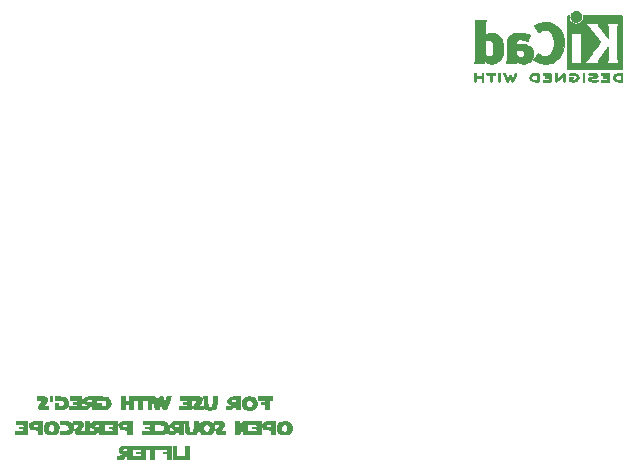
<source format=gbr>
%TF.GenerationSoftware,KiCad,Pcbnew,(6.0.0-0)*%
%TF.CreationDate,2022-03-24T13:46:47-04:00*%
%TF.ProjectId,Rotary,526f7461-7279-42e6-9b69-6361645f7063,rev?*%
%TF.SameCoordinates,Original*%
%TF.FileFunction,Legend,Bot*%
%TF.FilePolarity,Positive*%
%FSLAX46Y46*%
G04 Gerber Fmt 4.6, Leading zero omitted, Abs format (unit mm)*
G04 Created by KiCad (PCBNEW (6.0.0-0)) date 2022-03-24 13:46:47*
%MOMM*%
%LPD*%
G01*
G04 APERTURE LIST*
%ADD10C,0.010000*%
G04 APERTURE END LIST*
%TO.C,G\u002A\u002A\u002A*%
G36*
X151190569Y-122845779D02*
G01*
X151190571Y-122864206D01*
X151191165Y-123029544D01*
X151194189Y-123143293D01*
X151201609Y-123217083D01*
X151215393Y-123262544D01*
X151237507Y-123291308D01*
X151269919Y-123315004D01*
X151346087Y-123348277D01*
X151438716Y-123337224D01*
X151528164Y-123307452D01*
X151537110Y-122867999D01*
X151546055Y-122428546D01*
X151962215Y-122428546D01*
X151962215Y-122855060D01*
X151962119Y-122898617D01*
X151957230Y-123104494D01*
X151942149Y-123259056D01*
X151913011Y-123373094D01*
X151865953Y-123457398D01*
X151797111Y-123522758D01*
X151702621Y-123579966D01*
X151592970Y-123620865D01*
X151435129Y-123646236D01*
X151270572Y-123645518D01*
X151121299Y-123619110D01*
X151009314Y-123567409D01*
X150977441Y-123543172D01*
X150903780Y-123479282D01*
X150851822Y-123413009D01*
X150817428Y-123331972D01*
X150796454Y-123223788D01*
X150784759Y-123076072D01*
X150778203Y-122876444D01*
X150767734Y-122428546D01*
X151190569Y-122428546D01*
X151190569Y-122845779D01*
G37*
G36*
X141287785Y-123618166D02*
G01*
X141287785Y-123250432D01*
X140916173Y-123618166D01*
X139358671Y-123618166D01*
X139358671Y-123264495D01*
X139712342Y-123264495D01*
X139778997Y-123264416D01*
X139911966Y-123262826D01*
X139996035Y-123257629D01*
X140042322Y-123246805D01*
X140061943Y-123228333D01*
X140066012Y-123200191D01*
X140062466Y-123171710D01*
X140039066Y-123148541D01*
X139980846Y-123138234D01*
X139873101Y-123135887D01*
X139680190Y-123135887D01*
X139680190Y-122942976D01*
X139873101Y-122942976D01*
X139879863Y-122942974D01*
X139983952Y-122941041D01*
X140039608Y-122931195D01*
X140061928Y-122907144D01*
X140066012Y-122862596D01*
X140065935Y-122849000D01*
X140061200Y-122816505D01*
X140040340Y-122796749D01*
X139991312Y-122786562D01*
X139902070Y-122782775D01*
X139760569Y-122782217D01*
X139455126Y-122782217D01*
X139455126Y-122428546D01*
X140483987Y-122428546D01*
X140483987Y-123264495D01*
X140638316Y-123264495D01*
X140756902Y-123252966D01*
X140840157Y-123217422D01*
X140869810Y-123161609D01*
X140864597Y-123149954D01*
X140822089Y-123135887D01*
X140807138Y-123133004D01*
X140744499Y-123100022D01*
X140669368Y-123042052D01*
X140663992Y-123037223D01*
X140599884Y-122968971D01*
X140572082Y-122899787D01*
X140570905Y-122873681D01*
X140937472Y-122873681D01*
X140954977Y-122899490D01*
X141007152Y-122909284D01*
X141108814Y-122910824D01*
X141117424Y-122910823D01*
X141215559Y-122908981D01*
X141266175Y-122897763D01*
X141285005Y-122868541D01*
X141287785Y-122812688D01*
X141287785Y-122714552D01*
X141118987Y-122724270D01*
X141045451Y-122729563D01*
X140980596Y-122742634D01*
X140951167Y-122770448D01*
X140940016Y-122822406D01*
X140939822Y-122824098D01*
X140937472Y-122873681D01*
X140570905Y-122873681D01*
X140567510Y-122798388D01*
X140573966Y-122714260D01*
X140604284Y-122628799D01*
X140672532Y-122546591D01*
X140774411Y-122444622D01*
X141256161Y-122434267D01*
X141737911Y-122423913D01*
X141737911Y-123618166D01*
X141287785Y-123618166D01*
G37*
G36*
X137131458Y-122428695D02*
G01*
X137274127Y-122430791D01*
X137371068Y-122436889D01*
X137435118Y-122448916D01*
X137479117Y-122468796D01*
X137515902Y-122498454D01*
X137571478Y-122577314D01*
X137590316Y-122693479D01*
X137587549Y-122757295D01*
X137563391Y-122861254D01*
X137506159Y-122960892D01*
X137405988Y-123076719D01*
X137367042Y-123121360D01*
X137323115Y-123188236D01*
X137315231Y-123229441D01*
X137331799Y-123241222D01*
X137399435Y-123257932D01*
X137495758Y-123264495D01*
X137654620Y-123264495D01*
X137654620Y-123618166D01*
X137318538Y-123618166D01*
X137294005Y-123618120D01*
X137108697Y-123612987D01*
X136975581Y-123597047D01*
X136884130Y-123567020D01*
X136823813Y-123519621D01*
X136784102Y-123451571D01*
X136771403Y-123412367D01*
X136771326Y-123277713D01*
X136830068Y-123128090D01*
X136946123Y-122967995D01*
X137001930Y-122899802D01*
X137044808Y-122835317D01*
X137053396Y-122802596D01*
X137026416Y-122793855D01*
X136949924Y-122785461D01*
X136845464Y-122782217D01*
X136657911Y-122782217D01*
X136657911Y-122428546D01*
X137049700Y-122428546D01*
X137131458Y-122428695D01*
G37*
G36*
X155301533Y-123346830D02*
G01*
X155191682Y-123487049D01*
X155034051Y-123591849D01*
X154907603Y-123630996D01*
X154735191Y-123648492D01*
X154552973Y-123639347D01*
X154384288Y-123604915D01*
X154252472Y-123546548D01*
X154239032Y-123537377D01*
X154110764Y-123409487D01*
X154033034Y-123242784D01*
X154006891Y-123039432D01*
X154006894Y-123037104D01*
X154010003Y-123011333D01*
X154440070Y-123011333D01*
X154446103Y-123128350D01*
X154494177Y-123228684D01*
X154498955Y-123234142D01*
X154583901Y-123289854D01*
X154692872Y-123317401D01*
X154791582Y-123307679D01*
X154852318Y-123269367D01*
X154903648Y-123177594D01*
X154920190Y-123035583D01*
X154919325Y-123005599D01*
X154888625Y-122875073D01*
X154818851Y-122790503D01*
X154716683Y-122757047D01*
X154588801Y-122779857D01*
X154536428Y-122811211D01*
X154471654Y-122898624D01*
X154440070Y-123011333D01*
X154010003Y-123011333D01*
X154031561Y-122832659D01*
X154104662Y-122670415D01*
X154226339Y-122550232D01*
X154396735Y-122471969D01*
X154615991Y-122435485D01*
X154673357Y-122432997D01*
X154901515Y-122451443D01*
X155087264Y-122515963D01*
X155228094Y-122624016D01*
X155321492Y-122773060D01*
X155364946Y-122960556D01*
X155361923Y-123035583D01*
X155355944Y-123183962D01*
X155301533Y-123346830D01*
G37*
G36*
X153843101Y-124913235D02*
G01*
X154152811Y-124518419D01*
X154566519Y-124518419D01*
X154566519Y-125354368D01*
X154920190Y-125354368D01*
X154986845Y-125354289D01*
X155119814Y-125352699D01*
X155203883Y-125347503D01*
X155250170Y-125336679D01*
X155269791Y-125318207D01*
X155273861Y-125290065D01*
X155270314Y-125261583D01*
X155246914Y-125238414D01*
X155188694Y-125228107D01*
X155080949Y-125225761D01*
X154888038Y-125225761D01*
X154888038Y-125032849D01*
X155080949Y-125032849D01*
X155087711Y-125032848D01*
X155191801Y-125030915D01*
X155247456Y-125021068D01*
X155269776Y-124997017D01*
X155273861Y-124952470D01*
X155273783Y-124938873D01*
X155269048Y-124906379D01*
X155248189Y-124886623D01*
X155199160Y-124876436D01*
X155109918Y-124872648D01*
X154968418Y-124872090D01*
X154662974Y-124872090D01*
X154662974Y-124518419D01*
X155691835Y-124518419D01*
X155691835Y-125708039D01*
X154151613Y-125708039D01*
X154142040Y-125511113D01*
X154132468Y-125314187D01*
X153827092Y-125708039D01*
X153409050Y-125708039D01*
X153409050Y-124518419D01*
X153823957Y-124518419D01*
X153843101Y-124913235D01*
G37*
G36*
X138518242Y-125436704D02*
G01*
X138408391Y-125576922D01*
X138250760Y-125681722D01*
X138124311Y-125720870D01*
X137951900Y-125738365D01*
X137769682Y-125729220D01*
X137600997Y-125694788D01*
X137469181Y-125636421D01*
X137455740Y-125627250D01*
X137327473Y-125499361D01*
X137249743Y-125332657D01*
X137223600Y-125129305D01*
X137223603Y-125126978D01*
X137226712Y-125101207D01*
X137656779Y-125101207D01*
X137662812Y-125218223D01*
X137710886Y-125318558D01*
X137715664Y-125324015D01*
X137800610Y-125379727D01*
X137909581Y-125407275D01*
X138008291Y-125397553D01*
X138069027Y-125359240D01*
X138120356Y-125267467D01*
X138136899Y-125125457D01*
X138136034Y-125095473D01*
X138105334Y-124964946D01*
X138035560Y-124880377D01*
X137933392Y-124846920D01*
X137805510Y-124869730D01*
X137753137Y-124901084D01*
X137688362Y-124988497D01*
X137656779Y-125101207D01*
X137226712Y-125101207D01*
X137248270Y-124922532D01*
X137321371Y-124760288D01*
X137443048Y-124640106D01*
X137613444Y-124561842D01*
X137832700Y-124525358D01*
X137890066Y-124522871D01*
X138118223Y-124541317D01*
X138303973Y-124605836D01*
X138444803Y-124713889D01*
X138538201Y-124862934D01*
X138581655Y-125050430D01*
X138578632Y-125125457D01*
X138572653Y-125273836D01*
X138518242Y-125436704D01*
G37*
G36*
X156656392Y-122782217D02*
G01*
X156431329Y-122782217D01*
X156431329Y-123618166D01*
X156013354Y-123618166D01*
X156013354Y-123135887D01*
X155627531Y-123135887D01*
X155627531Y-122942976D01*
X155820443Y-122942976D01*
X155827205Y-122942974D01*
X155931294Y-122941041D01*
X155986949Y-122931195D01*
X156009270Y-122907144D01*
X156013354Y-122862596D01*
X156013277Y-122849000D01*
X156008542Y-122816505D01*
X155987682Y-122796749D01*
X155938654Y-122786562D01*
X155849412Y-122782775D01*
X155707911Y-122782217D01*
X155402468Y-122782217D01*
X155402468Y-122428546D01*
X156656392Y-122428546D01*
X156656392Y-122782217D01*
G37*
G36*
X138578987Y-122434302D02*
G01*
X138755714Y-122441759D01*
X138918515Y-122457153D01*
X139040010Y-122483568D01*
X139132680Y-122525212D01*
X139209008Y-122586289D01*
X139281479Y-122671007D01*
X139308168Y-122709309D01*
X139376758Y-122871175D01*
X139391297Y-123042855D01*
X139355783Y-123211932D01*
X139274217Y-123365989D01*
X139150598Y-123492608D01*
X138988924Y-123579373D01*
X138937926Y-123590457D01*
X138828855Y-123602762D01*
X138687195Y-123611622D01*
X138530759Y-123615628D01*
X138169050Y-123618166D01*
X138169050Y-123007280D01*
X138554873Y-123007280D01*
X138554873Y-123272714D01*
X138687508Y-123251504D01*
X138809142Y-123226260D01*
X138890200Y-123189114D01*
X138929907Y-123132372D01*
X138940204Y-123046338D01*
X138939971Y-123032170D01*
X138931201Y-122943863D01*
X138913829Y-122886123D01*
X138875734Y-122852319D01*
X138772068Y-122814373D01*
X138617252Y-122790506D01*
X138418440Y-122782217D01*
X138169050Y-122782217D01*
X138169050Y-122422088D01*
X138578987Y-122434302D01*
G37*
G36*
X145113861Y-127444242D02*
G01*
X145180516Y-127444163D01*
X145313485Y-127442573D01*
X145397554Y-127437376D01*
X145443841Y-127426552D01*
X145463462Y-127408080D01*
X145467531Y-127379938D01*
X145463985Y-127351457D01*
X145440585Y-127328287D01*
X145382365Y-127317981D01*
X145274620Y-127315634D01*
X145081709Y-127315634D01*
X145081709Y-127122723D01*
X145274620Y-127122723D01*
X145281382Y-127122721D01*
X145385471Y-127120788D01*
X145441127Y-127110942D01*
X145463447Y-127086891D01*
X145467531Y-127042343D01*
X145467454Y-127028747D01*
X145462719Y-126996252D01*
X145441859Y-126976496D01*
X145392831Y-126966309D01*
X145303589Y-126962522D01*
X145162088Y-126961963D01*
X144856645Y-126961963D01*
X144856645Y-126608293D01*
X145885506Y-126608293D01*
X145885506Y-127797913D01*
X144310063Y-127797913D01*
X144310063Y-127430179D01*
X144124257Y-127614046D01*
X143938452Y-127797913D01*
X143474114Y-127797913D01*
X143474114Y-127444242D01*
X143644519Y-127444242D01*
X143776675Y-127432340D01*
X143862251Y-127397228D01*
X143892088Y-127341356D01*
X143886875Y-127329701D01*
X143844368Y-127315634D01*
X143829416Y-127312750D01*
X143766778Y-127279769D01*
X143691646Y-127221799D01*
X143686270Y-127216970D01*
X143622162Y-127148718D01*
X143594360Y-127079534D01*
X143593183Y-127053428D01*
X143959750Y-127053428D01*
X143977255Y-127079237D01*
X144029430Y-127089031D01*
X144131092Y-127090571D01*
X144139703Y-127090570D01*
X144237838Y-127088728D01*
X144288453Y-127077510D01*
X144307283Y-127048288D01*
X144310063Y-126992435D01*
X144310063Y-126894299D01*
X144141266Y-126904017D01*
X144067730Y-126909309D01*
X144002875Y-126922381D01*
X143973446Y-126950195D01*
X143962295Y-127002153D01*
X143962100Y-127003844D01*
X143959750Y-127053428D01*
X143593183Y-127053428D01*
X143589788Y-126978135D01*
X143596245Y-126894007D01*
X143626562Y-126808546D01*
X143694810Y-126726338D01*
X143796689Y-126624368D01*
X144278439Y-126614014D01*
X144760190Y-126603660D01*
X144760190Y-127444242D01*
X145113861Y-127444242D01*
G37*
G36*
X144181455Y-122846520D02*
G01*
X144470823Y-122846520D01*
X144470823Y-122428546D01*
X144856645Y-122428546D01*
X144856645Y-123618166D01*
X144470823Y-123618166D01*
X144470823Y-123200191D01*
X144181455Y-123200191D01*
X144181455Y-123618166D01*
X143763481Y-123618166D01*
X143763481Y-122428546D01*
X144181455Y-122428546D01*
X144181455Y-122846520D01*
G37*
G36*
X148103987Y-127797913D02*
G01*
X147686012Y-127797913D01*
X147686012Y-127315634D01*
X147300190Y-127315634D01*
X147300190Y-127122723D01*
X147493101Y-127122723D01*
X147499863Y-127122721D01*
X147603952Y-127120788D01*
X147659608Y-127110942D01*
X147681928Y-127086891D01*
X147686012Y-127042343D01*
X147686012Y-126961963D01*
X146689304Y-126961963D01*
X146689304Y-127797913D01*
X146271329Y-127797913D01*
X146271329Y-126961963D01*
X145917658Y-126961963D01*
X145917658Y-126608293D01*
X148103987Y-126608293D01*
X148103987Y-127797913D01*
G37*
G36*
X146657152Y-125708039D02*
G01*
X145531835Y-125708039D01*
X145531835Y-125354368D01*
X145885506Y-125354368D01*
X145952162Y-125354289D01*
X146085130Y-125352699D01*
X146169200Y-125347503D01*
X146215487Y-125336679D01*
X146235107Y-125318207D01*
X146239177Y-125290065D01*
X146235630Y-125261583D01*
X146212230Y-125238414D01*
X146154011Y-125228107D01*
X146046266Y-125225761D01*
X145853354Y-125225761D01*
X145853354Y-125032849D01*
X146046266Y-125032849D01*
X146053027Y-125032848D01*
X146157117Y-125030915D01*
X146212772Y-125021068D01*
X146235092Y-124997017D01*
X146239177Y-124952470D01*
X146239100Y-124938873D01*
X146234364Y-124906379D01*
X146213505Y-124886623D01*
X146164477Y-124876436D01*
X146075235Y-124872648D01*
X145933734Y-124872090D01*
X145628291Y-124872090D01*
X145628291Y-124518419D01*
X146657152Y-124518419D01*
X146657152Y-125708039D01*
G37*
G36*
X138040443Y-122942976D02*
G01*
X137783228Y-122942976D01*
X137783228Y-122428546D01*
X138040443Y-122428546D01*
X138040443Y-122942976D01*
G37*
G36*
X158259508Y-125436704D02*
G01*
X158149656Y-125576922D01*
X157992026Y-125681722D01*
X157865577Y-125720870D01*
X157693166Y-125738365D01*
X157510948Y-125729220D01*
X157342262Y-125694788D01*
X157210447Y-125636421D01*
X157197006Y-125627250D01*
X157068739Y-125499361D01*
X156991009Y-125332657D01*
X156964866Y-125129305D01*
X156964868Y-125126978D01*
X156967977Y-125101207D01*
X157398045Y-125101207D01*
X157404078Y-125218223D01*
X157452152Y-125318558D01*
X157456930Y-125324015D01*
X157541876Y-125379727D01*
X157650846Y-125407275D01*
X157749557Y-125397553D01*
X157810293Y-125359240D01*
X157861622Y-125267467D01*
X157878164Y-125125457D01*
X157877300Y-125095473D01*
X157846600Y-124964946D01*
X157776826Y-124880377D01*
X157674658Y-124846920D01*
X157546776Y-124869730D01*
X157494403Y-124901084D01*
X157429628Y-124988497D01*
X157398045Y-125101207D01*
X156967977Y-125101207D01*
X156989536Y-124922532D01*
X157062637Y-124760288D01*
X157184314Y-124640106D01*
X157354710Y-124561842D01*
X157573966Y-124525358D01*
X157631332Y-124522871D01*
X157859489Y-124541317D01*
X158045239Y-124605836D01*
X158186069Y-124713889D01*
X158279467Y-124862934D01*
X158322921Y-125050430D01*
X158319898Y-125125457D01*
X158313919Y-125273836D01*
X158259508Y-125436704D01*
G37*
G36*
X144310063Y-125708039D02*
G01*
X144310063Y-125329025D01*
X144050042Y-125317217D01*
X143945608Y-125311801D01*
X143851668Y-125301584D01*
X143788711Y-125281632D01*
X143737875Y-125245233D01*
X143680295Y-125185677D01*
X143659166Y-125161318D01*
X143584520Y-125028431D01*
X143575150Y-124920318D01*
X143972468Y-124920318D01*
X143974864Y-124970329D01*
X143993015Y-125003410D01*
X144043095Y-125018742D01*
X144141266Y-125026492D01*
X144310063Y-125036210D01*
X144310063Y-124804426D01*
X144141266Y-124814144D01*
X144053987Y-124820538D01*
X143997925Y-124834138D01*
X143976139Y-124864009D01*
X143972468Y-124920318D01*
X143575150Y-124920318D01*
X143572114Y-124885290D01*
X143621282Y-124726712D01*
X143666796Y-124651342D01*
X143728083Y-124595820D01*
X143814655Y-124557643D01*
X143936199Y-124533935D01*
X144102405Y-124521819D01*
X144322960Y-124518419D01*
X144760190Y-124518419D01*
X144760190Y-125708039D01*
X144310063Y-125708039D01*
G37*
G36*
X142180000Y-122434302D02*
G01*
X142356727Y-122441759D01*
X142519528Y-122457153D01*
X142641022Y-122483568D01*
X142733692Y-122525212D01*
X142810021Y-122586289D01*
X142882491Y-122671007D01*
X142909181Y-122709309D01*
X142977771Y-122871175D01*
X142992309Y-123042855D01*
X142956796Y-123211932D01*
X142875230Y-123365989D01*
X142751611Y-123492608D01*
X142589936Y-123579373D01*
X142538939Y-123590457D01*
X142429867Y-123602762D01*
X142288207Y-123611622D01*
X142131772Y-123615628D01*
X141770063Y-123618166D01*
X141770063Y-123007280D01*
X142155886Y-123007280D01*
X142155886Y-123272714D01*
X142288520Y-123251504D01*
X142410155Y-123226260D01*
X142491212Y-123189114D01*
X142530920Y-123132372D01*
X142541216Y-123046338D01*
X142540984Y-123032170D01*
X142532214Y-122943863D01*
X142514842Y-122886123D01*
X142476747Y-122852319D01*
X142373080Y-122814373D01*
X142218265Y-122790506D01*
X142019453Y-122782217D01*
X141770063Y-122782217D01*
X141770063Y-122422088D01*
X142180000Y-122434302D01*
G37*
G36*
X142766772Y-125354368D02*
G01*
X142833428Y-125354289D01*
X142966396Y-125352699D01*
X143050466Y-125347503D01*
X143096753Y-125336679D01*
X143116373Y-125318207D01*
X143120443Y-125290065D01*
X143116896Y-125261583D01*
X143093496Y-125238414D01*
X143035276Y-125228107D01*
X142927531Y-125225761D01*
X142734620Y-125225761D01*
X142734620Y-125032849D01*
X142927531Y-125032849D01*
X142934293Y-125032848D01*
X143038383Y-125030915D01*
X143094038Y-125021068D01*
X143116358Y-124997017D01*
X143120443Y-124952470D01*
X143120366Y-124938873D01*
X143115630Y-124906379D01*
X143094771Y-124886623D01*
X143045743Y-124876436D01*
X142956501Y-124872648D01*
X142815000Y-124872090D01*
X142509557Y-124872090D01*
X142509557Y-124518419D01*
X143538418Y-124518419D01*
X143538418Y-125708039D01*
X141962974Y-125708039D01*
X141962974Y-125340305D01*
X141777169Y-125524172D01*
X141591363Y-125708039D01*
X140773354Y-125708039D01*
X140773354Y-124518419D01*
X141159177Y-124518419D01*
X141159177Y-125354368D01*
X141313506Y-125354368D01*
X141432092Y-125342839D01*
X141515346Y-125307296D01*
X141545000Y-125251482D01*
X141539787Y-125239827D01*
X141497279Y-125225761D01*
X141482328Y-125222877D01*
X141419689Y-125189896D01*
X141344558Y-125131925D01*
X141339181Y-125127097D01*
X141275073Y-125058845D01*
X141247272Y-124989661D01*
X141246095Y-124963555D01*
X141612662Y-124963555D01*
X141630166Y-124989363D01*
X141682342Y-124999157D01*
X141784003Y-125000698D01*
X141792614Y-125000697D01*
X141890749Y-124998854D01*
X141941364Y-124987636D01*
X141960194Y-124958415D01*
X141962974Y-124902562D01*
X141962974Y-124804426D01*
X141794177Y-124814144D01*
X141720641Y-124819436D01*
X141655786Y-124832508D01*
X141626357Y-124860321D01*
X141615206Y-124912280D01*
X141615012Y-124913971D01*
X141612662Y-124963555D01*
X141246095Y-124963555D01*
X141242700Y-124888262D01*
X141249156Y-124804133D01*
X141279474Y-124718672D01*
X141347721Y-124636464D01*
X141449601Y-124534495D01*
X141931351Y-124524141D01*
X142413101Y-124513786D01*
X142413101Y-125354368D01*
X142766772Y-125354368D01*
G37*
G36*
X148682721Y-125708039D02*
G01*
X148682721Y-125340305D01*
X148496916Y-125524172D01*
X148311110Y-125708039D01*
X147846772Y-125708039D01*
X147846772Y-125427155D01*
X147738794Y-125528992D01*
X147663349Y-125590350D01*
X147556309Y-125646630D01*
X147423686Y-125682875D01*
X147252859Y-125702281D01*
X147031206Y-125708039D01*
X146689304Y-125708039D01*
X146689304Y-125354368D01*
X146954557Y-125352554D01*
X147068463Y-125349882D01*
X147239867Y-125333908D01*
X147357474Y-125301922D01*
X147427315Y-125251867D01*
X147455422Y-125181686D01*
X147459612Y-125100116D01*
X147440764Y-125007258D01*
X147386098Y-124942158D01*
X147288743Y-124900701D01*
X147141827Y-124878776D01*
X146938481Y-124872269D01*
X146689304Y-124872090D01*
X146689304Y-124511961D01*
X147099240Y-124524175D01*
X147282078Y-124531984D01*
X147443016Y-124547612D01*
X147563210Y-124574456D01*
X147655220Y-124616805D01*
X147731603Y-124678946D01*
X147804920Y-124765171D01*
X147851489Y-124833250D01*
X147879463Y-124901590D01*
X147892066Y-124989338D01*
X147895000Y-125118879D01*
X147895000Y-125354375D01*
X148041291Y-125354372D01*
X148153168Y-125343035D01*
X148235190Y-125307247D01*
X148264747Y-125251482D01*
X148259533Y-125239827D01*
X148217026Y-125225761D01*
X148202075Y-125222877D01*
X148139436Y-125189896D01*
X148064305Y-125131925D01*
X148058928Y-125127097D01*
X147994820Y-125058845D01*
X147967019Y-124989661D01*
X147965842Y-124963555D01*
X148332408Y-124963555D01*
X148349913Y-124989363D01*
X148402089Y-124999157D01*
X148503750Y-125000698D01*
X148512361Y-125000697D01*
X148610496Y-124998854D01*
X148661111Y-124987636D01*
X148679941Y-124958415D01*
X148682721Y-124902562D01*
X148682721Y-124804426D01*
X148513924Y-124814144D01*
X148440388Y-124819436D01*
X148375533Y-124832508D01*
X148346104Y-124860321D01*
X148334953Y-124912280D01*
X148334759Y-124913971D01*
X148332408Y-124963555D01*
X147965842Y-124963555D01*
X147962446Y-124888262D01*
X147968903Y-124804133D01*
X147999221Y-124718672D01*
X148067468Y-124636464D01*
X148169347Y-124534495D01*
X148651098Y-124524141D01*
X149132848Y-124513786D01*
X149132848Y-125708039D01*
X148682721Y-125708039D01*
G37*
G36*
X140218040Y-124518569D02*
G01*
X140360709Y-124520664D01*
X140457650Y-124526762D01*
X140521701Y-124538789D01*
X140565700Y-124558669D01*
X140602485Y-124588327D01*
X140658060Y-124667187D01*
X140676899Y-124783353D01*
X140674132Y-124847168D01*
X140649974Y-124951127D01*
X140592742Y-125050766D01*
X140492570Y-125166593D01*
X140453624Y-125211234D01*
X140409698Y-125278110D01*
X140401814Y-125319314D01*
X140418381Y-125331096D01*
X140486017Y-125347806D01*
X140582340Y-125354368D01*
X140741202Y-125354368D01*
X140741202Y-125708039D01*
X140405120Y-125708039D01*
X140380587Y-125707993D01*
X140195279Y-125702860D01*
X140062163Y-125686921D01*
X139970712Y-125656893D01*
X139910395Y-125609495D01*
X139870684Y-125541444D01*
X139857986Y-125502241D01*
X139857908Y-125367587D01*
X139916650Y-125217963D01*
X140032706Y-125057868D01*
X140088513Y-124989676D01*
X140131391Y-124925190D01*
X140139978Y-124892469D01*
X140120977Y-124885032D01*
X140051260Y-124875726D01*
X139952842Y-124872090D01*
X139786085Y-124872090D01*
X139801587Y-125033430D01*
X139804941Y-125089182D01*
X139780995Y-125284662D01*
X139701972Y-125450876D01*
X139571714Y-125581810D01*
X139394063Y-125671447D01*
X139345903Y-125682297D01*
X139234801Y-125695581D01*
X139091761Y-125704670D01*
X138935898Y-125708039D01*
X138587025Y-125708039D01*
X138587025Y-125354368D01*
X138852278Y-125352554D01*
X138966184Y-125349882D01*
X139137588Y-125333908D01*
X139255196Y-125301922D01*
X139325037Y-125251867D01*
X139353143Y-125181686D01*
X139357334Y-125100116D01*
X139338486Y-125007258D01*
X139283820Y-124942158D01*
X139186464Y-124900701D01*
X139039549Y-124878776D01*
X138836202Y-124872269D01*
X138587025Y-124872090D01*
X138587025Y-124518419D01*
X138932658Y-124518598D01*
X138941490Y-124518609D01*
X139158579Y-124523994D01*
X139324611Y-124541303D01*
X139451799Y-124573594D01*
X139552355Y-124623924D01*
X139638491Y-124695353D01*
X139744493Y-124801356D01*
X139744493Y-124518419D01*
X140136282Y-124518419D01*
X140218040Y-124518569D01*
G37*
G36*
X145978401Y-122428614D02*
G01*
X146215082Y-122429242D01*
X146398322Y-122430870D01*
X146535072Y-122433913D01*
X146632281Y-122438783D01*
X146696900Y-122445894D01*
X146735877Y-122455661D01*
X146756164Y-122468495D01*
X146764709Y-122484811D01*
X146773843Y-122520271D01*
X146795503Y-122609328D01*
X146821021Y-122717913D01*
X146861898Y-122894748D01*
X146932834Y-122669685D01*
X147003771Y-122444622D01*
X147200208Y-122435049D01*
X147312451Y-122433321D01*
X147377323Y-122443410D01*
X147397082Y-122467201D01*
X147403716Y-122507352D01*
X147425116Y-122593701D01*
X147456096Y-122701837D01*
X147514674Y-122894748D01*
X147666518Y-122428546D01*
X148068760Y-122428546D01*
X148021995Y-122581267D01*
X148017302Y-122596619D01*
X147987041Y-122696081D01*
X147944367Y-122836807D01*
X147894278Y-123002304D01*
X147841772Y-123176077D01*
X147708313Y-123618166D01*
X147307116Y-123618166D01*
X147249235Y-123385065D01*
X147191354Y-123151963D01*
X147123032Y-123377027D01*
X147054711Y-123602090D01*
X146644634Y-123602090D01*
X146541397Y-123200191D01*
X146438159Y-122798293D01*
X146435124Y-123208229D01*
X146432088Y-123618166D01*
X146046266Y-123618166D01*
X146046266Y-122782217D01*
X145660443Y-122782217D01*
X145660443Y-123618166D01*
X145242468Y-123618166D01*
X145242468Y-122782217D01*
X144888797Y-122782217D01*
X144888797Y-122428546D01*
X145819036Y-122428546D01*
X145978401Y-122428614D01*
G37*
G36*
X156463481Y-125708039D02*
G01*
X156463481Y-125329025D01*
X156203460Y-125317217D01*
X156099026Y-125311801D01*
X156005085Y-125301584D01*
X155942129Y-125281632D01*
X155891293Y-125245233D01*
X155833713Y-125185677D01*
X155812584Y-125161318D01*
X155737937Y-125028431D01*
X155728567Y-124920318D01*
X156125886Y-124920318D01*
X156128282Y-124970329D01*
X156146433Y-125003410D01*
X156196513Y-125018742D01*
X156294683Y-125026492D01*
X156463481Y-125036210D01*
X156463481Y-124804426D01*
X156294683Y-124814144D01*
X156207405Y-124820538D01*
X156151342Y-124834138D01*
X156129556Y-124864009D01*
X156125886Y-124920318D01*
X155728567Y-124920318D01*
X155725531Y-124885290D01*
X155774699Y-124726712D01*
X155820214Y-124651342D01*
X155881501Y-124595820D01*
X155968072Y-124557643D01*
X156089617Y-124533935D01*
X156255823Y-124521819D01*
X156476378Y-124518419D01*
X156913607Y-124518419D01*
X156913607Y-125708039D01*
X156463481Y-125708039D01*
G37*
G36*
X153505506Y-123618166D02*
G01*
X153505506Y-123250432D01*
X153319700Y-123434299D01*
X153133895Y-123618166D01*
X152669557Y-123618166D01*
X152669557Y-123264495D01*
X152839962Y-123264495D01*
X152972118Y-123252593D01*
X153057694Y-123217482D01*
X153087531Y-123161609D01*
X153082318Y-123149954D01*
X153039811Y-123135887D01*
X153024859Y-123133004D01*
X152962221Y-123100022D01*
X152887089Y-123042052D01*
X152881713Y-123037223D01*
X152817605Y-122968971D01*
X152789803Y-122899787D01*
X152788626Y-122873681D01*
X153155193Y-122873681D01*
X153172698Y-122899490D01*
X153224873Y-122909284D01*
X153326535Y-122910824D01*
X153335146Y-122910823D01*
X153433281Y-122908981D01*
X153483896Y-122897763D01*
X153502726Y-122868541D01*
X153505506Y-122812688D01*
X153505506Y-122714552D01*
X153336709Y-122724270D01*
X153263173Y-122729563D01*
X153198318Y-122742634D01*
X153168889Y-122770448D01*
X153157738Y-122822406D01*
X153157543Y-122824098D01*
X153155193Y-122873681D01*
X152788626Y-122873681D01*
X152785231Y-122798388D01*
X152791688Y-122714260D01*
X152822006Y-122628799D01*
X152890253Y-122546591D01*
X152992132Y-122444622D01*
X153473882Y-122434267D01*
X153955633Y-122423913D01*
X153955633Y-123618166D01*
X153505506Y-123618166D01*
G37*
G36*
X151668092Y-125432257D02*
G01*
X151558682Y-125575819D01*
X151400887Y-125679756D01*
X151277416Y-125717197D01*
X151107066Y-125737296D01*
X150926995Y-125733994D01*
X150763950Y-125706181D01*
X150672642Y-125667976D01*
X150548649Y-125575810D01*
X150451151Y-125457090D01*
X150398554Y-125330729D01*
X150375093Y-125209685D01*
X150348588Y-125333600D01*
X150320060Y-125429658D01*
X150231746Y-125574232D01*
X150098170Y-125673436D01*
X149919836Y-125726957D01*
X149697250Y-125734486D01*
X149617132Y-125726977D01*
X149469325Y-125690877D01*
X149352962Y-125619725D01*
X149247366Y-125502875D01*
X149232296Y-125481086D01*
X149209478Y-125434370D01*
X149193626Y-125371597D01*
X149183013Y-125280705D01*
X149175916Y-125149632D01*
X149170608Y-124966317D01*
X149160139Y-124518419D01*
X149582974Y-124518419D01*
X149582974Y-124935653D01*
X149582976Y-124954079D01*
X149583570Y-125119418D01*
X149586594Y-125233167D01*
X149594014Y-125306956D01*
X149607798Y-125352418D01*
X149629912Y-125381181D01*
X149662324Y-125404878D01*
X149738493Y-125438150D01*
X149831121Y-125427098D01*
X149920569Y-125397326D01*
X149926597Y-125101207D01*
X150806906Y-125101207D01*
X150812938Y-125218223D01*
X150861012Y-125318558D01*
X150865791Y-125324015D01*
X150950737Y-125379727D01*
X151059707Y-125407275D01*
X151158418Y-125397553D01*
X151219154Y-125359240D01*
X151270483Y-125267467D01*
X151287025Y-125125457D01*
X151286161Y-125095473D01*
X151255461Y-124964946D01*
X151185687Y-124880377D01*
X151083519Y-124846920D01*
X150955637Y-124869730D01*
X150903264Y-124901084D01*
X150838489Y-124988497D01*
X150806906Y-125101207D01*
X149926597Y-125101207D01*
X149929515Y-124957872D01*
X149938460Y-124518419D01*
X150354620Y-124518419D01*
X150357943Y-124783672D01*
X150359258Y-124870259D01*
X150362348Y-124958689D01*
X150368088Y-124993160D01*
X150378084Y-124980009D01*
X150393946Y-124925576D01*
X150419340Y-124857780D01*
X150507682Y-124726664D01*
X150629319Y-124618057D01*
X150763950Y-124552429D01*
X150818003Y-124539053D01*
X151035171Y-124515504D01*
X151245571Y-124536860D01*
X151433793Y-124600293D01*
X151584430Y-124702975D01*
X151672848Y-124787665D01*
X151672848Y-124518419D01*
X152064636Y-124518419D01*
X152146395Y-124518569D01*
X152289064Y-124520664D01*
X152386004Y-124526762D01*
X152450055Y-124538789D01*
X152494054Y-124558669D01*
X152530839Y-124588327D01*
X152586414Y-124667187D01*
X152605253Y-124783353D01*
X152602486Y-124847168D01*
X152578328Y-124951127D01*
X152521096Y-125050766D01*
X152420925Y-125166593D01*
X152381978Y-125211234D01*
X152338052Y-125278110D01*
X152330168Y-125319314D01*
X152346735Y-125331096D01*
X152414372Y-125347806D01*
X152510695Y-125354368D01*
X152669557Y-125354368D01*
X152669557Y-125708039D01*
X152333475Y-125708039D01*
X152308942Y-125707993D01*
X152123633Y-125702860D01*
X151990518Y-125686921D01*
X151899066Y-125656893D01*
X151838749Y-125609495D01*
X151799038Y-125541444D01*
X151786340Y-125502241D01*
X151786262Y-125367587D01*
X151845005Y-125217963D01*
X151961060Y-125057868D01*
X152016867Y-124989676D01*
X152059745Y-124925190D01*
X152068333Y-124892469D01*
X152047445Y-124884685D01*
X151976025Y-124875622D01*
X151876097Y-124872090D01*
X151704240Y-124872090D01*
X151724568Y-124999217D01*
X151731135Y-125048597D01*
X151729392Y-125125457D01*
X151726462Y-125254655D01*
X151668092Y-125432257D01*
G37*
G36*
X135950569Y-125708039D02*
G01*
X134825253Y-125708039D01*
X134825253Y-125354368D01*
X135178924Y-125354368D01*
X135245580Y-125354289D01*
X135378548Y-125352699D01*
X135462618Y-125347503D01*
X135508904Y-125336679D01*
X135528525Y-125318207D01*
X135532595Y-125290065D01*
X135529048Y-125261583D01*
X135505648Y-125238414D01*
X135447428Y-125228107D01*
X135339683Y-125225761D01*
X135146772Y-125225761D01*
X135146772Y-125032849D01*
X135339683Y-125032849D01*
X135346445Y-125032848D01*
X135450535Y-125030915D01*
X135506190Y-125021068D01*
X135528510Y-124997017D01*
X135532595Y-124952470D01*
X135532517Y-124938873D01*
X135527782Y-124906379D01*
X135506923Y-124886623D01*
X135457895Y-124876436D01*
X135368652Y-124872648D01*
X135227152Y-124872090D01*
X134921709Y-124872090D01*
X134921709Y-124518419D01*
X135950569Y-124518419D01*
X135950569Y-125708039D01*
G37*
G36*
X148554114Y-127444242D02*
G01*
X149197152Y-127444242D01*
X149197152Y-126608293D01*
X149615126Y-126608293D01*
X149615126Y-127797913D01*
X148168291Y-127797913D01*
X148168291Y-126608293D01*
X148554114Y-126608293D01*
X148554114Y-127444242D01*
G37*
G36*
X136722215Y-125708039D02*
G01*
X136722215Y-125329025D01*
X136462194Y-125317217D01*
X136357760Y-125311801D01*
X136263819Y-125301584D01*
X136200863Y-125281632D01*
X136150027Y-125245233D01*
X136092447Y-125185677D01*
X136071318Y-125161318D01*
X135996671Y-125028431D01*
X135987302Y-124920318D01*
X136384620Y-124920318D01*
X136387016Y-124970329D01*
X136405167Y-125003410D01*
X136455247Y-125018742D01*
X136553418Y-125026492D01*
X136722215Y-125036210D01*
X136722215Y-124804426D01*
X136553418Y-124814144D01*
X136466139Y-124820538D01*
X136410076Y-124834138D01*
X136388291Y-124864009D01*
X136384620Y-124920318D01*
X135987302Y-124920318D01*
X135984266Y-124885290D01*
X136033434Y-124726712D01*
X136078948Y-124651342D01*
X136140235Y-124595820D01*
X136226807Y-124557643D01*
X136348351Y-124533935D01*
X136514557Y-124521819D01*
X136735112Y-124518419D01*
X137172342Y-124518419D01*
X137172342Y-125708039D01*
X136722215Y-125708039D01*
G37*
G36*
X149906497Y-122428660D02*
G01*
X150118091Y-122429392D01*
X150279882Y-122431296D01*
X150399534Y-122434929D01*
X150484709Y-122440845D01*
X150543068Y-122449600D01*
X150582274Y-122461750D01*
X150609990Y-122477850D01*
X150633877Y-122498454D01*
X150689452Y-122577314D01*
X150708291Y-122693479D01*
X150705524Y-122757295D01*
X150681366Y-122861254D01*
X150624134Y-122960892D01*
X150523963Y-123076719D01*
X150485016Y-123121360D01*
X150441090Y-123188236D01*
X150433206Y-123229441D01*
X150449773Y-123241222D01*
X150517410Y-123257932D01*
X150613733Y-123264495D01*
X150772595Y-123264495D01*
X150772595Y-123618166D01*
X150436513Y-123618166D01*
X150411980Y-123618120D01*
X150226671Y-123612987D01*
X150093556Y-123597047D01*
X150002104Y-123567020D01*
X149941787Y-123519621D01*
X149902076Y-123451571D01*
X149889378Y-123412367D01*
X149889300Y-123277713D01*
X149948043Y-123128090D01*
X150064098Y-122967995D01*
X150119905Y-122899802D01*
X150162783Y-122835317D01*
X150171371Y-122802596D01*
X150150625Y-122794837D01*
X150079331Y-122785756D01*
X149979515Y-122782217D01*
X149808038Y-122782217D01*
X149808038Y-123618166D01*
X148682721Y-123618166D01*
X148682721Y-123264495D01*
X149036392Y-123264495D01*
X149103048Y-123264416D01*
X149236016Y-123262826D01*
X149320086Y-123257629D01*
X149366373Y-123246805D01*
X149385993Y-123228333D01*
X149390063Y-123200191D01*
X149386517Y-123171710D01*
X149363116Y-123148541D01*
X149304897Y-123138234D01*
X149197152Y-123135887D01*
X149004240Y-123135887D01*
X149004240Y-122942976D01*
X149197152Y-122942976D01*
X149203913Y-122942974D01*
X149308003Y-122941041D01*
X149363658Y-122931195D01*
X149385978Y-122907144D01*
X149390063Y-122862596D01*
X149389986Y-122849000D01*
X149385250Y-122816505D01*
X149364391Y-122796749D01*
X149315363Y-122786562D01*
X149226121Y-122782775D01*
X149084620Y-122782217D01*
X148779177Y-122782217D01*
X148779177Y-122428546D01*
X149669320Y-122428546D01*
X149906497Y-122428660D01*
G37*
D10*
%TO.C,REF\u002A\u002A*%
X182906400Y-90269054D02*
X182895535Y-90382993D01*
X182895535Y-90382993D02*
X182863918Y-90490616D01*
X182863918Y-90490616D02*
X182813015Y-90589615D01*
X182813015Y-90589615D02*
X182744293Y-90677684D01*
X182744293Y-90677684D02*
X182659219Y-90752516D01*
X182659219Y-90752516D02*
X182562232Y-90810384D01*
X182562232Y-90810384D02*
X182455964Y-90850005D01*
X182455964Y-90850005D02*
X182348950Y-90868573D01*
X182348950Y-90868573D02*
X182243300Y-90867434D01*
X182243300Y-90867434D02*
X182141125Y-90847930D01*
X182141125Y-90847930D02*
X182044534Y-90811406D01*
X182044534Y-90811406D02*
X181955638Y-90759205D01*
X181955638Y-90759205D02*
X181876546Y-90692673D01*
X181876546Y-90692673D02*
X181809369Y-90613152D01*
X181809369Y-90613152D02*
X181756217Y-90521987D01*
X181756217Y-90521987D02*
X181719199Y-90420523D01*
X181719199Y-90420523D02*
X181700427Y-90310102D01*
X181700427Y-90310102D02*
X181698489Y-90260206D01*
X181698489Y-90260206D02*
X181698489Y-90172267D01*
X181698489Y-90172267D02*
X181646560Y-90172267D01*
X181646560Y-90172267D02*
X181610253Y-90175111D01*
X181610253Y-90175111D02*
X181583355Y-90186911D01*
X181583355Y-90186911D02*
X181556249Y-90210649D01*
X181556249Y-90210649D02*
X181517867Y-90249031D01*
X181517867Y-90249031D02*
X181517867Y-92440602D01*
X181517867Y-92440602D02*
X181517876Y-92702739D01*
X181517876Y-92702739D02*
X181517908Y-92943241D01*
X181517908Y-92943241D02*
X181517972Y-93163048D01*
X181517972Y-93163048D02*
X181518076Y-93363101D01*
X181518076Y-93363101D02*
X181518227Y-93544344D01*
X181518227Y-93544344D02*
X181518434Y-93707716D01*
X181518434Y-93707716D02*
X181518706Y-93854160D01*
X181518706Y-93854160D02*
X181519050Y-93984617D01*
X181519050Y-93984617D02*
X181519474Y-94100029D01*
X181519474Y-94100029D02*
X181519987Y-94201338D01*
X181519987Y-94201338D02*
X181520597Y-94289484D01*
X181520597Y-94289484D02*
X181521312Y-94365410D01*
X181521312Y-94365410D02*
X181522140Y-94430057D01*
X181522140Y-94430057D02*
X181523089Y-94484367D01*
X181523089Y-94484367D02*
X181524167Y-94529280D01*
X181524167Y-94529280D02*
X181525383Y-94565740D01*
X181525383Y-94565740D02*
X181526745Y-94594687D01*
X181526745Y-94594687D02*
X181528261Y-94617063D01*
X181528261Y-94617063D02*
X181529938Y-94633809D01*
X181529938Y-94633809D02*
X181531786Y-94645868D01*
X181531786Y-94645868D02*
X181533813Y-94654180D01*
X181533813Y-94654180D02*
X181536025Y-94659687D01*
X181536025Y-94659687D02*
X181537108Y-94661537D01*
X181537108Y-94661537D02*
X181541271Y-94668549D01*
X181541271Y-94668549D02*
X181544805Y-94674996D01*
X181544805Y-94674996D02*
X181548635Y-94680900D01*
X181548635Y-94680900D02*
X181553682Y-94686286D01*
X181553682Y-94686286D02*
X181560871Y-94691178D01*
X181560871Y-94691178D02*
X181571123Y-94695598D01*
X181571123Y-94695598D02*
X181585364Y-94699572D01*
X181585364Y-94699572D02*
X181604514Y-94703121D01*
X181604514Y-94703121D02*
X181629499Y-94706270D01*
X181629499Y-94706270D02*
X181661240Y-94709042D01*
X181661240Y-94709042D02*
X181700662Y-94711461D01*
X181700662Y-94711461D02*
X181748686Y-94713551D01*
X181748686Y-94713551D02*
X181806237Y-94715335D01*
X181806237Y-94715335D02*
X181874237Y-94716837D01*
X181874237Y-94716837D02*
X181953610Y-94718080D01*
X181953610Y-94718080D02*
X182045279Y-94719089D01*
X182045279Y-94719089D02*
X182150166Y-94719885D01*
X182150166Y-94719885D02*
X182269196Y-94720494D01*
X182269196Y-94720494D02*
X182403290Y-94720939D01*
X182403290Y-94720939D02*
X182553373Y-94721243D01*
X182553373Y-94721243D02*
X182720367Y-94721430D01*
X182720367Y-94721430D02*
X182905196Y-94721524D01*
X182905196Y-94721524D02*
X183108783Y-94721548D01*
X183108783Y-94721548D02*
X183332050Y-94721525D01*
X183332050Y-94721525D02*
X183575922Y-94721480D01*
X183575922Y-94721480D02*
X183841321Y-94721437D01*
X183841321Y-94721437D02*
X183879704Y-94721432D01*
X183879704Y-94721432D02*
X184146682Y-94721389D01*
X184146682Y-94721389D02*
X184392002Y-94721318D01*
X184392002Y-94721318D02*
X184616583Y-94721213D01*
X184616583Y-94721213D02*
X184821345Y-94721066D01*
X184821345Y-94721066D02*
X185007206Y-94720869D01*
X185007206Y-94720869D02*
X185175088Y-94720616D01*
X185175088Y-94720616D02*
X185325908Y-94720300D01*
X185325908Y-94720300D02*
X185460587Y-94719913D01*
X185460587Y-94719913D02*
X185580044Y-94719447D01*
X185580044Y-94719447D02*
X185685199Y-94718897D01*
X185685199Y-94718897D02*
X185776971Y-94718253D01*
X185776971Y-94718253D02*
X185856279Y-94717511D01*
X185856279Y-94717511D02*
X185924043Y-94716661D01*
X185924043Y-94716661D02*
X185981182Y-94715697D01*
X185981182Y-94715697D02*
X186028617Y-94714611D01*
X186028617Y-94714611D02*
X186067266Y-94713397D01*
X186067266Y-94713397D02*
X186098049Y-94712047D01*
X186098049Y-94712047D02*
X186121885Y-94710555D01*
X186121885Y-94710555D02*
X186139694Y-94708911D01*
X186139694Y-94708911D02*
X186152395Y-94707111D01*
X186152395Y-94707111D02*
X186160908Y-94705145D01*
X186160908Y-94705145D02*
X186165266Y-94703477D01*
X186165266Y-94703477D02*
X186173728Y-94699906D01*
X186173728Y-94699906D02*
X186181497Y-94697270D01*
X186181497Y-94697270D02*
X186188602Y-94694634D01*
X186188602Y-94694634D02*
X186195073Y-94691062D01*
X186195073Y-94691062D02*
X186200939Y-94685621D01*
X186200939Y-94685621D02*
X186206229Y-94677375D01*
X186206229Y-94677375D02*
X186210974Y-94665390D01*
X186210974Y-94665390D02*
X186215202Y-94648731D01*
X186215202Y-94648731D02*
X186218943Y-94626463D01*
X186218943Y-94626463D02*
X186222227Y-94597652D01*
X186222227Y-94597652D02*
X186225083Y-94561363D01*
X186225083Y-94561363D02*
X186227540Y-94516661D01*
X186227540Y-94516661D02*
X186229629Y-94462611D01*
X186229629Y-94462611D02*
X186231378Y-94398279D01*
X186231378Y-94398279D02*
X186232817Y-94322730D01*
X186232817Y-94322730D02*
X186233976Y-94235030D01*
X186233976Y-94235030D02*
X186234883Y-94134243D01*
X186234883Y-94134243D02*
X186235569Y-94019434D01*
X186235569Y-94019434D02*
X186236063Y-93889670D01*
X186236063Y-93889670D02*
X186236395Y-93744015D01*
X186236395Y-93744015D02*
X186236593Y-93581535D01*
X186236593Y-93581535D02*
X186236687Y-93401295D01*
X186236687Y-93401295D02*
X186236708Y-93202360D01*
X186236708Y-93202360D02*
X186236685Y-92983796D01*
X186236685Y-92983796D02*
X186236646Y-92744668D01*
X186236646Y-92744668D02*
X186236622Y-92484040D01*
X186236622Y-92484040D02*
X186236622Y-92441889D01*
X186236622Y-92441889D02*
X186236636Y-92178992D01*
X186236636Y-92178992D02*
X186236661Y-91937732D01*
X186236661Y-91937732D02*
X186236671Y-91717165D01*
X186236671Y-91717165D02*
X186236642Y-91516352D01*
X186236642Y-91516352D02*
X186236548Y-91334349D01*
X186236548Y-91334349D02*
X186236362Y-91170216D01*
X186236362Y-91170216D02*
X186236059Y-91023011D01*
X186236059Y-91023011D02*
X186235614Y-90891792D01*
X186235614Y-90891792D02*
X186235034Y-90781867D01*
X186235034Y-90781867D02*
X185932197Y-90781867D01*
X185932197Y-90781867D02*
X185892407Y-90839711D01*
X185892407Y-90839711D02*
X185881236Y-90855479D01*
X185881236Y-90855479D02*
X185871166Y-90869441D01*
X185871166Y-90869441D02*
X185862138Y-90882784D01*
X185862138Y-90882784D02*
X185854097Y-90896693D01*
X185854097Y-90896693D02*
X185846986Y-90912356D01*
X185846986Y-90912356D02*
X185840747Y-90930958D01*
X185840747Y-90930958D02*
X185835325Y-90953686D01*
X185835325Y-90953686D02*
X185830662Y-90981727D01*
X185830662Y-90981727D02*
X185826701Y-91016267D01*
X185826701Y-91016267D02*
X185823385Y-91058492D01*
X185823385Y-91058492D02*
X185820659Y-91109589D01*
X185820659Y-91109589D02*
X185818464Y-91170744D01*
X185818464Y-91170744D02*
X185816745Y-91243144D01*
X185816745Y-91243144D02*
X185815444Y-91327975D01*
X185815444Y-91327975D02*
X185814505Y-91426422D01*
X185814505Y-91426422D02*
X185813870Y-91539674D01*
X185813870Y-91539674D02*
X185813484Y-91668916D01*
X185813484Y-91668916D02*
X185813288Y-91815334D01*
X185813288Y-91815334D02*
X185813227Y-91980116D01*
X185813227Y-91980116D02*
X185813243Y-92164447D01*
X185813243Y-92164447D02*
X185813280Y-92369513D01*
X185813280Y-92369513D02*
X185813289Y-92492133D01*
X185813289Y-92492133D02*
X185813265Y-92709082D01*
X185813265Y-92709082D02*
X185813231Y-92904642D01*
X185813231Y-92904642D02*
X185813243Y-93079999D01*
X185813243Y-93079999D02*
X185813358Y-93236341D01*
X185813358Y-93236341D02*
X185813630Y-93374857D01*
X185813630Y-93374857D02*
X185814118Y-93496734D01*
X185814118Y-93496734D02*
X185814876Y-93603160D01*
X185814876Y-93603160D02*
X185815962Y-93695322D01*
X185815962Y-93695322D02*
X185817431Y-93774409D01*
X185817431Y-93774409D02*
X185819340Y-93841608D01*
X185819340Y-93841608D02*
X185821744Y-93898107D01*
X185821744Y-93898107D02*
X185824701Y-93945093D01*
X185824701Y-93945093D02*
X185828266Y-93983755D01*
X185828266Y-93983755D02*
X185832495Y-94015280D01*
X185832495Y-94015280D02*
X185837446Y-94040855D01*
X185837446Y-94040855D02*
X185843173Y-94061670D01*
X185843173Y-94061670D02*
X185849733Y-94078911D01*
X185849733Y-94078911D02*
X185857183Y-94093765D01*
X185857183Y-94093765D02*
X185865579Y-94107422D01*
X185865579Y-94107422D02*
X185874976Y-94121069D01*
X185874976Y-94121069D02*
X185885432Y-94135893D01*
X185885432Y-94135893D02*
X185891523Y-94144783D01*
X185891523Y-94144783D02*
X185930296Y-94202400D01*
X185930296Y-94202400D02*
X185398732Y-94202400D01*
X185398732Y-94202400D02*
X185275483Y-94202365D01*
X185275483Y-94202365D02*
X185172987Y-94202215D01*
X185172987Y-94202215D02*
X185089420Y-94201878D01*
X185089420Y-94201878D02*
X185022956Y-94201286D01*
X185022956Y-94201286D02*
X184971771Y-94200367D01*
X184971771Y-94200367D02*
X184934041Y-94199051D01*
X184934041Y-94199051D02*
X184907940Y-94197269D01*
X184907940Y-94197269D02*
X184891644Y-94194951D01*
X184891644Y-94194951D02*
X184883328Y-94192026D01*
X184883328Y-94192026D02*
X184881168Y-94188424D01*
X184881168Y-94188424D02*
X184883339Y-94184075D01*
X184883339Y-94184075D02*
X184884535Y-94182645D01*
X184884535Y-94182645D02*
X184909685Y-94145573D01*
X184909685Y-94145573D02*
X184935583Y-94092772D01*
X184935583Y-94092772D02*
X184959192Y-94030770D01*
X184959192Y-94030770D02*
X184967461Y-94004357D01*
X184967461Y-94004357D02*
X184972078Y-93986416D01*
X184972078Y-93986416D02*
X184975979Y-93965355D01*
X184975979Y-93965355D02*
X184979248Y-93939089D01*
X184979248Y-93939089D02*
X184981966Y-93905532D01*
X184981966Y-93905532D02*
X184984215Y-93862599D01*
X184984215Y-93862599D02*
X184986077Y-93808204D01*
X184986077Y-93808204D02*
X184987636Y-93740262D01*
X184987636Y-93740262D02*
X184988972Y-93656688D01*
X184988972Y-93656688D02*
X184990169Y-93555395D01*
X184990169Y-93555395D02*
X184991308Y-93434300D01*
X184991308Y-93434300D02*
X184991685Y-93389600D01*
X184991685Y-93389600D02*
X184992702Y-93264449D01*
X184992702Y-93264449D02*
X184993460Y-93160082D01*
X184993460Y-93160082D02*
X184993903Y-93074707D01*
X184993903Y-93074707D02*
X184993970Y-93006533D01*
X184993970Y-93006533D02*
X184993605Y-92953765D01*
X184993605Y-92953765D02*
X184992748Y-92914614D01*
X184992748Y-92914614D02*
X184991341Y-92887285D01*
X184991341Y-92887285D02*
X184989325Y-92869986D01*
X184989325Y-92869986D02*
X184986643Y-92860926D01*
X184986643Y-92860926D02*
X184983236Y-92858312D01*
X184983236Y-92858312D02*
X184979044Y-92860351D01*
X184979044Y-92860351D02*
X184974571Y-92864667D01*
X184974571Y-92864667D02*
X184964216Y-92877602D01*
X184964216Y-92877602D02*
X184942158Y-92906676D01*
X184942158Y-92906676D02*
X184909957Y-92949759D01*
X184909957Y-92949759D02*
X184869174Y-93004718D01*
X184869174Y-93004718D02*
X184821370Y-93069423D01*
X184821370Y-93069423D02*
X184768105Y-93141742D01*
X184768105Y-93141742D02*
X184710940Y-93219544D01*
X184710940Y-93219544D02*
X184651437Y-93300698D01*
X184651437Y-93300698D02*
X184591155Y-93383072D01*
X184591155Y-93383072D02*
X184531655Y-93464536D01*
X184531655Y-93464536D02*
X184474498Y-93542957D01*
X184474498Y-93542957D02*
X184421245Y-93616204D01*
X184421245Y-93616204D02*
X184373457Y-93682147D01*
X184373457Y-93682147D02*
X184332693Y-93738654D01*
X184332693Y-93738654D02*
X184300516Y-93783593D01*
X184300516Y-93783593D02*
X184278485Y-93814834D01*
X184278485Y-93814834D02*
X184273917Y-93821466D01*
X184273917Y-93821466D02*
X184250996Y-93858369D01*
X184250996Y-93858369D02*
X184224188Y-93906359D01*
X184224188Y-93906359D02*
X184198789Y-93955897D01*
X184198789Y-93955897D02*
X184195568Y-93962577D01*
X184195568Y-93962577D02*
X184173890Y-94010772D01*
X184173890Y-94010772D02*
X184161304Y-94048334D01*
X184161304Y-94048334D02*
X184155574Y-94084160D01*
X184155574Y-94084160D02*
X184154456Y-94126200D01*
X184154456Y-94126200D02*
X184155090Y-94202400D01*
X184155090Y-94202400D02*
X183000651Y-94202400D01*
X183000651Y-94202400D02*
X183091815Y-94108669D01*
X183091815Y-94108669D02*
X183138612Y-94058775D01*
X183138612Y-94058775D02*
X183188899Y-94002295D01*
X183188899Y-94002295D02*
X183234944Y-93948026D01*
X183234944Y-93948026D02*
X183255369Y-93922673D01*
X183255369Y-93922673D02*
X183285807Y-93883128D01*
X183285807Y-93883128D02*
X183325862Y-93829916D01*
X183325862Y-93829916D02*
X183374361Y-93764667D01*
X183374361Y-93764667D02*
X183430135Y-93689011D01*
X183430135Y-93689011D02*
X183492011Y-93604577D01*
X183492011Y-93604577D02*
X183558819Y-93512994D01*
X183558819Y-93512994D02*
X183629387Y-93415892D01*
X183629387Y-93415892D02*
X183702545Y-93314901D01*
X183702545Y-93314901D02*
X183777121Y-93211650D01*
X183777121Y-93211650D02*
X183851944Y-93107768D01*
X183851944Y-93107768D02*
X183925843Y-93004885D01*
X183925843Y-93004885D02*
X183997646Y-92904631D01*
X183997646Y-92904631D02*
X184066184Y-92808636D01*
X184066184Y-92808636D02*
X184130284Y-92718527D01*
X184130284Y-92718527D02*
X184188775Y-92635936D01*
X184188775Y-92635936D02*
X184240486Y-92562492D01*
X184240486Y-92562492D02*
X184284247Y-92499824D01*
X184284247Y-92499824D02*
X184318885Y-92449561D01*
X184318885Y-92449561D02*
X184343230Y-92413334D01*
X184343230Y-92413334D02*
X184356111Y-92392771D01*
X184356111Y-92392771D02*
X184357869Y-92388668D01*
X184357869Y-92388668D02*
X184349910Y-92377342D01*
X184349910Y-92377342D02*
X184329115Y-92350162D01*
X184329115Y-92350162D02*
X184296847Y-92308829D01*
X184296847Y-92308829D02*
X184254470Y-92255044D01*
X184254470Y-92255044D02*
X184203347Y-92190506D01*
X184203347Y-92190506D02*
X184144841Y-92116918D01*
X184144841Y-92116918D02*
X184080314Y-92035978D01*
X184080314Y-92035978D02*
X184011131Y-91949388D01*
X184011131Y-91949388D02*
X183938653Y-91858848D01*
X183938653Y-91858848D02*
X183864246Y-91766060D01*
X183864246Y-91766060D02*
X183804517Y-91691702D01*
X183804517Y-91691702D02*
X182793511Y-91691702D01*
X182793511Y-91691702D02*
X182787602Y-91704659D01*
X182787602Y-91704659D02*
X182773272Y-91726908D01*
X182773272Y-91726908D02*
X182772225Y-91728391D01*
X182772225Y-91728391D02*
X182753438Y-91758544D01*
X182753438Y-91758544D02*
X182733791Y-91795375D01*
X182733791Y-91795375D02*
X182729892Y-91803511D01*
X182729892Y-91803511D02*
X182726356Y-91811940D01*
X182726356Y-91811940D02*
X182723230Y-91822059D01*
X182723230Y-91822059D02*
X182720486Y-91835260D01*
X182720486Y-91835260D02*
X182718092Y-91852938D01*
X182718092Y-91852938D02*
X182716019Y-91876484D01*
X182716019Y-91876484D02*
X182714235Y-91907293D01*
X182714235Y-91907293D02*
X182712712Y-91946757D01*
X182712712Y-91946757D02*
X182711419Y-91996269D01*
X182711419Y-91996269D02*
X182710326Y-92057223D01*
X182710326Y-92057223D02*
X182709403Y-92131011D01*
X182709403Y-92131011D02*
X182708619Y-92219028D01*
X182708619Y-92219028D02*
X182707945Y-92322665D01*
X182707945Y-92322665D02*
X182707350Y-92443316D01*
X182707350Y-92443316D02*
X182706805Y-92582374D01*
X182706805Y-92582374D02*
X182706279Y-92741232D01*
X182706279Y-92741232D02*
X182705745Y-92920089D01*
X182705745Y-92920089D02*
X182705206Y-93105207D01*
X182705206Y-93105207D02*
X182704772Y-93269145D01*
X182704772Y-93269145D02*
X182704509Y-93413303D01*
X182704509Y-93413303D02*
X182704484Y-93539079D01*
X182704484Y-93539079D02*
X182704765Y-93647871D01*
X182704765Y-93647871D02*
X182705419Y-93741077D01*
X182705419Y-93741077D02*
X182706514Y-93820097D01*
X182706514Y-93820097D02*
X182708118Y-93886328D01*
X182708118Y-93886328D02*
X182710297Y-93941170D01*
X182710297Y-93941170D02*
X182713119Y-93986021D01*
X182713119Y-93986021D02*
X182716651Y-94022278D01*
X182716651Y-94022278D02*
X182720961Y-94051341D01*
X182720961Y-94051341D02*
X182726117Y-94074609D01*
X182726117Y-94074609D02*
X182732185Y-94093479D01*
X182732185Y-94093479D02*
X182739233Y-94109351D01*
X182739233Y-94109351D02*
X182747329Y-94123622D01*
X182747329Y-94123622D02*
X182756540Y-94137691D01*
X182756540Y-94137691D02*
X182765040Y-94150158D01*
X182765040Y-94150158D02*
X182782176Y-94176452D01*
X182782176Y-94176452D02*
X182792322Y-94194037D01*
X182792322Y-94194037D02*
X182793511Y-94197257D01*
X182793511Y-94197257D02*
X182782604Y-94198334D01*
X182782604Y-94198334D02*
X182751411Y-94199335D01*
X182751411Y-94199335D02*
X182702223Y-94200235D01*
X182702223Y-94200235D02*
X182637333Y-94201010D01*
X182637333Y-94201010D02*
X182559030Y-94201637D01*
X182559030Y-94201637D02*
X182469607Y-94202091D01*
X182469607Y-94202091D02*
X182371356Y-94202349D01*
X182371356Y-94202349D02*
X182302445Y-94202400D01*
X182302445Y-94202400D02*
X182197452Y-94202180D01*
X182197452Y-94202180D02*
X182100610Y-94201548D01*
X182100610Y-94201548D02*
X182014107Y-94200549D01*
X182014107Y-94200549D02*
X181940132Y-94199227D01*
X181940132Y-94199227D02*
X181880874Y-94197626D01*
X181880874Y-94197626D02*
X181838520Y-94195791D01*
X181838520Y-94195791D02*
X181815260Y-94193765D01*
X181815260Y-94193765D02*
X181811378Y-94192493D01*
X181811378Y-94192493D02*
X181819076Y-94177591D01*
X181819076Y-94177591D02*
X181827074Y-94169560D01*
X181827074Y-94169560D02*
X181840246Y-94152434D01*
X181840246Y-94152434D02*
X181857485Y-94122183D01*
X181857485Y-94122183D02*
X181869407Y-94097622D01*
X181869407Y-94097622D02*
X181896045Y-94038711D01*
X181896045Y-94038711D02*
X181899120Y-92861845D01*
X181899120Y-92861845D02*
X181902195Y-91684978D01*
X181902195Y-91684978D02*
X182347853Y-91684978D01*
X182347853Y-91684978D02*
X182445670Y-91685142D01*
X182445670Y-91685142D02*
X182536064Y-91685611D01*
X182536064Y-91685611D02*
X182616630Y-91686347D01*
X182616630Y-91686347D02*
X182684962Y-91687316D01*
X182684962Y-91687316D02*
X182738656Y-91688480D01*
X182738656Y-91688480D02*
X182775305Y-91689803D01*
X182775305Y-91689803D02*
X182792504Y-91691249D01*
X182792504Y-91691249D02*
X182793511Y-91691702D01*
X182793511Y-91691702D02*
X183804517Y-91691702D01*
X183804517Y-91691702D02*
X183789270Y-91672722D01*
X183789270Y-91672722D02*
X183715090Y-91580537D01*
X183715090Y-91580537D02*
X183643069Y-91491204D01*
X183643069Y-91491204D02*
X183574569Y-91406424D01*
X183574569Y-91406424D02*
X183510955Y-91327898D01*
X183510955Y-91327898D02*
X183453588Y-91257326D01*
X183453588Y-91257326D02*
X183403833Y-91196409D01*
X183403833Y-91196409D02*
X183363052Y-91146847D01*
X183363052Y-91146847D02*
X183345888Y-91126178D01*
X183345888Y-91126178D02*
X183259596Y-91025516D01*
X183259596Y-91025516D02*
X183182997Y-90942259D01*
X183182997Y-90942259D02*
X183114183Y-90874438D01*
X183114183Y-90874438D02*
X183051248Y-90820089D01*
X183051248Y-90820089D02*
X183041867Y-90812722D01*
X183041867Y-90812722D02*
X183002356Y-90782117D01*
X183002356Y-90782117D02*
X184134116Y-90781867D01*
X184134116Y-90781867D02*
X184128827Y-90829844D01*
X184128827Y-90829844D02*
X184132130Y-90887188D01*
X184132130Y-90887188D02*
X184153661Y-90955463D01*
X184153661Y-90955463D02*
X184193635Y-91035212D01*
X184193635Y-91035212D02*
X184238943Y-91107495D01*
X184238943Y-91107495D02*
X184255161Y-91130140D01*
X184255161Y-91130140D02*
X184283214Y-91167696D01*
X184283214Y-91167696D02*
X184321430Y-91218021D01*
X184321430Y-91218021D02*
X184368137Y-91278973D01*
X184368137Y-91278973D02*
X184421661Y-91348411D01*
X184421661Y-91348411D02*
X184480331Y-91424194D01*
X184480331Y-91424194D02*
X184542475Y-91504180D01*
X184542475Y-91504180D02*
X184606421Y-91586228D01*
X184606421Y-91586228D02*
X184670495Y-91668196D01*
X184670495Y-91668196D02*
X184733027Y-91747943D01*
X184733027Y-91747943D02*
X184792343Y-91823327D01*
X184792343Y-91823327D02*
X184846771Y-91892207D01*
X184846771Y-91892207D02*
X184894639Y-91952442D01*
X184894639Y-91952442D02*
X184934275Y-92001889D01*
X184934275Y-92001889D02*
X184964006Y-92038408D01*
X184964006Y-92038408D02*
X184982161Y-92059858D01*
X184982161Y-92059858D02*
X184985220Y-92063156D01*
X184985220Y-92063156D02*
X184988079Y-92055149D01*
X184988079Y-92055149D02*
X184990293Y-92024855D01*
X184990293Y-92024855D02*
X184991857Y-91972556D01*
X184991857Y-91972556D02*
X184992767Y-91898531D01*
X184992767Y-91898531D02*
X184993020Y-91803063D01*
X184993020Y-91803063D02*
X184992613Y-91686434D01*
X184992613Y-91686434D02*
X184991704Y-91566445D01*
X184991704Y-91566445D02*
X184990382Y-91434333D01*
X184990382Y-91434333D02*
X184988857Y-91322594D01*
X184988857Y-91322594D02*
X184986881Y-91229025D01*
X184986881Y-91229025D02*
X184984206Y-91151419D01*
X184984206Y-91151419D02*
X184980582Y-91087574D01*
X184980582Y-91087574D02*
X184975761Y-91035283D01*
X184975761Y-91035283D02*
X184969494Y-90992344D01*
X184969494Y-90992344D02*
X184961532Y-90956551D01*
X184961532Y-90956551D02*
X184951627Y-90925700D01*
X184951627Y-90925700D02*
X184939531Y-90897586D01*
X184939531Y-90897586D02*
X184924993Y-90870005D01*
X184924993Y-90870005D02*
X184910311Y-90844966D01*
X184910311Y-90844966D02*
X184872314Y-90781867D01*
X184872314Y-90781867D02*
X185932197Y-90781867D01*
X185932197Y-90781867D02*
X186235034Y-90781867D01*
X186235034Y-90781867D02*
X186235001Y-90775617D01*
X186235001Y-90775617D02*
X186234195Y-90673544D01*
X186234195Y-90673544D02*
X186233170Y-90584633D01*
X186233170Y-90584633D02*
X186231900Y-90507941D01*
X186231900Y-90507941D02*
X186230360Y-90442527D01*
X186230360Y-90442527D02*
X186228524Y-90387449D01*
X186228524Y-90387449D02*
X186226367Y-90341765D01*
X186226367Y-90341765D02*
X186223863Y-90304534D01*
X186223863Y-90304534D02*
X186220987Y-90274813D01*
X186220987Y-90274813D02*
X186217713Y-90251662D01*
X186217713Y-90251662D02*
X186214015Y-90234139D01*
X186214015Y-90234139D02*
X186209869Y-90221301D01*
X186209869Y-90221301D02*
X186205247Y-90212208D01*
X186205247Y-90212208D02*
X186200126Y-90205918D01*
X186200126Y-90205918D02*
X186194478Y-90201488D01*
X186194478Y-90201488D02*
X186188279Y-90197978D01*
X186188279Y-90197978D02*
X186181504Y-90194445D01*
X186181504Y-90194445D02*
X186175508Y-90190876D01*
X186175508Y-90190876D02*
X186170275Y-90188300D01*
X186170275Y-90188300D02*
X186162099Y-90185972D01*
X186162099Y-90185972D02*
X186149886Y-90183878D01*
X186149886Y-90183878D02*
X186132541Y-90182007D01*
X186132541Y-90182007D02*
X186108969Y-90180347D01*
X186108969Y-90180347D02*
X186078077Y-90178884D01*
X186078077Y-90178884D02*
X186038768Y-90177608D01*
X186038768Y-90177608D02*
X185989950Y-90176504D01*
X185989950Y-90176504D02*
X185930527Y-90175561D01*
X185930527Y-90175561D02*
X185859404Y-90174767D01*
X185859404Y-90174767D02*
X185775488Y-90174109D01*
X185775488Y-90174109D02*
X185677683Y-90173575D01*
X185677683Y-90173575D02*
X185564894Y-90173153D01*
X185564894Y-90173153D02*
X185436029Y-90172829D01*
X185436029Y-90172829D02*
X185289991Y-90172592D01*
X185289991Y-90172592D02*
X185125686Y-90172430D01*
X185125686Y-90172430D02*
X184942020Y-90172330D01*
X184942020Y-90172330D02*
X184737897Y-90172280D01*
X184737897Y-90172280D02*
X184526753Y-90172267D01*
X184526753Y-90172267D02*
X182906400Y-90172267D01*
X182906400Y-90172267D02*
X182906400Y-90269054D01*
X182906400Y-90269054D02*
X182906400Y-90269054D01*
G36*
X186236059Y-91023011D02*
G01*
X186236362Y-91170216D01*
X186236548Y-91334349D01*
X186236642Y-91516352D01*
X186236671Y-91717165D01*
X186236661Y-91937732D01*
X186236636Y-92178992D01*
X186236622Y-92441889D01*
X186236622Y-92484040D01*
X186236646Y-92744668D01*
X186236685Y-92983796D01*
X186236708Y-93202360D01*
X186236687Y-93401295D01*
X186236593Y-93581535D01*
X186236395Y-93744015D01*
X186236063Y-93889670D01*
X186235569Y-94019434D01*
X186234883Y-94134243D01*
X186233976Y-94235030D01*
X186232817Y-94322730D01*
X186231378Y-94398279D01*
X186229629Y-94462611D01*
X186227540Y-94516661D01*
X186225083Y-94561363D01*
X186222227Y-94597652D01*
X186218943Y-94626463D01*
X186215202Y-94648731D01*
X186210974Y-94665390D01*
X186206229Y-94677375D01*
X186200939Y-94685621D01*
X186195073Y-94691062D01*
X186188602Y-94694634D01*
X186181497Y-94697270D01*
X186173728Y-94699906D01*
X186165266Y-94703477D01*
X186160908Y-94705145D01*
X186152395Y-94707111D01*
X186139694Y-94708911D01*
X186121885Y-94710555D01*
X186098049Y-94712047D01*
X186067266Y-94713397D01*
X186028617Y-94714611D01*
X185981182Y-94715697D01*
X185924043Y-94716661D01*
X185856279Y-94717511D01*
X185776971Y-94718253D01*
X185685199Y-94718897D01*
X185580044Y-94719447D01*
X185460587Y-94719913D01*
X185325908Y-94720300D01*
X185175088Y-94720616D01*
X185007206Y-94720869D01*
X184821345Y-94721066D01*
X184616583Y-94721213D01*
X184392002Y-94721318D01*
X184146682Y-94721389D01*
X183879704Y-94721432D01*
X183841321Y-94721437D01*
X183575922Y-94721480D01*
X183332050Y-94721525D01*
X183108783Y-94721548D01*
X182905196Y-94721524D01*
X182720367Y-94721430D01*
X182553373Y-94721243D01*
X182403290Y-94720939D01*
X182269196Y-94720494D01*
X182150166Y-94719885D01*
X182045279Y-94719089D01*
X181953610Y-94718080D01*
X181874237Y-94716837D01*
X181806237Y-94715335D01*
X181748686Y-94713551D01*
X181700662Y-94711461D01*
X181661240Y-94709042D01*
X181629499Y-94706270D01*
X181604514Y-94703121D01*
X181585364Y-94699572D01*
X181571123Y-94695598D01*
X181560871Y-94691178D01*
X181553682Y-94686286D01*
X181548635Y-94680900D01*
X181544805Y-94674996D01*
X181541271Y-94668549D01*
X181537108Y-94661537D01*
X181536025Y-94659687D01*
X181533813Y-94654180D01*
X181531786Y-94645868D01*
X181529938Y-94633809D01*
X181528261Y-94617063D01*
X181526745Y-94594687D01*
X181525383Y-94565740D01*
X181524167Y-94529280D01*
X181523089Y-94484367D01*
X181522140Y-94430057D01*
X181521312Y-94365410D01*
X181520597Y-94289484D01*
X181519987Y-94201338D01*
X181519942Y-94192493D01*
X181811378Y-94192493D01*
X181815260Y-94193765D01*
X181838520Y-94195791D01*
X181880874Y-94197626D01*
X181940132Y-94199227D01*
X182014107Y-94200549D01*
X182100610Y-94201548D01*
X182197452Y-94202180D01*
X182302445Y-94202400D01*
X183000651Y-94202400D01*
X184155090Y-94202400D01*
X184154456Y-94126200D01*
X184155574Y-94084160D01*
X184161304Y-94048334D01*
X184173890Y-94010772D01*
X184195568Y-93962577D01*
X184198789Y-93955897D01*
X184224188Y-93906359D01*
X184250996Y-93858369D01*
X184273917Y-93821466D01*
X184278485Y-93814834D01*
X184300516Y-93783593D01*
X184332693Y-93738654D01*
X184373457Y-93682147D01*
X184421245Y-93616204D01*
X184474498Y-93542957D01*
X184531655Y-93464536D01*
X184591155Y-93383072D01*
X184651437Y-93300698D01*
X184710940Y-93219544D01*
X184768105Y-93141742D01*
X184821370Y-93069423D01*
X184869174Y-93004718D01*
X184909957Y-92949759D01*
X184942158Y-92906676D01*
X184964216Y-92877602D01*
X184974571Y-92864667D01*
X184979044Y-92860351D01*
X184983236Y-92858312D01*
X184986643Y-92860926D01*
X184989325Y-92869986D01*
X184991341Y-92887285D01*
X184992748Y-92914614D01*
X184993605Y-92953765D01*
X184993970Y-93006533D01*
X184993903Y-93074707D01*
X184993460Y-93160082D01*
X184992702Y-93264449D01*
X184991685Y-93389600D01*
X184991308Y-93434300D01*
X184990169Y-93555395D01*
X184988972Y-93656688D01*
X184987636Y-93740262D01*
X184986077Y-93808204D01*
X184984215Y-93862599D01*
X184981966Y-93905532D01*
X184979248Y-93939089D01*
X184975979Y-93965355D01*
X184972078Y-93986416D01*
X184967461Y-94004357D01*
X184959192Y-94030770D01*
X184935583Y-94092772D01*
X184909685Y-94145573D01*
X184884535Y-94182645D01*
X184883339Y-94184075D01*
X184881168Y-94188424D01*
X184883328Y-94192026D01*
X184891644Y-94194951D01*
X184907940Y-94197269D01*
X184934041Y-94199051D01*
X184971771Y-94200367D01*
X185022956Y-94201286D01*
X185089420Y-94201878D01*
X185172987Y-94202215D01*
X185275483Y-94202365D01*
X185398732Y-94202400D01*
X185930296Y-94202400D01*
X185891523Y-94144783D01*
X185885432Y-94135893D01*
X185874976Y-94121069D01*
X185865579Y-94107422D01*
X185857183Y-94093765D01*
X185849733Y-94078911D01*
X185843173Y-94061670D01*
X185837446Y-94040855D01*
X185832495Y-94015280D01*
X185828266Y-93983755D01*
X185824701Y-93945093D01*
X185821744Y-93898107D01*
X185819340Y-93841608D01*
X185817431Y-93774409D01*
X185815962Y-93695322D01*
X185814876Y-93603160D01*
X185814118Y-93496734D01*
X185813630Y-93374857D01*
X185813358Y-93236341D01*
X185813243Y-93079999D01*
X185813231Y-92904642D01*
X185813265Y-92709082D01*
X185813289Y-92492133D01*
X185813280Y-92369513D01*
X185813243Y-92164447D01*
X185813227Y-91980116D01*
X185813288Y-91815334D01*
X185813484Y-91668916D01*
X185813870Y-91539674D01*
X185814505Y-91426422D01*
X185815444Y-91327975D01*
X185816745Y-91243144D01*
X185818464Y-91170744D01*
X185820659Y-91109589D01*
X185823385Y-91058492D01*
X185826701Y-91016267D01*
X185830662Y-90981727D01*
X185835325Y-90953686D01*
X185840747Y-90930958D01*
X185846986Y-90912356D01*
X185854097Y-90896693D01*
X185862138Y-90882784D01*
X185871166Y-90869441D01*
X185881236Y-90855479D01*
X185892407Y-90839711D01*
X185932197Y-90781867D01*
X184872314Y-90781867D01*
X184910311Y-90844966D01*
X184924993Y-90870005D01*
X184939531Y-90897586D01*
X184951627Y-90925700D01*
X184961532Y-90956551D01*
X184969494Y-90992344D01*
X184975761Y-91035283D01*
X184980582Y-91087574D01*
X184984206Y-91151419D01*
X184986881Y-91229025D01*
X184988857Y-91322594D01*
X184990382Y-91434333D01*
X184991704Y-91566445D01*
X184992613Y-91686434D01*
X184993020Y-91803063D01*
X184992767Y-91898531D01*
X184991857Y-91972556D01*
X184990293Y-92024855D01*
X184988079Y-92055149D01*
X184985220Y-92063156D01*
X184982161Y-92059858D01*
X184964006Y-92038408D01*
X184934275Y-92001889D01*
X184894639Y-91952442D01*
X184846771Y-91892207D01*
X184792343Y-91823327D01*
X184733027Y-91747943D01*
X184670495Y-91668196D01*
X184606421Y-91586228D01*
X184542475Y-91504180D01*
X184480331Y-91424194D01*
X184421661Y-91348411D01*
X184368137Y-91278973D01*
X184321430Y-91218021D01*
X184283214Y-91167696D01*
X184255161Y-91130140D01*
X184238943Y-91107495D01*
X184193635Y-91035212D01*
X184153661Y-90955463D01*
X184132130Y-90887188D01*
X184128827Y-90829844D01*
X184134116Y-90781867D01*
X183002356Y-90782117D01*
X183041867Y-90812722D01*
X183051248Y-90820089D01*
X183114183Y-90874438D01*
X183182997Y-90942259D01*
X183259596Y-91025516D01*
X183345888Y-91126178D01*
X183363052Y-91146847D01*
X183403833Y-91196409D01*
X183453588Y-91257326D01*
X183510955Y-91327898D01*
X183574569Y-91406424D01*
X183643069Y-91491204D01*
X183715090Y-91580537D01*
X183789270Y-91672722D01*
X183804517Y-91691702D01*
X183864246Y-91766060D01*
X183938653Y-91858848D01*
X184011131Y-91949388D01*
X184080314Y-92035978D01*
X184144841Y-92116918D01*
X184203347Y-92190506D01*
X184254470Y-92255044D01*
X184296847Y-92308829D01*
X184329115Y-92350162D01*
X184349910Y-92377342D01*
X184357869Y-92388668D01*
X184356111Y-92392771D01*
X184343230Y-92413334D01*
X184318885Y-92449561D01*
X184284247Y-92499824D01*
X184240486Y-92562492D01*
X184188775Y-92635936D01*
X184130284Y-92718527D01*
X184066184Y-92808636D01*
X183997646Y-92904631D01*
X183925843Y-93004885D01*
X183851944Y-93107768D01*
X183777121Y-93211650D01*
X183702545Y-93314901D01*
X183629387Y-93415892D01*
X183558819Y-93512994D01*
X183492011Y-93604577D01*
X183430135Y-93689011D01*
X183374361Y-93764667D01*
X183325862Y-93829916D01*
X183285807Y-93883128D01*
X183255369Y-93922673D01*
X183234944Y-93948026D01*
X183188899Y-94002295D01*
X183138612Y-94058775D01*
X183091815Y-94108669D01*
X183000651Y-94202400D01*
X182302445Y-94202400D01*
X182371356Y-94202349D01*
X182469607Y-94202091D01*
X182559030Y-94201637D01*
X182637333Y-94201010D01*
X182702223Y-94200235D01*
X182751411Y-94199335D01*
X182782604Y-94198334D01*
X182793511Y-94197257D01*
X182792322Y-94194037D01*
X182782176Y-94176452D01*
X182765040Y-94150158D01*
X182756540Y-94137691D01*
X182747329Y-94123622D01*
X182739233Y-94109351D01*
X182732185Y-94093479D01*
X182726117Y-94074609D01*
X182720961Y-94051341D01*
X182716651Y-94022278D01*
X182713119Y-93986021D01*
X182710297Y-93941170D01*
X182708118Y-93886328D01*
X182706514Y-93820097D01*
X182705419Y-93741077D01*
X182704765Y-93647871D01*
X182704484Y-93539079D01*
X182704509Y-93413303D01*
X182704772Y-93269145D01*
X182705206Y-93105207D01*
X182705745Y-92920089D01*
X182706279Y-92741232D01*
X182706805Y-92582374D01*
X182707350Y-92443316D01*
X182707945Y-92322665D01*
X182708619Y-92219028D01*
X182709403Y-92131011D01*
X182710326Y-92057223D01*
X182711419Y-91996269D01*
X182712712Y-91946757D01*
X182714235Y-91907293D01*
X182716019Y-91876484D01*
X182718092Y-91852938D01*
X182720486Y-91835260D01*
X182723230Y-91822059D01*
X182726356Y-91811940D01*
X182729892Y-91803511D01*
X182733791Y-91795375D01*
X182753438Y-91758544D01*
X182772225Y-91728391D01*
X182773272Y-91726908D01*
X182787602Y-91704659D01*
X182793511Y-91691702D01*
X182792504Y-91691249D01*
X182775305Y-91689803D01*
X182738656Y-91688480D01*
X182684962Y-91687316D01*
X182616630Y-91686347D01*
X182536064Y-91685611D01*
X182445670Y-91685142D01*
X182347853Y-91684978D01*
X181902195Y-91684978D01*
X181899120Y-92861845D01*
X181896045Y-94038711D01*
X181869407Y-94097622D01*
X181857485Y-94122183D01*
X181840246Y-94152434D01*
X181827074Y-94169560D01*
X181819076Y-94177591D01*
X181811378Y-94192493D01*
X181519942Y-94192493D01*
X181519474Y-94100029D01*
X181519050Y-93984617D01*
X181518706Y-93854160D01*
X181518434Y-93707716D01*
X181518227Y-93544344D01*
X181518076Y-93363101D01*
X181517972Y-93163048D01*
X181517908Y-92943241D01*
X181517876Y-92702739D01*
X181517867Y-92440602D01*
X181517867Y-90249031D01*
X181556249Y-90210649D01*
X181583355Y-90186911D01*
X181610253Y-90175111D01*
X181646560Y-90172267D01*
X181698489Y-90172267D01*
X181698489Y-90260206D01*
X181700427Y-90310102D01*
X181719199Y-90420523D01*
X181756217Y-90521987D01*
X181809369Y-90613152D01*
X181876546Y-90692673D01*
X181955638Y-90759205D01*
X182044534Y-90811406D01*
X182141125Y-90847930D01*
X182243300Y-90867434D01*
X182348950Y-90868573D01*
X182455964Y-90850005D01*
X182562232Y-90810384D01*
X182659219Y-90752516D01*
X182744293Y-90677684D01*
X182813015Y-90589615D01*
X182863918Y-90490616D01*
X182895535Y-90382993D01*
X182906400Y-90269054D01*
X182906400Y-90172267D01*
X184526753Y-90172267D01*
X184737897Y-90172280D01*
X184942020Y-90172330D01*
X185125686Y-90172430D01*
X185289991Y-90172592D01*
X185436029Y-90172829D01*
X185564894Y-90173153D01*
X185677683Y-90173575D01*
X185775488Y-90174109D01*
X185859404Y-90174767D01*
X185930527Y-90175561D01*
X185989950Y-90176504D01*
X186038768Y-90177608D01*
X186078077Y-90178884D01*
X186108969Y-90180347D01*
X186132541Y-90182007D01*
X186149886Y-90183878D01*
X186162099Y-90185972D01*
X186170275Y-90188300D01*
X186175508Y-90190876D01*
X186181504Y-90194445D01*
X186188279Y-90197978D01*
X186194478Y-90201488D01*
X186200126Y-90205918D01*
X186205247Y-90212208D01*
X186209869Y-90221301D01*
X186214015Y-90234139D01*
X186217713Y-90251662D01*
X186220987Y-90274813D01*
X186223863Y-90304534D01*
X186226367Y-90341765D01*
X186228524Y-90387449D01*
X186230360Y-90442527D01*
X186231900Y-90507941D01*
X186233170Y-90584633D01*
X186234195Y-90673544D01*
X186235001Y-90775617D01*
X186235034Y-90781867D01*
X186235614Y-90891792D01*
X186236059Y-91023011D01*
G37*
X186236059Y-91023011D02*
X186236362Y-91170216D01*
X186236548Y-91334349D01*
X186236642Y-91516352D01*
X186236671Y-91717165D01*
X186236661Y-91937732D01*
X186236636Y-92178992D01*
X186236622Y-92441889D01*
X186236622Y-92484040D01*
X186236646Y-92744668D01*
X186236685Y-92983796D01*
X186236708Y-93202360D01*
X186236687Y-93401295D01*
X186236593Y-93581535D01*
X186236395Y-93744015D01*
X186236063Y-93889670D01*
X186235569Y-94019434D01*
X186234883Y-94134243D01*
X186233976Y-94235030D01*
X186232817Y-94322730D01*
X186231378Y-94398279D01*
X186229629Y-94462611D01*
X186227540Y-94516661D01*
X186225083Y-94561363D01*
X186222227Y-94597652D01*
X186218943Y-94626463D01*
X186215202Y-94648731D01*
X186210974Y-94665390D01*
X186206229Y-94677375D01*
X186200939Y-94685621D01*
X186195073Y-94691062D01*
X186188602Y-94694634D01*
X186181497Y-94697270D01*
X186173728Y-94699906D01*
X186165266Y-94703477D01*
X186160908Y-94705145D01*
X186152395Y-94707111D01*
X186139694Y-94708911D01*
X186121885Y-94710555D01*
X186098049Y-94712047D01*
X186067266Y-94713397D01*
X186028617Y-94714611D01*
X185981182Y-94715697D01*
X185924043Y-94716661D01*
X185856279Y-94717511D01*
X185776971Y-94718253D01*
X185685199Y-94718897D01*
X185580044Y-94719447D01*
X185460587Y-94719913D01*
X185325908Y-94720300D01*
X185175088Y-94720616D01*
X185007206Y-94720869D01*
X184821345Y-94721066D01*
X184616583Y-94721213D01*
X184392002Y-94721318D01*
X184146682Y-94721389D01*
X183879704Y-94721432D01*
X183841321Y-94721437D01*
X183575922Y-94721480D01*
X183332050Y-94721525D01*
X183108783Y-94721548D01*
X182905196Y-94721524D01*
X182720367Y-94721430D01*
X182553373Y-94721243D01*
X182403290Y-94720939D01*
X182269196Y-94720494D01*
X182150166Y-94719885D01*
X182045279Y-94719089D01*
X181953610Y-94718080D01*
X181874237Y-94716837D01*
X181806237Y-94715335D01*
X181748686Y-94713551D01*
X181700662Y-94711461D01*
X181661240Y-94709042D01*
X181629499Y-94706270D01*
X181604514Y-94703121D01*
X181585364Y-94699572D01*
X181571123Y-94695598D01*
X181560871Y-94691178D01*
X181553682Y-94686286D01*
X181548635Y-94680900D01*
X181544805Y-94674996D01*
X181541271Y-94668549D01*
X181537108Y-94661537D01*
X181536025Y-94659687D01*
X181533813Y-94654180D01*
X181531786Y-94645868D01*
X181529938Y-94633809D01*
X181528261Y-94617063D01*
X181526745Y-94594687D01*
X181525383Y-94565740D01*
X181524167Y-94529280D01*
X181523089Y-94484367D01*
X181522140Y-94430057D01*
X181521312Y-94365410D01*
X181520597Y-94289484D01*
X181519987Y-94201338D01*
X181519942Y-94192493D01*
X181811378Y-94192493D01*
X181815260Y-94193765D01*
X181838520Y-94195791D01*
X181880874Y-94197626D01*
X181940132Y-94199227D01*
X182014107Y-94200549D01*
X182100610Y-94201548D01*
X182197452Y-94202180D01*
X182302445Y-94202400D01*
X183000651Y-94202400D01*
X184155090Y-94202400D01*
X184154456Y-94126200D01*
X184155574Y-94084160D01*
X184161304Y-94048334D01*
X184173890Y-94010772D01*
X184195568Y-93962577D01*
X184198789Y-93955897D01*
X184224188Y-93906359D01*
X184250996Y-93858369D01*
X184273917Y-93821466D01*
X184278485Y-93814834D01*
X184300516Y-93783593D01*
X184332693Y-93738654D01*
X184373457Y-93682147D01*
X184421245Y-93616204D01*
X184474498Y-93542957D01*
X184531655Y-93464536D01*
X184591155Y-93383072D01*
X184651437Y-93300698D01*
X184710940Y-93219544D01*
X184768105Y-93141742D01*
X184821370Y-93069423D01*
X184869174Y-93004718D01*
X184909957Y-92949759D01*
X184942158Y-92906676D01*
X184964216Y-92877602D01*
X184974571Y-92864667D01*
X184979044Y-92860351D01*
X184983236Y-92858312D01*
X184986643Y-92860926D01*
X184989325Y-92869986D01*
X184991341Y-92887285D01*
X184992748Y-92914614D01*
X184993605Y-92953765D01*
X184993970Y-93006533D01*
X184993903Y-93074707D01*
X184993460Y-93160082D01*
X184992702Y-93264449D01*
X184991685Y-93389600D01*
X184991308Y-93434300D01*
X184990169Y-93555395D01*
X184988972Y-93656688D01*
X184987636Y-93740262D01*
X184986077Y-93808204D01*
X184984215Y-93862599D01*
X184981966Y-93905532D01*
X184979248Y-93939089D01*
X184975979Y-93965355D01*
X184972078Y-93986416D01*
X184967461Y-94004357D01*
X184959192Y-94030770D01*
X184935583Y-94092772D01*
X184909685Y-94145573D01*
X184884535Y-94182645D01*
X184883339Y-94184075D01*
X184881168Y-94188424D01*
X184883328Y-94192026D01*
X184891644Y-94194951D01*
X184907940Y-94197269D01*
X184934041Y-94199051D01*
X184971771Y-94200367D01*
X185022956Y-94201286D01*
X185089420Y-94201878D01*
X185172987Y-94202215D01*
X185275483Y-94202365D01*
X185398732Y-94202400D01*
X185930296Y-94202400D01*
X185891523Y-94144783D01*
X185885432Y-94135893D01*
X185874976Y-94121069D01*
X185865579Y-94107422D01*
X185857183Y-94093765D01*
X185849733Y-94078911D01*
X185843173Y-94061670D01*
X185837446Y-94040855D01*
X185832495Y-94015280D01*
X185828266Y-93983755D01*
X185824701Y-93945093D01*
X185821744Y-93898107D01*
X185819340Y-93841608D01*
X185817431Y-93774409D01*
X185815962Y-93695322D01*
X185814876Y-93603160D01*
X185814118Y-93496734D01*
X185813630Y-93374857D01*
X185813358Y-93236341D01*
X185813243Y-93079999D01*
X185813231Y-92904642D01*
X185813265Y-92709082D01*
X185813289Y-92492133D01*
X185813280Y-92369513D01*
X185813243Y-92164447D01*
X185813227Y-91980116D01*
X185813288Y-91815334D01*
X185813484Y-91668916D01*
X185813870Y-91539674D01*
X185814505Y-91426422D01*
X185815444Y-91327975D01*
X185816745Y-91243144D01*
X185818464Y-91170744D01*
X185820659Y-91109589D01*
X185823385Y-91058492D01*
X185826701Y-91016267D01*
X185830662Y-90981727D01*
X185835325Y-90953686D01*
X185840747Y-90930958D01*
X185846986Y-90912356D01*
X185854097Y-90896693D01*
X185862138Y-90882784D01*
X185871166Y-90869441D01*
X185881236Y-90855479D01*
X185892407Y-90839711D01*
X185932197Y-90781867D01*
X184872314Y-90781867D01*
X184910311Y-90844966D01*
X184924993Y-90870005D01*
X184939531Y-90897586D01*
X184951627Y-90925700D01*
X184961532Y-90956551D01*
X184969494Y-90992344D01*
X184975761Y-91035283D01*
X184980582Y-91087574D01*
X184984206Y-91151419D01*
X184986881Y-91229025D01*
X184988857Y-91322594D01*
X184990382Y-91434333D01*
X184991704Y-91566445D01*
X184992613Y-91686434D01*
X184993020Y-91803063D01*
X184992767Y-91898531D01*
X184991857Y-91972556D01*
X184990293Y-92024855D01*
X184988079Y-92055149D01*
X184985220Y-92063156D01*
X184982161Y-92059858D01*
X184964006Y-92038408D01*
X184934275Y-92001889D01*
X184894639Y-91952442D01*
X184846771Y-91892207D01*
X184792343Y-91823327D01*
X184733027Y-91747943D01*
X184670495Y-91668196D01*
X184606421Y-91586228D01*
X184542475Y-91504180D01*
X184480331Y-91424194D01*
X184421661Y-91348411D01*
X184368137Y-91278973D01*
X184321430Y-91218021D01*
X184283214Y-91167696D01*
X184255161Y-91130140D01*
X184238943Y-91107495D01*
X184193635Y-91035212D01*
X184153661Y-90955463D01*
X184132130Y-90887188D01*
X184128827Y-90829844D01*
X184134116Y-90781867D01*
X183002356Y-90782117D01*
X183041867Y-90812722D01*
X183051248Y-90820089D01*
X183114183Y-90874438D01*
X183182997Y-90942259D01*
X183259596Y-91025516D01*
X183345888Y-91126178D01*
X183363052Y-91146847D01*
X183403833Y-91196409D01*
X183453588Y-91257326D01*
X183510955Y-91327898D01*
X183574569Y-91406424D01*
X183643069Y-91491204D01*
X183715090Y-91580537D01*
X183789270Y-91672722D01*
X183804517Y-91691702D01*
X183864246Y-91766060D01*
X183938653Y-91858848D01*
X184011131Y-91949388D01*
X184080314Y-92035978D01*
X184144841Y-92116918D01*
X184203347Y-92190506D01*
X184254470Y-92255044D01*
X184296847Y-92308829D01*
X184329115Y-92350162D01*
X184349910Y-92377342D01*
X184357869Y-92388668D01*
X184356111Y-92392771D01*
X184343230Y-92413334D01*
X184318885Y-92449561D01*
X184284247Y-92499824D01*
X184240486Y-92562492D01*
X184188775Y-92635936D01*
X184130284Y-92718527D01*
X184066184Y-92808636D01*
X183997646Y-92904631D01*
X183925843Y-93004885D01*
X183851944Y-93107768D01*
X183777121Y-93211650D01*
X183702545Y-93314901D01*
X183629387Y-93415892D01*
X183558819Y-93512994D01*
X183492011Y-93604577D01*
X183430135Y-93689011D01*
X183374361Y-93764667D01*
X183325862Y-93829916D01*
X183285807Y-93883128D01*
X183255369Y-93922673D01*
X183234944Y-93948026D01*
X183188899Y-94002295D01*
X183138612Y-94058775D01*
X183091815Y-94108669D01*
X183000651Y-94202400D01*
X182302445Y-94202400D01*
X182371356Y-94202349D01*
X182469607Y-94202091D01*
X182559030Y-94201637D01*
X182637333Y-94201010D01*
X182702223Y-94200235D01*
X182751411Y-94199335D01*
X182782604Y-94198334D01*
X182793511Y-94197257D01*
X182792322Y-94194037D01*
X182782176Y-94176452D01*
X182765040Y-94150158D01*
X182756540Y-94137691D01*
X182747329Y-94123622D01*
X182739233Y-94109351D01*
X182732185Y-94093479D01*
X182726117Y-94074609D01*
X182720961Y-94051341D01*
X182716651Y-94022278D01*
X182713119Y-93986021D01*
X182710297Y-93941170D01*
X182708118Y-93886328D01*
X182706514Y-93820097D01*
X182705419Y-93741077D01*
X182704765Y-93647871D01*
X182704484Y-93539079D01*
X182704509Y-93413303D01*
X182704772Y-93269145D01*
X182705206Y-93105207D01*
X182705745Y-92920089D01*
X182706279Y-92741232D01*
X182706805Y-92582374D01*
X182707350Y-92443316D01*
X182707945Y-92322665D01*
X182708619Y-92219028D01*
X182709403Y-92131011D01*
X182710326Y-92057223D01*
X182711419Y-91996269D01*
X182712712Y-91946757D01*
X182714235Y-91907293D01*
X182716019Y-91876484D01*
X182718092Y-91852938D01*
X182720486Y-91835260D01*
X182723230Y-91822059D01*
X182726356Y-91811940D01*
X182729892Y-91803511D01*
X182733791Y-91795375D01*
X182753438Y-91758544D01*
X182772225Y-91728391D01*
X182773272Y-91726908D01*
X182787602Y-91704659D01*
X182793511Y-91691702D01*
X182792504Y-91691249D01*
X182775305Y-91689803D01*
X182738656Y-91688480D01*
X182684962Y-91687316D01*
X182616630Y-91686347D01*
X182536064Y-91685611D01*
X182445670Y-91685142D01*
X182347853Y-91684978D01*
X181902195Y-91684978D01*
X181899120Y-92861845D01*
X181896045Y-94038711D01*
X181869407Y-94097622D01*
X181857485Y-94122183D01*
X181840246Y-94152434D01*
X181827074Y-94169560D01*
X181819076Y-94177591D01*
X181811378Y-94192493D01*
X181519942Y-94192493D01*
X181519474Y-94100029D01*
X181519050Y-93984617D01*
X181518706Y-93854160D01*
X181518434Y-93707716D01*
X181518227Y-93544344D01*
X181518076Y-93363101D01*
X181517972Y-93163048D01*
X181517908Y-92943241D01*
X181517876Y-92702739D01*
X181517867Y-92440602D01*
X181517867Y-90249031D01*
X181556249Y-90210649D01*
X181583355Y-90186911D01*
X181610253Y-90175111D01*
X181646560Y-90172267D01*
X181698489Y-90172267D01*
X181698489Y-90260206D01*
X181700427Y-90310102D01*
X181719199Y-90420523D01*
X181756217Y-90521987D01*
X181809369Y-90613152D01*
X181876546Y-90692673D01*
X181955638Y-90759205D01*
X182044534Y-90811406D01*
X182141125Y-90847930D01*
X182243300Y-90867434D01*
X182348950Y-90868573D01*
X182455964Y-90850005D01*
X182562232Y-90810384D01*
X182659219Y-90752516D01*
X182744293Y-90677684D01*
X182813015Y-90589615D01*
X182863918Y-90490616D01*
X182895535Y-90382993D01*
X182906400Y-90269054D01*
X182906400Y-90172267D01*
X184526753Y-90172267D01*
X184737897Y-90172280D01*
X184942020Y-90172330D01*
X185125686Y-90172430D01*
X185289991Y-90172592D01*
X185436029Y-90172829D01*
X185564894Y-90173153D01*
X185677683Y-90173575D01*
X185775488Y-90174109D01*
X185859404Y-90174767D01*
X185930527Y-90175561D01*
X185989950Y-90176504D01*
X186038768Y-90177608D01*
X186078077Y-90178884D01*
X186108969Y-90180347D01*
X186132541Y-90182007D01*
X186149886Y-90183878D01*
X186162099Y-90185972D01*
X186170275Y-90188300D01*
X186175508Y-90190876D01*
X186181504Y-90194445D01*
X186188279Y-90197978D01*
X186194478Y-90201488D01*
X186200126Y-90205918D01*
X186205247Y-90212208D01*
X186209869Y-90221301D01*
X186214015Y-90234139D01*
X186217713Y-90251662D01*
X186220987Y-90274813D01*
X186223863Y-90304534D01*
X186226367Y-90341765D01*
X186228524Y-90387449D01*
X186230360Y-90442527D01*
X186231900Y-90507941D01*
X186233170Y-90584633D01*
X186234195Y-90673544D01*
X186235001Y-90775617D01*
X186235034Y-90781867D01*
X186235614Y-90891792D01*
X186236059Y-91023011D01*
X182233043Y-89806571D02*
X182136768Y-89830809D01*
X182136768Y-89830809D02*
X182050184Y-89873641D01*
X182050184Y-89873641D02*
X181975373Y-89933419D01*
X181975373Y-89933419D02*
X181914418Y-90008494D01*
X181914418Y-90008494D02*
X181869399Y-90097220D01*
X181869399Y-90097220D02*
X181843136Y-90193530D01*
X181843136Y-90193530D02*
X181837286Y-90290795D01*
X181837286Y-90290795D02*
X181852140Y-90384654D01*
X181852140Y-90384654D02*
X181885840Y-90472511D01*
X181885840Y-90472511D02*
X181936528Y-90551770D01*
X181936528Y-90551770D02*
X182002345Y-90619836D01*
X182002345Y-90619836D02*
X182081434Y-90674112D01*
X182081434Y-90674112D02*
X182171934Y-90712002D01*
X182171934Y-90712002D02*
X182223200Y-90724426D01*
X182223200Y-90724426D02*
X182267698Y-90731947D01*
X182267698Y-90731947D02*
X182301999Y-90734919D01*
X182301999Y-90734919D02*
X182334960Y-90733094D01*
X182334960Y-90733094D02*
X182375434Y-90726225D01*
X182375434Y-90726225D02*
X182408531Y-90719250D01*
X182408531Y-90719250D02*
X182501947Y-90687741D01*
X182501947Y-90687741D02*
X182585619Y-90636617D01*
X182585619Y-90636617D02*
X182657665Y-90567429D01*
X182657665Y-90567429D02*
X182716200Y-90481728D01*
X182716200Y-90481728D02*
X182730148Y-90454489D01*
X182730148Y-90454489D02*
X182746586Y-90418122D01*
X182746586Y-90418122D02*
X182756894Y-90387582D01*
X182756894Y-90387582D02*
X182762460Y-90355450D01*
X182762460Y-90355450D02*
X182764669Y-90314307D01*
X182764669Y-90314307D02*
X182764948Y-90268222D01*
X182764948Y-90268222D02*
X182760861Y-90183865D01*
X182760861Y-90183865D02*
X182747446Y-90114586D01*
X182747446Y-90114586D02*
X182722256Y-90053961D01*
X182722256Y-90053961D02*
X182682846Y-89995567D01*
X182682846Y-89995567D02*
X182644298Y-89951302D01*
X182644298Y-89951302D02*
X182572406Y-89885484D01*
X182572406Y-89885484D02*
X182497313Y-89840053D01*
X182497313Y-89840053D02*
X182414562Y-89812850D01*
X182414562Y-89812850D02*
X182336928Y-89802576D01*
X182336928Y-89802576D02*
X182233043Y-89806571D01*
X182233043Y-89806571D02*
X182233043Y-89806571D01*
G36*
X182414562Y-89812850D02*
G01*
X182497313Y-89840053D01*
X182572406Y-89885484D01*
X182644298Y-89951302D01*
X182682846Y-89995567D01*
X182722256Y-90053961D01*
X182747446Y-90114586D01*
X182760861Y-90183865D01*
X182764948Y-90268222D01*
X182764669Y-90314307D01*
X182762460Y-90355450D01*
X182756894Y-90387582D01*
X182746586Y-90418122D01*
X182730148Y-90454489D01*
X182716200Y-90481728D01*
X182657665Y-90567429D01*
X182585619Y-90636617D01*
X182501947Y-90687741D01*
X182408531Y-90719250D01*
X182375434Y-90726225D01*
X182334960Y-90733094D01*
X182301999Y-90734919D01*
X182267698Y-90731947D01*
X182223200Y-90724426D01*
X182171934Y-90712002D01*
X182081434Y-90674112D01*
X182002345Y-90619836D01*
X181936528Y-90551770D01*
X181885840Y-90472511D01*
X181852140Y-90384654D01*
X181837286Y-90290795D01*
X181843136Y-90193530D01*
X181869399Y-90097220D01*
X181914418Y-90008494D01*
X181975373Y-89933419D01*
X182050184Y-89873641D01*
X182136768Y-89830809D01*
X182233043Y-89806571D01*
X182336928Y-89802576D01*
X182414562Y-89812850D01*
G37*
X182414562Y-89812850D02*
X182497313Y-89840053D01*
X182572406Y-89885484D01*
X182644298Y-89951302D01*
X182682846Y-89995567D01*
X182722256Y-90053961D01*
X182747446Y-90114586D01*
X182760861Y-90183865D01*
X182764948Y-90268222D01*
X182764669Y-90314307D01*
X182762460Y-90355450D01*
X182756894Y-90387582D01*
X182746586Y-90418122D01*
X182730148Y-90454489D01*
X182716200Y-90481728D01*
X182657665Y-90567429D01*
X182585619Y-90636617D01*
X182501947Y-90687741D01*
X182408531Y-90719250D01*
X182375434Y-90726225D01*
X182334960Y-90733094D01*
X182301999Y-90734919D01*
X182267698Y-90731947D01*
X182223200Y-90724426D01*
X182171934Y-90712002D01*
X182081434Y-90674112D01*
X182002345Y-90619836D01*
X181936528Y-90551770D01*
X181885840Y-90472511D01*
X181852140Y-90384654D01*
X181837286Y-90290795D01*
X181843136Y-90193530D01*
X181869399Y-90097220D01*
X181914418Y-90008494D01*
X181975373Y-89933419D01*
X182050184Y-89873641D01*
X182136768Y-89830809D01*
X182233043Y-89806571D01*
X182336928Y-89802576D01*
X182414562Y-89812850D01*
X183651703Y-95050351D02*
X183576888Y-95055581D01*
X183576888Y-95055581D02*
X183507306Y-95063750D01*
X183507306Y-95063750D02*
X183447002Y-95074550D01*
X183447002Y-95074550D02*
X183400020Y-95087673D01*
X183400020Y-95087673D02*
X183370406Y-95102813D01*
X183370406Y-95102813D02*
X183365860Y-95107269D01*
X183365860Y-95107269D02*
X183350054Y-95141850D01*
X183350054Y-95141850D02*
X183354847Y-95177351D01*
X183354847Y-95177351D02*
X183379364Y-95207725D01*
X183379364Y-95207725D02*
X183380534Y-95208596D01*
X183380534Y-95208596D02*
X183394954Y-95217954D01*
X183394954Y-95217954D02*
X183410008Y-95222876D01*
X183410008Y-95222876D02*
X183431005Y-95223473D01*
X183431005Y-95223473D02*
X183463257Y-95219861D01*
X183463257Y-95219861D02*
X183512073Y-95212154D01*
X183512073Y-95212154D02*
X183516000Y-95211505D01*
X183516000Y-95211505D02*
X183588739Y-95202569D01*
X183588739Y-95202569D02*
X183667217Y-95198161D01*
X183667217Y-95198161D02*
X183745927Y-95198119D01*
X183745927Y-95198119D02*
X183819361Y-95202279D01*
X183819361Y-95202279D02*
X183882011Y-95210479D01*
X183882011Y-95210479D02*
X183928370Y-95222557D01*
X183928370Y-95222557D02*
X183931416Y-95223771D01*
X183931416Y-95223771D02*
X183965048Y-95242615D01*
X183965048Y-95242615D02*
X183976864Y-95261685D01*
X183976864Y-95261685D02*
X183967614Y-95280439D01*
X183967614Y-95280439D02*
X183938047Y-95298337D01*
X183938047Y-95298337D02*
X183888911Y-95314837D01*
X183888911Y-95314837D02*
X183820957Y-95329396D01*
X183820957Y-95329396D02*
X183775645Y-95336406D01*
X183775645Y-95336406D02*
X183681456Y-95349889D01*
X183681456Y-95349889D02*
X183606544Y-95362214D01*
X183606544Y-95362214D02*
X183547717Y-95374449D01*
X183547717Y-95374449D02*
X183501785Y-95387661D01*
X183501785Y-95387661D02*
X183465555Y-95402917D01*
X183465555Y-95402917D02*
X183435838Y-95421285D01*
X183435838Y-95421285D02*
X183409442Y-95443831D01*
X183409442Y-95443831D02*
X183388230Y-95465971D01*
X183388230Y-95465971D02*
X183363065Y-95496819D01*
X183363065Y-95496819D02*
X183350681Y-95523345D01*
X183350681Y-95523345D02*
X183346808Y-95556026D01*
X183346808Y-95556026D02*
X183346667Y-95567995D01*
X183346667Y-95567995D02*
X183349576Y-95607712D01*
X183349576Y-95607712D02*
X183361202Y-95637259D01*
X183361202Y-95637259D02*
X183381323Y-95663486D01*
X183381323Y-95663486D02*
X183422216Y-95703576D01*
X183422216Y-95703576D02*
X183467817Y-95734149D01*
X183467817Y-95734149D02*
X183521513Y-95756203D01*
X183521513Y-95756203D02*
X183586692Y-95770735D01*
X183586692Y-95770735D02*
X183666744Y-95778741D01*
X183666744Y-95778741D02*
X183765057Y-95781218D01*
X183765057Y-95781218D02*
X183781289Y-95781177D01*
X183781289Y-95781177D02*
X183846849Y-95779818D01*
X183846849Y-95779818D02*
X183911866Y-95776730D01*
X183911866Y-95776730D02*
X183969252Y-95772356D01*
X183969252Y-95772356D02*
X184011922Y-95767140D01*
X184011922Y-95767140D02*
X184015372Y-95766541D01*
X184015372Y-95766541D02*
X184057796Y-95756491D01*
X184057796Y-95756491D02*
X184093780Y-95743796D01*
X184093780Y-95743796D02*
X184114150Y-95732190D01*
X184114150Y-95732190D02*
X184133107Y-95701572D01*
X184133107Y-95701572D02*
X184134427Y-95665918D01*
X184134427Y-95665918D02*
X184118085Y-95634144D01*
X184118085Y-95634144D02*
X184114429Y-95630551D01*
X184114429Y-95630551D02*
X184099315Y-95619876D01*
X184099315Y-95619876D02*
X184080415Y-95615276D01*
X184080415Y-95615276D02*
X184051162Y-95616059D01*
X184051162Y-95616059D02*
X184015651Y-95620127D01*
X184015651Y-95620127D02*
X183975970Y-95623762D01*
X183975970Y-95623762D02*
X183920345Y-95626828D01*
X183920345Y-95626828D02*
X183855406Y-95629053D01*
X183855406Y-95629053D02*
X183787785Y-95630164D01*
X183787785Y-95630164D02*
X183770000Y-95630237D01*
X183770000Y-95630237D02*
X183702128Y-95629964D01*
X183702128Y-95629964D02*
X183652454Y-95628646D01*
X183652454Y-95628646D02*
X183616610Y-95625827D01*
X183616610Y-95625827D02*
X183590224Y-95621050D01*
X183590224Y-95621050D02*
X183568926Y-95613857D01*
X183568926Y-95613857D02*
X183556126Y-95607867D01*
X183556126Y-95607867D02*
X183528000Y-95591233D01*
X183528000Y-95591233D02*
X183510068Y-95576168D01*
X183510068Y-95576168D02*
X183507447Y-95571897D01*
X183507447Y-95571897D02*
X183512976Y-95554263D01*
X183512976Y-95554263D02*
X183539260Y-95537192D01*
X183539260Y-95537192D02*
X183584478Y-95521458D01*
X183584478Y-95521458D02*
X183646808Y-95507838D01*
X183646808Y-95507838D02*
X183665171Y-95504804D01*
X183665171Y-95504804D02*
X183761090Y-95489738D01*
X183761090Y-95489738D02*
X183837641Y-95477146D01*
X183837641Y-95477146D02*
X183897780Y-95466111D01*
X183897780Y-95466111D02*
X183944460Y-95455720D01*
X183944460Y-95455720D02*
X183980637Y-95445056D01*
X183980637Y-95445056D02*
X184009265Y-95433205D01*
X184009265Y-95433205D02*
X184033298Y-95419251D01*
X184033298Y-95419251D02*
X184055692Y-95402281D01*
X184055692Y-95402281D02*
X184079402Y-95381378D01*
X184079402Y-95381378D02*
X184087380Y-95374049D01*
X184087380Y-95374049D02*
X184115353Y-95346699D01*
X184115353Y-95346699D02*
X184130160Y-95325029D01*
X184130160Y-95325029D02*
X184135952Y-95300232D01*
X184135952Y-95300232D02*
X184136889Y-95268983D01*
X184136889Y-95268983D02*
X184126575Y-95207705D01*
X184126575Y-95207705D02*
X184095752Y-95155640D01*
X184095752Y-95155640D02*
X184044595Y-95112958D01*
X184044595Y-95112958D02*
X183973283Y-95079825D01*
X183973283Y-95079825D02*
X183922400Y-95064964D01*
X183922400Y-95064964D02*
X183867100Y-95055366D01*
X183867100Y-95055366D02*
X183800853Y-95049936D01*
X183800853Y-95049936D02*
X183727706Y-95048367D01*
X183727706Y-95048367D02*
X183651703Y-95050351D01*
X183651703Y-95050351D02*
X183651703Y-95050351D01*
G36*
X183800853Y-95049936D02*
G01*
X183867100Y-95055366D01*
X183922400Y-95064964D01*
X183973283Y-95079825D01*
X184044595Y-95112958D01*
X184095752Y-95155640D01*
X184126575Y-95207705D01*
X184136889Y-95268983D01*
X184135952Y-95300232D01*
X184130160Y-95325029D01*
X184115353Y-95346699D01*
X184087380Y-95374049D01*
X184079402Y-95381378D01*
X184055692Y-95402281D01*
X184033298Y-95419251D01*
X184009265Y-95433205D01*
X183980637Y-95445056D01*
X183944460Y-95455720D01*
X183897780Y-95466111D01*
X183837641Y-95477146D01*
X183761090Y-95489738D01*
X183665171Y-95504804D01*
X183646808Y-95507838D01*
X183584478Y-95521458D01*
X183539260Y-95537192D01*
X183512976Y-95554263D01*
X183507447Y-95571897D01*
X183510068Y-95576168D01*
X183528000Y-95591233D01*
X183556126Y-95607867D01*
X183568926Y-95613857D01*
X183590224Y-95621050D01*
X183616610Y-95625827D01*
X183652454Y-95628646D01*
X183702128Y-95629964D01*
X183770000Y-95630237D01*
X183787785Y-95630164D01*
X183855406Y-95629053D01*
X183920345Y-95626828D01*
X183975970Y-95623762D01*
X184015651Y-95620127D01*
X184051162Y-95616059D01*
X184080415Y-95615276D01*
X184099315Y-95619876D01*
X184114429Y-95630551D01*
X184118085Y-95634144D01*
X184134427Y-95665918D01*
X184133107Y-95701572D01*
X184114150Y-95732190D01*
X184093780Y-95743796D01*
X184057796Y-95756491D01*
X184015372Y-95766541D01*
X184011922Y-95767140D01*
X183969252Y-95772356D01*
X183911866Y-95776730D01*
X183846849Y-95779818D01*
X183781289Y-95781177D01*
X183765057Y-95781218D01*
X183666744Y-95778741D01*
X183586692Y-95770735D01*
X183521513Y-95756203D01*
X183467817Y-95734149D01*
X183422216Y-95703576D01*
X183381323Y-95663486D01*
X183361202Y-95637259D01*
X183349576Y-95607712D01*
X183346667Y-95567995D01*
X183346808Y-95556026D01*
X183350681Y-95523345D01*
X183363065Y-95496819D01*
X183388230Y-95465971D01*
X183409442Y-95443831D01*
X183435838Y-95421285D01*
X183465555Y-95402917D01*
X183501785Y-95387661D01*
X183547717Y-95374449D01*
X183606544Y-95362214D01*
X183681456Y-95349889D01*
X183775645Y-95336406D01*
X183820957Y-95329396D01*
X183888911Y-95314837D01*
X183938047Y-95298337D01*
X183967614Y-95280439D01*
X183976864Y-95261685D01*
X183965048Y-95242615D01*
X183931416Y-95223771D01*
X183928370Y-95222557D01*
X183882011Y-95210479D01*
X183819361Y-95202279D01*
X183745927Y-95198119D01*
X183667217Y-95198161D01*
X183588739Y-95202569D01*
X183516000Y-95211505D01*
X183512073Y-95212154D01*
X183463257Y-95219861D01*
X183431005Y-95223473D01*
X183410008Y-95222876D01*
X183394954Y-95217954D01*
X183380534Y-95208596D01*
X183379364Y-95207725D01*
X183354847Y-95177351D01*
X183350054Y-95141850D01*
X183365860Y-95107269D01*
X183370406Y-95102813D01*
X183400020Y-95087673D01*
X183447002Y-95074550D01*
X183507306Y-95063750D01*
X183576888Y-95055581D01*
X183651703Y-95050351D01*
X183727706Y-95048367D01*
X183800853Y-95049936D01*
G37*
X183800853Y-95049936D02*
X183867100Y-95055366D01*
X183922400Y-95064964D01*
X183973283Y-95079825D01*
X184044595Y-95112958D01*
X184095752Y-95155640D01*
X184126575Y-95207705D01*
X184136889Y-95268983D01*
X184135952Y-95300232D01*
X184130160Y-95325029D01*
X184115353Y-95346699D01*
X184087380Y-95374049D01*
X184079402Y-95381378D01*
X184055692Y-95402281D01*
X184033298Y-95419251D01*
X184009265Y-95433205D01*
X183980637Y-95445056D01*
X183944460Y-95455720D01*
X183897780Y-95466111D01*
X183837641Y-95477146D01*
X183761090Y-95489738D01*
X183665171Y-95504804D01*
X183646808Y-95507838D01*
X183584478Y-95521458D01*
X183539260Y-95537192D01*
X183512976Y-95554263D01*
X183507447Y-95571897D01*
X183510068Y-95576168D01*
X183528000Y-95591233D01*
X183556126Y-95607867D01*
X183568926Y-95613857D01*
X183590224Y-95621050D01*
X183616610Y-95625827D01*
X183652454Y-95628646D01*
X183702128Y-95629964D01*
X183770000Y-95630237D01*
X183787785Y-95630164D01*
X183855406Y-95629053D01*
X183920345Y-95626828D01*
X183975970Y-95623762D01*
X184015651Y-95620127D01*
X184051162Y-95616059D01*
X184080415Y-95615276D01*
X184099315Y-95619876D01*
X184114429Y-95630551D01*
X184118085Y-95634144D01*
X184134427Y-95665918D01*
X184133107Y-95701572D01*
X184114150Y-95732190D01*
X184093780Y-95743796D01*
X184057796Y-95756491D01*
X184015372Y-95766541D01*
X184011922Y-95767140D01*
X183969252Y-95772356D01*
X183911866Y-95776730D01*
X183846849Y-95779818D01*
X183781289Y-95781177D01*
X183765057Y-95781218D01*
X183666744Y-95778741D01*
X183586692Y-95770735D01*
X183521513Y-95756203D01*
X183467817Y-95734149D01*
X183422216Y-95703576D01*
X183381323Y-95663486D01*
X183361202Y-95637259D01*
X183349576Y-95607712D01*
X183346667Y-95567995D01*
X183346808Y-95556026D01*
X183350681Y-95523345D01*
X183363065Y-95496819D01*
X183388230Y-95465971D01*
X183409442Y-95443831D01*
X183435838Y-95421285D01*
X183465555Y-95402917D01*
X183501785Y-95387661D01*
X183547717Y-95374449D01*
X183606544Y-95362214D01*
X183681456Y-95349889D01*
X183775645Y-95336406D01*
X183820957Y-95329396D01*
X183888911Y-95314837D01*
X183938047Y-95298337D01*
X183967614Y-95280439D01*
X183976864Y-95261685D01*
X183965048Y-95242615D01*
X183931416Y-95223771D01*
X183928370Y-95222557D01*
X183882011Y-95210479D01*
X183819361Y-95202279D01*
X183745927Y-95198119D01*
X183667217Y-95198161D01*
X183588739Y-95202569D01*
X183516000Y-95211505D01*
X183512073Y-95212154D01*
X183463257Y-95219861D01*
X183431005Y-95223473D01*
X183410008Y-95222876D01*
X183394954Y-95217954D01*
X183380534Y-95208596D01*
X183379364Y-95207725D01*
X183354847Y-95177351D01*
X183350054Y-95141850D01*
X183365860Y-95107269D01*
X183370406Y-95102813D01*
X183400020Y-95087673D01*
X183447002Y-95074550D01*
X183507306Y-95063750D01*
X183576888Y-95055581D01*
X183651703Y-95050351D01*
X183727706Y-95048367D01*
X183800853Y-95049936D01*
X173773493Y-92252245D02*
X173773474Y-92486662D01*
X173773474Y-92486662D02*
X173773448Y-92699603D01*
X173773448Y-92699603D02*
X173773375Y-92892168D01*
X173773375Y-92892168D02*
X173773218Y-93065459D01*
X173773218Y-93065459D02*
X173772936Y-93220576D01*
X173772936Y-93220576D02*
X173772491Y-93358620D01*
X173772491Y-93358620D02*
X173771844Y-93480692D01*
X173771844Y-93480692D02*
X173770955Y-93587894D01*
X173770955Y-93587894D02*
X173769787Y-93681326D01*
X173769787Y-93681326D02*
X173768299Y-93762090D01*
X173768299Y-93762090D02*
X173766454Y-93831286D01*
X173766454Y-93831286D02*
X173764211Y-93890015D01*
X173764211Y-93890015D02*
X173761531Y-93939379D01*
X173761531Y-93939379D02*
X173758377Y-93980478D01*
X173758377Y-93980478D02*
X173754708Y-94014413D01*
X173754708Y-94014413D02*
X173750487Y-94042286D01*
X173750487Y-94042286D02*
X173745673Y-94065198D01*
X173745673Y-94065198D02*
X173740227Y-94084249D01*
X173740227Y-94084249D02*
X173734112Y-94100540D01*
X173734112Y-94100540D02*
X173727288Y-94115173D01*
X173727288Y-94115173D02*
X173719715Y-94129249D01*
X173719715Y-94129249D02*
X173711355Y-94143868D01*
X173711355Y-94143868D02*
X173706161Y-94152974D01*
X173706161Y-94152974D02*
X173671896Y-94213689D01*
X173671896Y-94213689D02*
X174530045Y-94213689D01*
X174530045Y-94213689D02*
X174530045Y-94117733D01*
X174530045Y-94117733D02*
X174530776Y-94074370D01*
X174530776Y-94074370D02*
X174532728Y-94041205D01*
X174532728Y-94041205D02*
X174535537Y-94023424D01*
X174535537Y-94023424D02*
X174536779Y-94021778D01*
X174536779Y-94021778D02*
X174548201Y-94028662D01*
X174548201Y-94028662D02*
X174570916Y-94046505D01*
X174570916Y-94046505D02*
X174593615Y-94065879D01*
X174593615Y-94065879D02*
X174648200Y-94106614D01*
X174648200Y-94106614D02*
X174717679Y-94147617D01*
X174717679Y-94147617D02*
X174794730Y-94185123D01*
X174794730Y-94185123D02*
X174872035Y-94215364D01*
X174872035Y-94215364D02*
X174902887Y-94225012D01*
X174902887Y-94225012D02*
X174971384Y-94239578D01*
X174971384Y-94239578D02*
X175054236Y-94249539D01*
X175054236Y-94249539D02*
X175143629Y-94254583D01*
X175143629Y-94254583D02*
X175231752Y-94254396D01*
X175231752Y-94254396D02*
X175310793Y-94248666D01*
X175310793Y-94248666D02*
X175348489Y-94242858D01*
X175348489Y-94242858D02*
X175486586Y-94204797D01*
X175486586Y-94204797D02*
X175613887Y-94147073D01*
X175613887Y-94147073D02*
X175729708Y-94070211D01*
X175729708Y-94070211D02*
X175833363Y-93974739D01*
X175833363Y-93974739D02*
X175924167Y-93861179D01*
X175924167Y-93861179D02*
X175990969Y-93750381D01*
X175990969Y-93750381D02*
X176045836Y-93633625D01*
X176045836Y-93633625D02*
X176087837Y-93514276D01*
X176087837Y-93514276D02*
X176117833Y-93388283D01*
X176117833Y-93388283D02*
X176136689Y-93251594D01*
X176136689Y-93251594D02*
X176145268Y-93100158D01*
X176145268Y-93100158D02*
X176145994Y-93022711D01*
X176145994Y-93022711D02*
X176143900Y-92965934D01*
X176143900Y-92965934D02*
X175314783Y-92965934D01*
X175314783Y-92965934D02*
X175314576Y-93059002D01*
X175314576Y-93059002D02*
X175311663Y-93146692D01*
X175311663Y-93146692D02*
X175306000Y-93223772D01*
X175306000Y-93223772D02*
X175297545Y-93285009D01*
X175297545Y-93285009D02*
X175294962Y-93297350D01*
X175294962Y-93297350D02*
X175263160Y-93404633D01*
X175263160Y-93404633D02*
X175221502Y-93491658D01*
X175221502Y-93491658D02*
X175169637Y-93558642D01*
X175169637Y-93558642D02*
X175107219Y-93605805D01*
X175107219Y-93605805D02*
X175033900Y-93633365D01*
X175033900Y-93633365D02*
X174949331Y-93641541D01*
X174949331Y-93641541D02*
X174853165Y-93630551D01*
X174853165Y-93630551D02*
X174789689Y-93614829D01*
X174789689Y-93614829D02*
X174740546Y-93596639D01*
X174740546Y-93596639D02*
X174686417Y-93570791D01*
X174686417Y-93570791D02*
X174645756Y-93547089D01*
X174645756Y-93547089D02*
X174575200Y-93500721D01*
X174575200Y-93500721D02*
X174575200Y-92350530D01*
X174575200Y-92350530D02*
X174642608Y-92306962D01*
X174642608Y-92306962D02*
X174721133Y-92266040D01*
X174721133Y-92266040D02*
X174805319Y-92239389D01*
X174805319Y-92239389D02*
X174890443Y-92227465D01*
X174890443Y-92227465D02*
X174971784Y-92230722D01*
X174971784Y-92230722D02*
X175044620Y-92249615D01*
X175044620Y-92249615D02*
X175076574Y-92265184D01*
X175076574Y-92265184D02*
X175134499Y-92308181D01*
X175134499Y-92308181D02*
X175183456Y-92364953D01*
X175183456Y-92364953D02*
X175224610Y-92437575D01*
X175224610Y-92437575D02*
X175259126Y-92528121D01*
X175259126Y-92528121D02*
X175288167Y-92638666D01*
X175288167Y-92638666D02*
X175289448Y-92644533D01*
X175289448Y-92644533D02*
X175299619Y-92706788D01*
X175299619Y-92706788D02*
X175307261Y-92784594D01*
X175307261Y-92784594D02*
X175312330Y-92872720D01*
X175312330Y-92872720D02*
X175314783Y-92965934D01*
X175314783Y-92965934D02*
X176143900Y-92965934D01*
X176143900Y-92965934D02*
X176138143Y-92809895D01*
X176138143Y-92809895D02*
X176116198Y-92614059D01*
X176116198Y-92614059D02*
X176080214Y-92435332D01*
X176080214Y-92435332D02*
X176030241Y-92273845D01*
X176030241Y-92273845D02*
X175966332Y-92129726D01*
X175966332Y-92129726D02*
X175888538Y-92003106D01*
X175888538Y-92003106D02*
X175796911Y-91894115D01*
X175796911Y-91894115D02*
X175691503Y-91802883D01*
X175691503Y-91802883D02*
X175646338Y-91771932D01*
X175646338Y-91771932D02*
X175545389Y-91715785D01*
X175545389Y-91715785D02*
X175442099Y-91676174D01*
X175442099Y-91676174D02*
X175332011Y-91652014D01*
X175332011Y-91652014D02*
X175210670Y-91642219D01*
X175210670Y-91642219D02*
X175118164Y-91643265D01*
X175118164Y-91643265D02*
X174988510Y-91654231D01*
X174988510Y-91654231D02*
X174875916Y-91676046D01*
X174875916Y-91676046D02*
X174777125Y-91709714D01*
X174777125Y-91709714D02*
X174688879Y-91756236D01*
X174688879Y-91756236D02*
X174640014Y-91790448D01*
X174640014Y-91790448D02*
X174610647Y-91812362D01*
X174610647Y-91812362D02*
X174588957Y-91827333D01*
X174588957Y-91827333D02*
X174580747Y-91831733D01*
X174580747Y-91831733D02*
X174579132Y-91820904D01*
X174579132Y-91820904D02*
X174577841Y-91790251D01*
X174577841Y-91790251D02*
X174576862Y-91742526D01*
X174576862Y-91742526D02*
X174576183Y-91680479D01*
X174576183Y-91680479D02*
X174575790Y-91606862D01*
X174575790Y-91606862D02*
X174575670Y-91524427D01*
X174575670Y-91524427D02*
X174575812Y-91435925D01*
X174575812Y-91435925D02*
X174576203Y-91344107D01*
X174576203Y-91344107D02*
X174576829Y-91251724D01*
X174576829Y-91251724D02*
X174577680Y-91161528D01*
X174577680Y-91161528D02*
X174578740Y-91076271D01*
X174578740Y-91076271D02*
X174579999Y-90998703D01*
X174579999Y-90998703D02*
X174581444Y-90931576D01*
X174581444Y-90931576D02*
X174583062Y-90877641D01*
X174583062Y-90877641D02*
X174584839Y-90839650D01*
X174584839Y-90839650D02*
X174585331Y-90832667D01*
X174585331Y-90832667D02*
X174592908Y-90762251D01*
X174592908Y-90762251D02*
X174604469Y-90707102D01*
X174604469Y-90707102D02*
X174622208Y-90659981D01*
X174622208Y-90659981D02*
X174648318Y-90613647D01*
X174648318Y-90613647D02*
X174654585Y-90604067D01*
X174654585Y-90604067D02*
X174679017Y-90567378D01*
X174679017Y-90567378D02*
X173773689Y-90567378D01*
X173773689Y-90567378D02*
X173773493Y-92252245D01*
X173773493Y-92252245D02*
X173773493Y-92252245D01*
G36*
X176145268Y-93100158D02*
G01*
X176136689Y-93251594D01*
X176117833Y-93388283D01*
X176087837Y-93514276D01*
X176045836Y-93633625D01*
X175990969Y-93750381D01*
X175924167Y-93861179D01*
X175833363Y-93974739D01*
X175729708Y-94070211D01*
X175613887Y-94147073D01*
X175486586Y-94204797D01*
X175348489Y-94242858D01*
X175310793Y-94248666D01*
X175231752Y-94254396D01*
X175143629Y-94254583D01*
X175054236Y-94249539D01*
X174971384Y-94239578D01*
X174902887Y-94225012D01*
X174872035Y-94215364D01*
X174794730Y-94185123D01*
X174717679Y-94147617D01*
X174648200Y-94106614D01*
X174593615Y-94065879D01*
X174570916Y-94046505D01*
X174548201Y-94028662D01*
X174536779Y-94021778D01*
X174535537Y-94023424D01*
X174532728Y-94041205D01*
X174530776Y-94074370D01*
X174530045Y-94117733D01*
X174530045Y-94213689D01*
X173671896Y-94213689D01*
X173706161Y-94152974D01*
X173711355Y-94143868D01*
X173719715Y-94129249D01*
X173727288Y-94115173D01*
X173734112Y-94100540D01*
X173740227Y-94084249D01*
X173745673Y-94065198D01*
X173750487Y-94042286D01*
X173754708Y-94014413D01*
X173758377Y-93980478D01*
X173761531Y-93939379D01*
X173764211Y-93890015D01*
X173766454Y-93831286D01*
X173768299Y-93762090D01*
X173769787Y-93681326D01*
X173770955Y-93587894D01*
X173771678Y-93500721D01*
X174575200Y-93500721D01*
X174645756Y-93547089D01*
X174686417Y-93570791D01*
X174740546Y-93596639D01*
X174789689Y-93614829D01*
X174853165Y-93630551D01*
X174949331Y-93641541D01*
X175033900Y-93633365D01*
X175107219Y-93605805D01*
X175169637Y-93558642D01*
X175221502Y-93491658D01*
X175263160Y-93404633D01*
X175294962Y-93297350D01*
X175297545Y-93285009D01*
X175306000Y-93223772D01*
X175311663Y-93146692D01*
X175314576Y-93059002D01*
X175314783Y-92965934D01*
X175312330Y-92872720D01*
X175307261Y-92784594D01*
X175299619Y-92706788D01*
X175289448Y-92644533D01*
X175288167Y-92638666D01*
X175259126Y-92528121D01*
X175224610Y-92437575D01*
X175183456Y-92364953D01*
X175134499Y-92308181D01*
X175076574Y-92265184D01*
X175044620Y-92249615D01*
X174971784Y-92230722D01*
X174890443Y-92227465D01*
X174805319Y-92239389D01*
X174721133Y-92266040D01*
X174642608Y-92306962D01*
X174575200Y-92350530D01*
X174575200Y-93500721D01*
X173771678Y-93500721D01*
X173771844Y-93480692D01*
X173772491Y-93358620D01*
X173772936Y-93220576D01*
X173773218Y-93065459D01*
X173773375Y-92892168D01*
X173773448Y-92699603D01*
X173773474Y-92486662D01*
X173773493Y-92252245D01*
X173773689Y-90567378D01*
X174679017Y-90567378D01*
X174654585Y-90604067D01*
X174648318Y-90613647D01*
X174622208Y-90659981D01*
X174604469Y-90707102D01*
X174592908Y-90762251D01*
X174585331Y-90832667D01*
X174584839Y-90839650D01*
X174583062Y-90877641D01*
X174581444Y-90931576D01*
X174579999Y-90998703D01*
X174578740Y-91076271D01*
X174577680Y-91161528D01*
X174576829Y-91251724D01*
X174576203Y-91344107D01*
X174575812Y-91435925D01*
X174575670Y-91524427D01*
X174575790Y-91606862D01*
X174576183Y-91680479D01*
X174576862Y-91742526D01*
X174577841Y-91790251D01*
X174579132Y-91820904D01*
X174580747Y-91831733D01*
X174588957Y-91827333D01*
X174610647Y-91812362D01*
X174640014Y-91790448D01*
X174688879Y-91756236D01*
X174777125Y-91709714D01*
X174875916Y-91676046D01*
X174988510Y-91654231D01*
X175118164Y-91643265D01*
X175210670Y-91642219D01*
X175332011Y-91652014D01*
X175442099Y-91676174D01*
X175545389Y-91715785D01*
X175646338Y-91771932D01*
X175691503Y-91802883D01*
X175796911Y-91894115D01*
X175888538Y-92003106D01*
X175966332Y-92129726D01*
X176030241Y-92273845D01*
X176080214Y-92435332D01*
X176116198Y-92614059D01*
X176138143Y-92809895D01*
X176143900Y-92965934D01*
X176145994Y-93022711D01*
X176145268Y-93100158D01*
G37*
X176145268Y-93100158D02*
X176136689Y-93251594D01*
X176117833Y-93388283D01*
X176087837Y-93514276D01*
X176045836Y-93633625D01*
X175990969Y-93750381D01*
X175924167Y-93861179D01*
X175833363Y-93974739D01*
X175729708Y-94070211D01*
X175613887Y-94147073D01*
X175486586Y-94204797D01*
X175348489Y-94242858D01*
X175310793Y-94248666D01*
X175231752Y-94254396D01*
X175143629Y-94254583D01*
X175054236Y-94249539D01*
X174971384Y-94239578D01*
X174902887Y-94225012D01*
X174872035Y-94215364D01*
X174794730Y-94185123D01*
X174717679Y-94147617D01*
X174648200Y-94106614D01*
X174593615Y-94065879D01*
X174570916Y-94046505D01*
X174548201Y-94028662D01*
X174536779Y-94021778D01*
X174535537Y-94023424D01*
X174532728Y-94041205D01*
X174530776Y-94074370D01*
X174530045Y-94117733D01*
X174530045Y-94213689D01*
X173671896Y-94213689D01*
X173706161Y-94152974D01*
X173711355Y-94143868D01*
X173719715Y-94129249D01*
X173727288Y-94115173D01*
X173734112Y-94100540D01*
X173740227Y-94084249D01*
X173745673Y-94065198D01*
X173750487Y-94042286D01*
X173754708Y-94014413D01*
X173758377Y-93980478D01*
X173761531Y-93939379D01*
X173764211Y-93890015D01*
X173766454Y-93831286D01*
X173768299Y-93762090D01*
X173769787Y-93681326D01*
X173770955Y-93587894D01*
X173771678Y-93500721D01*
X174575200Y-93500721D01*
X174645756Y-93547089D01*
X174686417Y-93570791D01*
X174740546Y-93596639D01*
X174789689Y-93614829D01*
X174853165Y-93630551D01*
X174949331Y-93641541D01*
X175033900Y-93633365D01*
X175107219Y-93605805D01*
X175169637Y-93558642D01*
X175221502Y-93491658D01*
X175263160Y-93404633D01*
X175294962Y-93297350D01*
X175297545Y-93285009D01*
X175306000Y-93223772D01*
X175311663Y-93146692D01*
X175314576Y-93059002D01*
X175314783Y-92965934D01*
X175312330Y-92872720D01*
X175307261Y-92784594D01*
X175299619Y-92706788D01*
X175289448Y-92644533D01*
X175288167Y-92638666D01*
X175259126Y-92528121D01*
X175224610Y-92437575D01*
X175183456Y-92364953D01*
X175134499Y-92308181D01*
X175076574Y-92265184D01*
X175044620Y-92249615D01*
X174971784Y-92230722D01*
X174890443Y-92227465D01*
X174805319Y-92239389D01*
X174721133Y-92266040D01*
X174642608Y-92306962D01*
X174575200Y-92350530D01*
X174575200Y-93500721D01*
X173771678Y-93500721D01*
X173771844Y-93480692D01*
X173772491Y-93358620D01*
X173772936Y-93220576D01*
X173773218Y-93065459D01*
X173773375Y-92892168D01*
X173773448Y-92699603D01*
X173773474Y-92486662D01*
X173773493Y-92252245D01*
X173773689Y-90567378D01*
X174679017Y-90567378D01*
X174654585Y-90604067D01*
X174648318Y-90613647D01*
X174622208Y-90659981D01*
X174604469Y-90707102D01*
X174592908Y-90762251D01*
X174585331Y-90832667D01*
X174584839Y-90839650D01*
X174583062Y-90877641D01*
X174581444Y-90931576D01*
X174579999Y-90998703D01*
X174578740Y-91076271D01*
X174577680Y-91161528D01*
X174576829Y-91251724D01*
X174576203Y-91344107D01*
X174575812Y-91435925D01*
X174575670Y-91524427D01*
X174575790Y-91606862D01*
X174576183Y-91680479D01*
X174576862Y-91742526D01*
X174577841Y-91790251D01*
X174579132Y-91820904D01*
X174580747Y-91831733D01*
X174588957Y-91827333D01*
X174610647Y-91812362D01*
X174640014Y-91790448D01*
X174688879Y-91756236D01*
X174777125Y-91709714D01*
X174875916Y-91676046D01*
X174988510Y-91654231D01*
X175118164Y-91643265D01*
X175210670Y-91642219D01*
X175332011Y-91652014D01*
X175442099Y-91676174D01*
X175545389Y-91715785D01*
X175646338Y-91771932D01*
X175691503Y-91802883D01*
X175796911Y-91894115D01*
X175888538Y-92003106D01*
X175966332Y-92129726D01*
X176030241Y-92273845D01*
X176080214Y-92435332D01*
X176116198Y-92614059D01*
X176138143Y-92809895D01*
X176143900Y-92965934D01*
X176145994Y-93022711D01*
X176145268Y-93100158D01*
X182883822Y-95071645D02*
X182877242Y-95079218D01*
X182877242Y-95079218D02*
X182872079Y-95088987D01*
X182872079Y-95088987D02*
X182868164Y-95103571D01*
X182868164Y-95103571D02*
X182865324Y-95125585D01*
X182865324Y-95125585D02*
X182863387Y-95157648D01*
X182863387Y-95157648D02*
X182862183Y-95202375D01*
X182862183Y-95202375D02*
X182861539Y-95262385D01*
X182861539Y-95262385D02*
X182861284Y-95340294D01*
X182861284Y-95340294D02*
X182861245Y-95415956D01*
X182861245Y-95415956D02*
X182861314Y-95509802D01*
X182861314Y-95509802D02*
X182861638Y-95583689D01*
X182861638Y-95583689D02*
X182862386Y-95640232D01*
X182862386Y-95640232D02*
X182863732Y-95682049D01*
X182863732Y-95682049D02*
X182865846Y-95711757D01*
X182865846Y-95711757D02*
X182868900Y-95731973D01*
X182868900Y-95731973D02*
X182873066Y-95745314D01*
X182873066Y-95745314D02*
X182878516Y-95754398D01*
X182878516Y-95754398D02*
X182883822Y-95760267D01*
X182883822Y-95760267D02*
X182916826Y-95779947D01*
X182916826Y-95779947D02*
X182951991Y-95778181D01*
X182951991Y-95778181D02*
X182983455Y-95756717D01*
X182983455Y-95756717D02*
X182990684Y-95748337D01*
X182990684Y-95748337D02*
X182996334Y-95738614D01*
X182996334Y-95738614D02*
X183000599Y-95724861D01*
X183000599Y-95724861D02*
X183003673Y-95704389D01*
X183003673Y-95704389D02*
X183005752Y-95674512D01*
X183005752Y-95674512D02*
X183007030Y-95632541D01*
X183007030Y-95632541D02*
X183007701Y-95575789D01*
X183007701Y-95575789D02*
X183007959Y-95501567D01*
X183007959Y-95501567D02*
X183008000Y-95417537D01*
X183008000Y-95417537D02*
X183008000Y-95104485D01*
X183008000Y-95104485D02*
X182980291Y-95076776D01*
X182980291Y-95076776D02*
X182946137Y-95053463D01*
X182946137Y-95053463D02*
X182913006Y-95052623D01*
X182913006Y-95052623D02*
X182883822Y-95071645D01*
X182883822Y-95071645D02*
X182883822Y-95071645D01*
G36*
X182946137Y-95053463D02*
G01*
X182980291Y-95076776D01*
X183008000Y-95104485D01*
X183008000Y-95417537D01*
X183007959Y-95501567D01*
X183007701Y-95575789D01*
X183007030Y-95632541D01*
X183005752Y-95674512D01*
X183003673Y-95704389D01*
X183000599Y-95724861D01*
X182996334Y-95738614D01*
X182990684Y-95748337D01*
X182983455Y-95756717D01*
X182951991Y-95778181D01*
X182916826Y-95779947D01*
X182883822Y-95760267D01*
X182878516Y-95754398D01*
X182873066Y-95745314D01*
X182868900Y-95731973D01*
X182865846Y-95711757D01*
X182863732Y-95682049D01*
X182862386Y-95640232D01*
X182861638Y-95583689D01*
X182861314Y-95509802D01*
X182861245Y-95415956D01*
X182861284Y-95340294D01*
X182861539Y-95262385D01*
X182862183Y-95202375D01*
X182863387Y-95157648D01*
X182865324Y-95125585D01*
X182868164Y-95103571D01*
X182872079Y-95088987D01*
X182877242Y-95079218D01*
X182883822Y-95071645D01*
X182913006Y-95052623D01*
X182946137Y-95053463D01*
G37*
X182946137Y-95053463D02*
X182980291Y-95076776D01*
X183008000Y-95104485D01*
X183008000Y-95417537D01*
X183007959Y-95501567D01*
X183007701Y-95575789D01*
X183007030Y-95632541D01*
X183005752Y-95674512D01*
X183003673Y-95704389D01*
X183000599Y-95724861D01*
X182996334Y-95738614D01*
X182990684Y-95748337D01*
X182983455Y-95756717D01*
X182951991Y-95778181D01*
X182916826Y-95779947D01*
X182883822Y-95760267D01*
X182878516Y-95754398D01*
X182873066Y-95745314D01*
X182868900Y-95731973D01*
X182865846Y-95711757D01*
X182863732Y-95682049D01*
X182862386Y-95640232D01*
X182861638Y-95583689D01*
X182861314Y-95509802D01*
X182861245Y-95415956D01*
X182861284Y-95340294D01*
X182861539Y-95262385D01*
X182862183Y-95202375D01*
X182863387Y-95157648D01*
X182865324Y-95125585D01*
X182868164Y-95103571D01*
X182872079Y-95088987D01*
X182877242Y-95079218D01*
X182883822Y-95071645D01*
X182913006Y-95052623D01*
X182946137Y-95053463D01*
X181910081Y-95054599D02*
X181841565Y-95066095D01*
X181841565Y-95066095D02*
X181788943Y-95083967D01*
X181788943Y-95083967D02*
X181754708Y-95107499D01*
X181754708Y-95107499D02*
X181745379Y-95120924D01*
X181745379Y-95120924D02*
X181735893Y-95152148D01*
X181735893Y-95152148D02*
X181742277Y-95180395D01*
X181742277Y-95180395D02*
X181762430Y-95207182D01*
X181762430Y-95207182D02*
X181793745Y-95219713D01*
X181793745Y-95219713D02*
X181839183Y-95218696D01*
X181839183Y-95218696D02*
X181874326Y-95211906D01*
X181874326Y-95211906D02*
X181952419Y-95198971D01*
X181952419Y-95198971D02*
X182032226Y-95197742D01*
X182032226Y-95197742D02*
X182121555Y-95208241D01*
X182121555Y-95208241D02*
X182146229Y-95212690D01*
X182146229Y-95212690D02*
X182229291Y-95236108D01*
X182229291Y-95236108D02*
X182294273Y-95270945D01*
X182294273Y-95270945D02*
X182340461Y-95316604D01*
X182340461Y-95316604D02*
X182367145Y-95372494D01*
X182367145Y-95372494D02*
X182372663Y-95401388D01*
X182372663Y-95401388D02*
X182369051Y-95460012D01*
X182369051Y-95460012D02*
X182345729Y-95511879D01*
X182345729Y-95511879D02*
X182304824Y-95555978D01*
X182304824Y-95555978D02*
X182248459Y-95591299D01*
X182248459Y-95591299D02*
X182178760Y-95616829D01*
X182178760Y-95616829D02*
X182097852Y-95631559D01*
X182097852Y-95631559D02*
X182007860Y-95634478D01*
X182007860Y-95634478D02*
X181910910Y-95624575D01*
X181910910Y-95624575D02*
X181905436Y-95623641D01*
X181905436Y-95623641D02*
X181866875Y-95616459D01*
X181866875Y-95616459D02*
X181845494Y-95609521D01*
X181845494Y-95609521D02*
X181836227Y-95599227D01*
X181836227Y-95599227D02*
X181834006Y-95581976D01*
X181834006Y-95581976D02*
X181833956Y-95572841D01*
X181833956Y-95572841D02*
X181833956Y-95534489D01*
X181833956Y-95534489D02*
X181902431Y-95534489D01*
X181902431Y-95534489D02*
X181962900Y-95530347D01*
X181962900Y-95530347D02*
X182004165Y-95517147D01*
X182004165Y-95517147D02*
X182028175Y-95493730D01*
X182028175Y-95493730D02*
X182036877Y-95458936D01*
X182036877Y-95458936D02*
X182036983Y-95454394D01*
X182036983Y-95454394D02*
X182031892Y-95424654D01*
X182031892Y-95424654D02*
X182014433Y-95403419D01*
X182014433Y-95403419D02*
X181981939Y-95389366D01*
X181981939Y-95389366D02*
X181931743Y-95381173D01*
X181931743Y-95381173D02*
X181883123Y-95378161D01*
X181883123Y-95378161D02*
X181812456Y-95376433D01*
X181812456Y-95376433D02*
X181761198Y-95379070D01*
X181761198Y-95379070D02*
X181726239Y-95388800D01*
X181726239Y-95388800D02*
X181704470Y-95408353D01*
X181704470Y-95408353D02*
X181692780Y-95440456D01*
X181692780Y-95440456D02*
X181688060Y-95487838D01*
X181688060Y-95487838D02*
X181687200Y-95550071D01*
X181687200Y-95550071D02*
X181688609Y-95619535D01*
X181688609Y-95619535D02*
X181692848Y-95666786D01*
X181692848Y-95666786D02*
X181699936Y-95692012D01*
X181699936Y-95692012D02*
X181701311Y-95693988D01*
X181701311Y-95693988D02*
X181740228Y-95725508D01*
X181740228Y-95725508D02*
X181797286Y-95750470D01*
X181797286Y-95750470D02*
X181868869Y-95768340D01*
X181868869Y-95768340D02*
X181951358Y-95778586D01*
X181951358Y-95778586D02*
X182041139Y-95780673D01*
X182041139Y-95780673D02*
X182134592Y-95774068D01*
X182134592Y-95774068D02*
X182189556Y-95765956D01*
X182189556Y-95765956D02*
X182275766Y-95741554D01*
X182275766Y-95741554D02*
X182355892Y-95701662D01*
X182355892Y-95701662D02*
X182422977Y-95649887D01*
X182422977Y-95649887D02*
X182433173Y-95639539D01*
X182433173Y-95639539D02*
X182466302Y-95596035D01*
X182466302Y-95596035D02*
X182496194Y-95542118D01*
X182496194Y-95542118D02*
X182519357Y-95485592D01*
X182519357Y-95485592D02*
X182532298Y-95434259D01*
X182532298Y-95434259D02*
X182533858Y-95414544D01*
X182533858Y-95414544D02*
X182527218Y-95373419D01*
X182527218Y-95373419D02*
X182509568Y-95322252D01*
X182509568Y-95322252D02*
X182484297Y-95268394D01*
X182484297Y-95268394D02*
X182454789Y-95219195D01*
X182454789Y-95219195D02*
X182428719Y-95186334D01*
X182428719Y-95186334D02*
X182367765Y-95137452D01*
X182367765Y-95137452D02*
X182288969Y-95098545D01*
X182288969Y-95098545D02*
X182195157Y-95070494D01*
X182195157Y-95070494D02*
X182089150Y-95054179D01*
X182089150Y-95054179D02*
X181992000Y-95050192D01*
X181992000Y-95050192D02*
X181910081Y-95054599D01*
X181910081Y-95054599D02*
X181910081Y-95054599D01*
G36*
X182089150Y-95054179D02*
G01*
X182195157Y-95070494D01*
X182288969Y-95098545D01*
X182367765Y-95137452D01*
X182428719Y-95186334D01*
X182454789Y-95219195D01*
X182484297Y-95268394D01*
X182509568Y-95322252D01*
X182527218Y-95373419D01*
X182533858Y-95414544D01*
X182532298Y-95434259D01*
X182519357Y-95485592D01*
X182496194Y-95542118D01*
X182466302Y-95596035D01*
X182433173Y-95639539D01*
X182422977Y-95649887D01*
X182355892Y-95701662D01*
X182275766Y-95741554D01*
X182189556Y-95765956D01*
X182134592Y-95774068D01*
X182041139Y-95780673D01*
X181951358Y-95778586D01*
X181868869Y-95768340D01*
X181797286Y-95750470D01*
X181740228Y-95725508D01*
X181701311Y-95693988D01*
X181699936Y-95692012D01*
X181692848Y-95666786D01*
X181688609Y-95619535D01*
X181687200Y-95550071D01*
X181688060Y-95487838D01*
X181692780Y-95440456D01*
X181704470Y-95408353D01*
X181726239Y-95388800D01*
X181761198Y-95379070D01*
X181812456Y-95376433D01*
X181883123Y-95378161D01*
X181931743Y-95381173D01*
X181981939Y-95389366D01*
X182014433Y-95403419D01*
X182031892Y-95424654D01*
X182036983Y-95454394D01*
X182036877Y-95458936D01*
X182028175Y-95493730D01*
X182004165Y-95517147D01*
X181962900Y-95530347D01*
X181902431Y-95534489D01*
X181833956Y-95534489D01*
X181833956Y-95572841D01*
X181834006Y-95581976D01*
X181836227Y-95599227D01*
X181845494Y-95609521D01*
X181866875Y-95616459D01*
X181905436Y-95623641D01*
X181910910Y-95624575D01*
X182007860Y-95634478D01*
X182097852Y-95631559D01*
X182178760Y-95616829D01*
X182248459Y-95591299D01*
X182304824Y-95555978D01*
X182345729Y-95511879D01*
X182369051Y-95460012D01*
X182372663Y-95401388D01*
X182367145Y-95372494D01*
X182340461Y-95316604D01*
X182294273Y-95270945D01*
X182229291Y-95236108D01*
X182146229Y-95212690D01*
X182121555Y-95208241D01*
X182032226Y-95197742D01*
X181952419Y-95198971D01*
X181874326Y-95211906D01*
X181839183Y-95218696D01*
X181793745Y-95219713D01*
X181762430Y-95207182D01*
X181742277Y-95180395D01*
X181735893Y-95152148D01*
X181745379Y-95120924D01*
X181754708Y-95107499D01*
X181788943Y-95083967D01*
X181841565Y-95066095D01*
X181910081Y-95054599D01*
X181992000Y-95050192D01*
X182089150Y-95054179D01*
G37*
X182089150Y-95054179D02*
X182195157Y-95070494D01*
X182288969Y-95098545D01*
X182367765Y-95137452D01*
X182428719Y-95186334D01*
X182454789Y-95219195D01*
X182484297Y-95268394D01*
X182509568Y-95322252D01*
X182527218Y-95373419D01*
X182533858Y-95414544D01*
X182532298Y-95434259D01*
X182519357Y-95485592D01*
X182496194Y-95542118D01*
X182466302Y-95596035D01*
X182433173Y-95639539D01*
X182422977Y-95649887D01*
X182355892Y-95701662D01*
X182275766Y-95741554D01*
X182189556Y-95765956D01*
X182134592Y-95774068D01*
X182041139Y-95780673D01*
X181951358Y-95778586D01*
X181868869Y-95768340D01*
X181797286Y-95750470D01*
X181740228Y-95725508D01*
X181701311Y-95693988D01*
X181699936Y-95692012D01*
X181692848Y-95666786D01*
X181688609Y-95619535D01*
X181687200Y-95550071D01*
X181688060Y-95487838D01*
X181692780Y-95440456D01*
X181704470Y-95408353D01*
X181726239Y-95388800D01*
X181761198Y-95379070D01*
X181812456Y-95376433D01*
X181883123Y-95378161D01*
X181931743Y-95381173D01*
X181981939Y-95389366D01*
X182014433Y-95403419D01*
X182031892Y-95424654D01*
X182036983Y-95454394D01*
X182036877Y-95458936D01*
X182028175Y-95493730D01*
X182004165Y-95517147D01*
X181962900Y-95530347D01*
X181902431Y-95534489D01*
X181833956Y-95534489D01*
X181833956Y-95572841D01*
X181834006Y-95581976D01*
X181836227Y-95599227D01*
X181845494Y-95609521D01*
X181866875Y-95616459D01*
X181905436Y-95623641D01*
X181910910Y-95624575D01*
X182007860Y-95634478D01*
X182097852Y-95631559D01*
X182178760Y-95616829D01*
X182248459Y-95591299D01*
X182304824Y-95555978D01*
X182345729Y-95511879D01*
X182369051Y-95460012D01*
X182372663Y-95401388D01*
X182367145Y-95372494D01*
X182340461Y-95316604D01*
X182294273Y-95270945D01*
X182229291Y-95236108D01*
X182146229Y-95212690D01*
X182121555Y-95208241D01*
X182032226Y-95197742D01*
X181952419Y-95198971D01*
X181874326Y-95211906D01*
X181839183Y-95218696D01*
X181793745Y-95219713D01*
X181762430Y-95207182D01*
X181742277Y-95180395D01*
X181735893Y-95152148D01*
X181745379Y-95120924D01*
X181754708Y-95107499D01*
X181788943Y-95083967D01*
X181841565Y-95066095D01*
X181910081Y-95054599D01*
X181992000Y-95050192D01*
X182089150Y-95054179D01*
X184672794Y-95049146D02*
X184603386Y-95049518D01*
X184603386Y-95049518D02*
X184550997Y-95050385D01*
X184550997Y-95050385D02*
X184512847Y-95051946D01*
X184512847Y-95051946D02*
X184486159Y-95054403D01*
X184486159Y-95054403D02*
X184468153Y-95057957D01*
X184468153Y-95057957D02*
X184456049Y-95062810D01*
X184456049Y-95062810D02*
X184447069Y-95069161D01*
X184447069Y-95069161D02*
X184443818Y-95072084D01*
X184443818Y-95072084D02*
X184424043Y-95103142D01*
X184424043Y-95103142D02*
X184420482Y-95138828D01*
X184420482Y-95138828D02*
X184433491Y-95170510D01*
X184433491Y-95170510D02*
X184439506Y-95176913D01*
X184439506Y-95176913D02*
X184449235Y-95183121D01*
X184449235Y-95183121D02*
X184464901Y-95187910D01*
X184464901Y-95187910D02*
X184489408Y-95191514D01*
X184489408Y-95191514D02*
X184525661Y-95194164D01*
X184525661Y-95194164D02*
X184576565Y-95196095D01*
X184576565Y-95196095D02*
X184645026Y-95197539D01*
X184645026Y-95197539D02*
X184707617Y-95198418D01*
X184707617Y-95198418D02*
X184955334Y-95201467D01*
X184955334Y-95201467D02*
X184958719Y-95266378D01*
X184958719Y-95266378D02*
X184962105Y-95331289D01*
X184962105Y-95331289D02*
X184793958Y-95331289D01*
X184793958Y-95331289D02*
X184720959Y-95331919D01*
X184720959Y-95331919D02*
X184667517Y-95334553D01*
X184667517Y-95334553D02*
X184630628Y-95340309D01*
X184630628Y-95340309D02*
X184607288Y-95350304D01*
X184607288Y-95350304D02*
X184594494Y-95365656D01*
X184594494Y-95365656D02*
X184589242Y-95387482D01*
X184589242Y-95387482D02*
X184588445Y-95407738D01*
X184588445Y-95407738D02*
X184590923Y-95432592D01*
X184590923Y-95432592D02*
X184600277Y-95450906D01*
X184600277Y-95450906D02*
X184619383Y-95463637D01*
X184619383Y-95463637D02*
X184651118Y-95471741D01*
X184651118Y-95471741D02*
X184698359Y-95476176D01*
X184698359Y-95476176D02*
X184763983Y-95477899D01*
X184763983Y-95477899D02*
X184799801Y-95478045D01*
X184799801Y-95478045D02*
X184960978Y-95478045D01*
X184960978Y-95478045D02*
X184960978Y-95636089D01*
X184960978Y-95636089D02*
X184712622Y-95636089D01*
X184712622Y-95636089D02*
X184631213Y-95636202D01*
X184631213Y-95636202D02*
X184569342Y-95636712D01*
X184569342Y-95636712D02*
X184523968Y-95637870D01*
X184523968Y-95637870D02*
X184492054Y-95639930D01*
X184492054Y-95639930D02*
X184470559Y-95643146D01*
X184470559Y-95643146D02*
X184456443Y-95647772D01*
X184456443Y-95647772D02*
X184446668Y-95654059D01*
X184446668Y-95654059D02*
X184441689Y-95658667D01*
X184441689Y-95658667D02*
X184424610Y-95685560D01*
X184424610Y-95685560D02*
X184419111Y-95709467D01*
X184419111Y-95709467D02*
X184426963Y-95738667D01*
X184426963Y-95738667D02*
X184441689Y-95760267D01*
X184441689Y-95760267D02*
X184449546Y-95767066D01*
X184449546Y-95767066D02*
X184459688Y-95772346D01*
X184459688Y-95772346D02*
X184474844Y-95776298D01*
X184474844Y-95776298D02*
X184497741Y-95779113D01*
X184497741Y-95779113D02*
X184531109Y-95780982D01*
X184531109Y-95780982D02*
X184577675Y-95782098D01*
X184577675Y-95782098D02*
X184640167Y-95782651D01*
X184640167Y-95782651D02*
X184721314Y-95782833D01*
X184721314Y-95782833D02*
X184763422Y-95782845D01*
X184763422Y-95782845D02*
X184853598Y-95782765D01*
X184853598Y-95782765D02*
X184923924Y-95782398D01*
X184923924Y-95782398D02*
X184977129Y-95781552D01*
X184977129Y-95781552D02*
X185015940Y-95780036D01*
X185015940Y-95780036D02*
X185043087Y-95777659D01*
X185043087Y-95777659D02*
X185061298Y-95774229D01*
X185061298Y-95774229D02*
X185073300Y-95769554D01*
X185073300Y-95769554D02*
X185081822Y-95763444D01*
X185081822Y-95763444D02*
X185085156Y-95760267D01*
X185085156Y-95760267D02*
X185091755Y-95752670D01*
X185091755Y-95752670D02*
X185096927Y-95742870D01*
X185096927Y-95742870D02*
X185100846Y-95728239D01*
X185100846Y-95728239D02*
X185103684Y-95706152D01*
X185103684Y-95706152D02*
X185105615Y-95673982D01*
X185105615Y-95673982D02*
X185106812Y-95629103D01*
X185106812Y-95629103D02*
X185107448Y-95568889D01*
X185107448Y-95568889D02*
X185107697Y-95490713D01*
X185107697Y-95490713D02*
X185107734Y-95417923D01*
X185107734Y-95417923D02*
X185107700Y-95324707D01*
X185107700Y-95324707D02*
X185107465Y-95251431D01*
X185107465Y-95251431D02*
X185106830Y-95195458D01*
X185106830Y-95195458D02*
X185105594Y-95154151D01*
X185105594Y-95154151D02*
X185103556Y-95124872D01*
X185103556Y-95124872D02*
X185100517Y-95104984D01*
X185100517Y-95104984D02*
X185096277Y-95091850D01*
X185096277Y-95091850D02*
X185090635Y-95082832D01*
X185090635Y-95082832D02*
X185083391Y-95075293D01*
X185083391Y-95075293D02*
X185081606Y-95073612D01*
X185081606Y-95073612D02*
X185072945Y-95066172D01*
X185072945Y-95066172D02*
X185062882Y-95060409D01*
X185062882Y-95060409D02*
X185048625Y-95056112D01*
X185048625Y-95056112D02*
X185027383Y-95053064D01*
X185027383Y-95053064D02*
X184996364Y-95051051D01*
X184996364Y-95051051D02*
X184952777Y-95049860D01*
X184952777Y-95049860D02*
X184893831Y-95049275D01*
X184893831Y-95049275D02*
X184816734Y-95049083D01*
X184816734Y-95049083D02*
X184762001Y-95049067D01*
X184762001Y-95049067D02*
X184672794Y-95049146D01*
X184672794Y-95049146D02*
X184672794Y-95049146D01*
G36*
X184816734Y-95049083D02*
G01*
X184893831Y-95049275D01*
X184952777Y-95049860D01*
X184996364Y-95051051D01*
X185027383Y-95053064D01*
X185048625Y-95056112D01*
X185062882Y-95060409D01*
X185072945Y-95066172D01*
X185081606Y-95073612D01*
X185083391Y-95075293D01*
X185090635Y-95082832D01*
X185096277Y-95091850D01*
X185100517Y-95104984D01*
X185103556Y-95124872D01*
X185105594Y-95154151D01*
X185106830Y-95195458D01*
X185107465Y-95251431D01*
X185107700Y-95324707D01*
X185107734Y-95417923D01*
X185107697Y-95490713D01*
X185107448Y-95568889D01*
X185106812Y-95629103D01*
X185105615Y-95673982D01*
X185103684Y-95706152D01*
X185100846Y-95728239D01*
X185096927Y-95742870D01*
X185091755Y-95752670D01*
X185085156Y-95760267D01*
X185081822Y-95763444D01*
X185073300Y-95769554D01*
X185061298Y-95774229D01*
X185043087Y-95777659D01*
X185015940Y-95780036D01*
X184977129Y-95781552D01*
X184923924Y-95782398D01*
X184853598Y-95782765D01*
X184763422Y-95782845D01*
X184721314Y-95782833D01*
X184640167Y-95782651D01*
X184577675Y-95782098D01*
X184531109Y-95780982D01*
X184497741Y-95779113D01*
X184474844Y-95776298D01*
X184459688Y-95772346D01*
X184449546Y-95767066D01*
X184441689Y-95760267D01*
X184426963Y-95738667D01*
X184419111Y-95709467D01*
X184424610Y-95685560D01*
X184441689Y-95658667D01*
X184446668Y-95654059D01*
X184456443Y-95647772D01*
X184470559Y-95643146D01*
X184492054Y-95639930D01*
X184523968Y-95637870D01*
X184569342Y-95636712D01*
X184631213Y-95636202D01*
X184712622Y-95636089D01*
X184960978Y-95636089D01*
X184960978Y-95478045D01*
X184799801Y-95478045D01*
X184763983Y-95477899D01*
X184698359Y-95476176D01*
X184651118Y-95471741D01*
X184619383Y-95463637D01*
X184600277Y-95450906D01*
X184590923Y-95432592D01*
X184588445Y-95407738D01*
X184589242Y-95387482D01*
X184594494Y-95365656D01*
X184607288Y-95350304D01*
X184630628Y-95340309D01*
X184667517Y-95334553D01*
X184720959Y-95331919D01*
X184793958Y-95331289D01*
X184962105Y-95331289D01*
X184958719Y-95266378D01*
X184955334Y-95201467D01*
X184707617Y-95198418D01*
X184645026Y-95197539D01*
X184576565Y-95196095D01*
X184525661Y-95194164D01*
X184489408Y-95191514D01*
X184464901Y-95187910D01*
X184449235Y-95183121D01*
X184439506Y-95176913D01*
X184433491Y-95170510D01*
X184420482Y-95138828D01*
X184424043Y-95103142D01*
X184443818Y-95072084D01*
X184447069Y-95069161D01*
X184456049Y-95062810D01*
X184468153Y-95057957D01*
X184486159Y-95054403D01*
X184512847Y-95051946D01*
X184550997Y-95050385D01*
X184603386Y-95049518D01*
X184672794Y-95049146D01*
X184762001Y-95049067D01*
X184816734Y-95049083D01*
G37*
X184816734Y-95049083D02*
X184893831Y-95049275D01*
X184952777Y-95049860D01*
X184996364Y-95051051D01*
X185027383Y-95053064D01*
X185048625Y-95056112D01*
X185062882Y-95060409D01*
X185072945Y-95066172D01*
X185081606Y-95073612D01*
X185083391Y-95075293D01*
X185090635Y-95082832D01*
X185096277Y-95091850D01*
X185100517Y-95104984D01*
X185103556Y-95124872D01*
X185105594Y-95154151D01*
X185106830Y-95195458D01*
X185107465Y-95251431D01*
X185107700Y-95324707D01*
X185107734Y-95417923D01*
X185107697Y-95490713D01*
X185107448Y-95568889D01*
X185106812Y-95629103D01*
X185105615Y-95673982D01*
X185103684Y-95706152D01*
X185100846Y-95728239D01*
X185096927Y-95742870D01*
X185091755Y-95752670D01*
X185085156Y-95760267D01*
X185081822Y-95763444D01*
X185073300Y-95769554D01*
X185061298Y-95774229D01*
X185043087Y-95777659D01*
X185015940Y-95780036D01*
X184977129Y-95781552D01*
X184923924Y-95782398D01*
X184853598Y-95782765D01*
X184763422Y-95782845D01*
X184721314Y-95782833D01*
X184640167Y-95782651D01*
X184577675Y-95782098D01*
X184531109Y-95780982D01*
X184497741Y-95779113D01*
X184474844Y-95776298D01*
X184459688Y-95772346D01*
X184449546Y-95767066D01*
X184441689Y-95760267D01*
X184426963Y-95738667D01*
X184419111Y-95709467D01*
X184424610Y-95685560D01*
X184441689Y-95658667D01*
X184446668Y-95654059D01*
X184456443Y-95647772D01*
X184470559Y-95643146D01*
X184492054Y-95639930D01*
X184523968Y-95637870D01*
X184569342Y-95636712D01*
X184631213Y-95636202D01*
X184712622Y-95636089D01*
X184960978Y-95636089D01*
X184960978Y-95478045D01*
X184799801Y-95478045D01*
X184763983Y-95477899D01*
X184698359Y-95476176D01*
X184651118Y-95471741D01*
X184619383Y-95463637D01*
X184600277Y-95450906D01*
X184590923Y-95432592D01*
X184588445Y-95407738D01*
X184589242Y-95387482D01*
X184594494Y-95365656D01*
X184607288Y-95350304D01*
X184630628Y-95340309D01*
X184667517Y-95334553D01*
X184720959Y-95331919D01*
X184793958Y-95331289D01*
X184962105Y-95331289D01*
X184958719Y-95266378D01*
X184955334Y-95201467D01*
X184707617Y-95198418D01*
X184645026Y-95197539D01*
X184576565Y-95196095D01*
X184525661Y-95194164D01*
X184489408Y-95191514D01*
X184464901Y-95187910D01*
X184449235Y-95183121D01*
X184439506Y-95176913D01*
X184433491Y-95170510D01*
X184420482Y-95138828D01*
X184424043Y-95103142D01*
X184443818Y-95072084D01*
X184447069Y-95069161D01*
X184456049Y-95062810D01*
X184468153Y-95057957D01*
X184486159Y-95054403D01*
X184512847Y-95051946D01*
X184550997Y-95050385D01*
X184603386Y-95049518D01*
X184672794Y-95049146D01*
X184762001Y-95049067D01*
X184816734Y-95049083D01*
X179631571Y-90729071D02*
X179471430Y-90750245D01*
X179471430Y-90750245D02*
X179307490Y-90790385D01*
X179307490Y-90790385D02*
X179137687Y-90849889D01*
X179137687Y-90849889D02*
X178959957Y-90929154D01*
X178959957Y-90929154D02*
X178948690Y-90934699D01*
X178948690Y-90934699D02*
X178890995Y-90962725D01*
X178890995Y-90962725D02*
X178839448Y-90986802D01*
X178839448Y-90986802D02*
X178797809Y-91005249D01*
X178797809Y-91005249D02*
X178769838Y-91016386D01*
X178769838Y-91016386D02*
X178760267Y-91018933D01*
X178760267Y-91018933D02*
X178741050Y-91023941D01*
X178741050Y-91023941D02*
X178736439Y-91028147D01*
X178736439Y-91028147D02*
X178741542Y-91038580D01*
X178741542Y-91038580D02*
X178757582Y-91064868D01*
X178757582Y-91064868D02*
X178782712Y-91104257D01*
X178782712Y-91104257D02*
X178815086Y-91153991D01*
X178815086Y-91153991D02*
X178852857Y-91211315D01*
X178852857Y-91211315D02*
X178894178Y-91273476D01*
X178894178Y-91273476D02*
X178937202Y-91337718D01*
X178937202Y-91337718D02*
X178980083Y-91401285D01*
X178980083Y-91401285D02*
X179020974Y-91461425D01*
X179020974Y-91461425D02*
X179058029Y-91515380D01*
X179058029Y-91515380D02*
X179089400Y-91560397D01*
X179089400Y-91560397D02*
X179113241Y-91593721D01*
X179113241Y-91593721D02*
X179127706Y-91612597D01*
X179127706Y-91612597D02*
X179129691Y-91614787D01*
X179129691Y-91614787D02*
X179139809Y-91610138D01*
X179139809Y-91610138D02*
X179162150Y-91592962D01*
X179162150Y-91592962D02*
X179192720Y-91566440D01*
X179192720Y-91566440D02*
X179208464Y-91551964D01*
X179208464Y-91551964D02*
X179304953Y-91476682D01*
X179304953Y-91476682D02*
X179411664Y-91421241D01*
X179411664Y-91421241D02*
X179527168Y-91386141D01*
X179527168Y-91386141D02*
X179650038Y-91371880D01*
X179650038Y-91371880D02*
X179719439Y-91373051D01*
X179719439Y-91373051D02*
X179840577Y-91390212D01*
X179840577Y-91390212D02*
X179949795Y-91426094D01*
X179949795Y-91426094D02*
X180047418Y-91480959D01*
X180047418Y-91480959D02*
X180133772Y-91555070D01*
X180133772Y-91555070D02*
X180209185Y-91648688D01*
X180209185Y-91648688D02*
X180273982Y-91762076D01*
X180273982Y-91762076D02*
X180311399Y-91848667D01*
X180311399Y-91848667D02*
X180355252Y-91984366D01*
X180355252Y-91984366D02*
X180387572Y-92131850D01*
X180387572Y-92131850D02*
X180408443Y-92287314D01*
X180408443Y-92287314D02*
X180417949Y-92446956D01*
X180417949Y-92446956D02*
X180416173Y-92606973D01*
X180416173Y-92606973D02*
X180403197Y-92763561D01*
X180403197Y-92763561D02*
X180379106Y-92912918D01*
X180379106Y-92912918D02*
X180343982Y-93051240D01*
X180343982Y-93051240D02*
X180297908Y-93174724D01*
X180297908Y-93174724D02*
X180281627Y-93208978D01*
X180281627Y-93208978D02*
X180213380Y-93323064D01*
X180213380Y-93323064D02*
X180132921Y-93419557D01*
X180132921Y-93419557D02*
X180041430Y-93497670D01*
X180041430Y-93497670D02*
X179940089Y-93556617D01*
X179940089Y-93556617D02*
X179830080Y-93595612D01*
X179830080Y-93595612D02*
X179712585Y-93613868D01*
X179712585Y-93613868D02*
X179671117Y-93615211D01*
X179671117Y-93615211D02*
X179549559Y-93604290D01*
X179549559Y-93604290D02*
X179429122Y-93571474D01*
X179429122Y-93571474D02*
X179311334Y-93517439D01*
X179311334Y-93517439D02*
X179197723Y-93442865D01*
X179197723Y-93442865D02*
X179106315Y-93364539D01*
X179106315Y-93364539D02*
X179059785Y-93320008D01*
X179059785Y-93320008D02*
X178878517Y-93617271D01*
X178878517Y-93617271D02*
X178833420Y-93691433D01*
X178833420Y-93691433D02*
X178792181Y-93759646D01*
X178792181Y-93759646D02*
X178756265Y-93819459D01*
X178756265Y-93819459D02*
X178727134Y-93868420D01*
X178727134Y-93868420D02*
X178706250Y-93904079D01*
X178706250Y-93904079D02*
X178695076Y-93923984D01*
X178695076Y-93923984D02*
X178693625Y-93927079D01*
X178693625Y-93927079D02*
X178701854Y-93936718D01*
X178701854Y-93936718D02*
X178727433Y-93953999D01*
X178727433Y-93953999D02*
X178767127Y-93977283D01*
X178767127Y-93977283D02*
X178817703Y-94004934D01*
X178817703Y-94004934D02*
X178875926Y-94035315D01*
X178875926Y-94035315D02*
X178938563Y-94066790D01*
X178938563Y-94066790D02*
X179002379Y-94097722D01*
X179002379Y-94097722D02*
X179064140Y-94126473D01*
X179064140Y-94126473D02*
X179120612Y-94151408D01*
X179120612Y-94151408D02*
X179168562Y-94170889D01*
X179168562Y-94170889D02*
X179192014Y-94179318D01*
X179192014Y-94179318D02*
X179325779Y-94217133D01*
X179325779Y-94217133D02*
X179463673Y-94242136D01*
X179463673Y-94242136D02*
X179611378Y-94255140D01*
X179611378Y-94255140D02*
X179738167Y-94257468D01*
X179738167Y-94257468D02*
X179806122Y-94256373D01*
X179806122Y-94256373D02*
X179871723Y-94254275D01*
X179871723Y-94254275D02*
X179929153Y-94251434D01*
X179929153Y-94251434D02*
X179972597Y-94248106D01*
X179972597Y-94248106D02*
X179986702Y-94246422D01*
X179986702Y-94246422D02*
X180125716Y-94217587D01*
X180125716Y-94217587D02*
X180267243Y-94172468D01*
X180267243Y-94172468D02*
X180404725Y-94113750D01*
X180404725Y-94113750D02*
X180531606Y-94044120D01*
X180531606Y-94044120D02*
X180609111Y-93991441D01*
X180609111Y-93991441D02*
X180736519Y-93883239D01*
X180736519Y-93883239D02*
X180854822Y-93756671D01*
X180854822Y-93756671D02*
X180961828Y-93614866D01*
X180961828Y-93614866D02*
X181055348Y-93460951D01*
X181055348Y-93460951D02*
X181133190Y-93298053D01*
X181133190Y-93298053D02*
X181177044Y-93180756D01*
X181177044Y-93180756D02*
X181227292Y-92997128D01*
X181227292Y-92997128D02*
X181260791Y-92802581D01*
X181260791Y-92802581D02*
X181277551Y-92601325D01*
X181277551Y-92601325D02*
X181277584Y-92397568D01*
X181277584Y-92397568D02*
X181260899Y-92195521D01*
X181260899Y-92195521D02*
X181227507Y-91999392D01*
X181227507Y-91999392D02*
X181177420Y-91813391D01*
X181177420Y-91813391D02*
X181173603Y-91801803D01*
X181173603Y-91801803D02*
X181110719Y-91639750D01*
X181110719Y-91639750D02*
X181033972Y-91491832D01*
X181033972Y-91491832D02*
X180940758Y-91353865D01*
X180940758Y-91353865D02*
X180828473Y-91221661D01*
X180828473Y-91221661D02*
X180784608Y-91176399D01*
X180784608Y-91176399D02*
X180648466Y-91052457D01*
X180648466Y-91052457D02*
X180508509Y-90949915D01*
X180508509Y-90949915D02*
X180362589Y-90867656D01*
X180362589Y-90867656D02*
X180208558Y-90804564D01*
X180208558Y-90804564D02*
X180044268Y-90759523D01*
X180044268Y-90759523D02*
X179948711Y-90742033D01*
X179948711Y-90742033D02*
X179789977Y-90726466D01*
X179789977Y-90726466D02*
X179631571Y-90729071D01*
X179631571Y-90729071D02*
X179631571Y-90729071D01*
G36*
X179948711Y-90742033D02*
G01*
X180044268Y-90759523D01*
X180208558Y-90804564D01*
X180362589Y-90867656D01*
X180508509Y-90949915D01*
X180648466Y-91052457D01*
X180784608Y-91176399D01*
X180828473Y-91221661D01*
X180940758Y-91353865D01*
X181033972Y-91491832D01*
X181110719Y-91639750D01*
X181173603Y-91801803D01*
X181177420Y-91813391D01*
X181227507Y-91999392D01*
X181260899Y-92195521D01*
X181277584Y-92397568D01*
X181277551Y-92601325D01*
X181260791Y-92802581D01*
X181227292Y-92997128D01*
X181177044Y-93180756D01*
X181133190Y-93298053D01*
X181055348Y-93460951D01*
X180961828Y-93614866D01*
X180854822Y-93756671D01*
X180736519Y-93883239D01*
X180609111Y-93991441D01*
X180531606Y-94044120D01*
X180404725Y-94113750D01*
X180267243Y-94172468D01*
X180125716Y-94217587D01*
X179986702Y-94246422D01*
X179972597Y-94248106D01*
X179929153Y-94251434D01*
X179871723Y-94254275D01*
X179806122Y-94256373D01*
X179738167Y-94257468D01*
X179611378Y-94255140D01*
X179463673Y-94242136D01*
X179325779Y-94217133D01*
X179192014Y-94179318D01*
X179168562Y-94170889D01*
X179120612Y-94151408D01*
X179064140Y-94126473D01*
X179002379Y-94097722D01*
X178938563Y-94066790D01*
X178875926Y-94035315D01*
X178817703Y-94004934D01*
X178767127Y-93977283D01*
X178727433Y-93953999D01*
X178701854Y-93936718D01*
X178693625Y-93927079D01*
X178695076Y-93923984D01*
X178706250Y-93904079D01*
X178727134Y-93868420D01*
X178756265Y-93819459D01*
X178792181Y-93759646D01*
X178833420Y-93691433D01*
X178878517Y-93617271D01*
X179059785Y-93320008D01*
X179106315Y-93364539D01*
X179197723Y-93442865D01*
X179311334Y-93517439D01*
X179429122Y-93571474D01*
X179549559Y-93604290D01*
X179671117Y-93615211D01*
X179712585Y-93613868D01*
X179830080Y-93595612D01*
X179940089Y-93556617D01*
X180041430Y-93497670D01*
X180132921Y-93419557D01*
X180213380Y-93323064D01*
X180281627Y-93208978D01*
X180297908Y-93174724D01*
X180343982Y-93051240D01*
X180379106Y-92912918D01*
X180403197Y-92763561D01*
X180416173Y-92606973D01*
X180417949Y-92446956D01*
X180408443Y-92287314D01*
X180387572Y-92131850D01*
X180355252Y-91984366D01*
X180311399Y-91848667D01*
X180273982Y-91762076D01*
X180209185Y-91648688D01*
X180133772Y-91555070D01*
X180047418Y-91480959D01*
X179949795Y-91426094D01*
X179840577Y-91390212D01*
X179719439Y-91373051D01*
X179650038Y-91371880D01*
X179527168Y-91386141D01*
X179411664Y-91421241D01*
X179304953Y-91476682D01*
X179208464Y-91551964D01*
X179192720Y-91566440D01*
X179162150Y-91592962D01*
X179139809Y-91610138D01*
X179129691Y-91614787D01*
X179127706Y-91612597D01*
X179113241Y-91593721D01*
X179089400Y-91560397D01*
X179058029Y-91515380D01*
X179020974Y-91461425D01*
X178980083Y-91401285D01*
X178937202Y-91337718D01*
X178894178Y-91273476D01*
X178852857Y-91211315D01*
X178815086Y-91153991D01*
X178782712Y-91104257D01*
X178757582Y-91064868D01*
X178741542Y-91038580D01*
X178736439Y-91028147D01*
X178741050Y-91023941D01*
X178760267Y-91018933D01*
X178769838Y-91016386D01*
X178797809Y-91005249D01*
X178839448Y-90986802D01*
X178890995Y-90962725D01*
X178948690Y-90934699D01*
X178959957Y-90929154D01*
X179137687Y-90849889D01*
X179307490Y-90790385D01*
X179471430Y-90750245D01*
X179631571Y-90729071D01*
X179789977Y-90726466D01*
X179948711Y-90742033D01*
G37*
X179948711Y-90742033D02*
X180044268Y-90759523D01*
X180208558Y-90804564D01*
X180362589Y-90867656D01*
X180508509Y-90949915D01*
X180648466Y-91052457D01*
X180784608Y-91176399D01*
X180828473Y-91221661D01*
X180940758Y-91353865D01*
X181033972Y-91491832D01*
X181110719Y-91639750D01*
X181173603Y-91801803D01*
X181177420Y-91813391D01*
X181227507Y-91999392D01*
X181260899Y-92195521D01*
X181277584Y-92397568D01*
X181277551Y-92601325D01*
X181260791Y-92802581D01*
X181227292Y-92997128D01*
X181177044Y-93180756D01*
X181133190Y-93298053D01*
X181055348Y-93460951D01*
X180961828Y-93614866D01*
X180854822Y-93756671D01*
X180736519Y-93883239D01*
X180609111Y-93991441D01*
X180531606Y-94044120D01*
X180404725Y-94113750D01*
X180267243Y-94172468D01*
X180125716Y-94217587D01*
X179986702Y-94246422D01*
X179972597Y-94248106D01*
X179929153Y-94251434D01*
X179871723Y-94254275D01*
X179806122Y-94256373D01*
X179738167Y-94257468D01*
X179611378Y-94255140D01*
X179463673Y-94242136D01*
X179325779Y-94217133D01*
X179192014Y-94179318D01*
X179168562Y-94170889D01*
X179120612Y-94151408D01*
X179064140Y-94126473D01*
X179002379Y-94097722D01*
X178938563Y-94066790D01*
X178875926Y-94035315D01*
X178817703Y-94004934D01*
X178767127Y-93977283D01*
X178727433Y-93953999D01*
X178701854Y-93936718D01*
X178693625Y-93927079D01*
X178695076Y-93923984D01*
X178706250Y-93904079D01*
X178727134Y-93868420D01*
X178756265Y-93819459D01*
X178792181Y-93759646D01*
X178833420Y-93691433D01*
X178878517Y-93617271D01*
X179059785Y-93320008D01*
X179106315Y-93364539D01*
X179197723Y-93442865D01*
X179311334Y-93517439D01*
X179429122Y-93571474D01*
X179549559Y-93604290D01*
X179671117Y-93615211D01*
X179712585Y-93613868D01*
X179830080Y-93595612D01*
X179940089Y-93556617D01*
X180041430Y-93497670D01*
X180132921Y-93419557D01*
X180213380Y-93323064D01*
X180281627Y-93208978D01*
X180297908Y-93174724D01*
X180343982Y-93051240D01*
X180379106Y-92912918D01*
X180403197Y-92763561D01*
X180416173Y-92606973D01*
X180417949Y-92446956D01*
X180408443Y-92287314D01*
X180387572Y-92131850D01*
X180355252Y-91984366D01*
X180311399Y-91848667D01*
X180273982Y-91762076D01*
X180209185Y-91648688D01*
X180133772Y-91555070D01*
X180047418Y-91480959D01*
X179949795Y-91426094D01*
X179840577Y-91390212D01*
X179719439Y-91373051D01*
X179650038Y-91371880D01*
X179527168Y-91386141D01*
X179411664Y-91421241D01*
X179304953Y-91476682D01*
X179208464Y-91551964D01*
X179192720Y-91566440D01*
X179162150Y-91592962D01*
X179139809Y-91610138D01*
X179129691Y-91614787D01*
X179127706Y-91612597D01*
X179113241Y-91593721D01*
X179089400Y-91560397D01*
X179058029Y-91515380D01*
X179020974Y-91461425D01*
X178980083Y-91401285D01*
X178937202Y-91337718D01*
X178894178Y-91273476D01*
X178852857Y-91211315D01*
X178815086Y-91153991D01*
X178782712Y-91104257D01*
X178757582Y-91064868D01*
X178741542Y-91038580D01*
X178736439Y-91028147D01*
X178741050Y-91023941D01*
X178760267Y-91018933D01*
X178769838Y-91016386D01*
X178797809Y-91005249D01*
X178839448Y-90986802D01*
X178890995Y-90962725D01*
X178948690Y-90934699D01*
X178959957Y-90929154D01*
X179137687Y-90849889D01*
X179307490Y-90790385D01*
X179471430Y-90750245D01*
X179631571Y-90729071D01*
X179789977Y-90726466D01*
X179948711Y-90742033D01*
X178941691Y-95049275D02*
X178812712Y-95053636D01*
X178812712Y-95053636D02*
X178703009Y-95066861D01*
X178703009Y-95066861D02*
X178610774Y-95089741D01*
X178610774Y-95089741D02*
X178534198Y-95123070D01*
X178534198Y-95123070D02*
X178471473Y-95167638D01*
X178471473Y-95167638D02*
X178420788Y-95224236D01*
X178420788Y-95224236D02*
X178380337Y-95293658D01*
X178380337Y-95293658D02*
X178379541Y-95295351D01*
X178379541Y-95295351D02*
X178355399Y-95357483D01*
X178355399Y-95357483D02*
X178346797Y-95412509D01*
X178346797Y-95412509D02*
X178353769Y-95467887D01*
X178353769Y-95467887D02*
X178376346Y-95531073D01*
X178376346Y-95531073D02*
X178380628Y-95540689D01*
X178380628Y-95540689D02*
X178409828Y-95596966D01*
X178409828Y-95596966D02*
X178442644Y-95640451D01*
X178442644Y-95640451D02*
X178484998Y-95677417D01*
X178484998Y-95677417D02*
X178542810Y-95714135D01*
X178542810Y-95714135D02*
X178546169Y-95716052D01*
X178546169Y-95716052D02*
X178596496Y-95740227D01*
X178596496Y-95740227D02*
X178653379Y-95758282D01*
X178653379Y-95758282D02*
X178720473Y-95770839D01*
X178720473Y-95770839D02*
X178801435Y-95778522D01*
X178801435Y-95778522D02*
X178899918Y-95781953D01*
X178899918Y-95781953D02*
X178934714Y-95782251D01*
X178934714Y-95782251D02*
X179100406Y-95782845D01*
X179100406Y-95782845D02*
X179123803Y-95753100D01*
X179123803Y-95753100D02*
X179130743Y-95743319D01*
X179130743Y-95743319D02*
X179136158Y-95731897D01*
X179136158Y-95731897D02*
X179140235Y-95716095D01*
X179140235Y-95716095D02*
X179143163Y-95693175D01*
X179143163Y-95693175D02*
X179145133Y-95660396D01*
X179145133Y-95660396D02*
X179145775Y-95636089D01*
X179145775Y-95636089D02*
X178989156Y-95636089D01*
X178989156Y-95636089D02*
X178895274Y-95636089D01*
X178895274Y-95636089D02*
X178840336Y-95634483D01*
X178840336Y-95634483D02*
X178783940Y-95630255D01*
X178783940Y-95630255D02*
X178737655Y-95624292D01*
X178737655Y-95624292D02*
X178734861Y-95623790D01*
X178734861Y-95623790D02*
X178652652Y-95601736D01*
X178652652Y-95601736D02*
X178588886Y-95568600D01*
X178588886Y-95568600D02*
X178541548Y-95522847D01*
X178541548Y-95522847D02*
X178508618Y-95462939D01*
X178508618Y-95462939D02*
X178502892Y-95447061D01*
X178502892Y-95447061D02*
X178497279Y-95422333D01*
X178497279Y-95422333D02*
X178499709Y-95397902D01*
X178499709Y-95397902D02*
X178511533Y-95365400D01*
X178511533Y-95365400D02*
X178518660Y-95349434D01*
X178518660Y-95349434D02*
X178542000Y-95307006D01*
X178542000Y-95307006D02*
X178570120Y-95277240D01*
X178570120Y-95277240D02*
X178601060Y-95256511D01*
X178601060Y-95256511D02*
X178663034Y-95229537D01*
X178663034Y-95229537D02*
X178742349Y-95209998D01*
X178742349Y-95209998D02*
X178834747Y-95198746D01*
X178834747Y-95198746D02*
X178901667Y-95196270D01*
X178901667Y-95196270D02*
X178989156Y-95195822D01*
X178989156Y-95195822D02*
X178989156Y-95636089D01*
X178989156Y-95636089D02*
X179145775Y-95636089D01*
X179145775Y-95636089D02*
X179146332Y-95615021D01*
X179146332Y-95615021D02*
X179146950Y-95554311D01*
X179146950Y-95554311D02*
X179147175Y-95475526D01*
X179147175Y-95475526D02*
X179147200Y-95413920D01*
X179147200Y-95413920D02*
X179147200Y-95104485D01*
X179147200Y-95104485D02*
X179119491Y-95076776D01*
X179119491Y-95076776D02*
X179107194Y-95065544D01*
X179107194Y-95065544D02*
X179093897Y-95057853D01*
X179093897Y-95057853D02*
X179075328Y-95053040D01*
X179075328Y-95053040D02*
X179047214Y-95050446D01*
X179047214Y-95050446D02*
X179005283Y-95049410D01*
X179005283Y-95049410D02*
X178945263Y-95049270D01*
X178945263Y-95049270D02*
X178941691Y-95049275D01*
X178941691Y-95049275D02*
X178941691Y-95049275D01*
G36*
X179143163Y-95693175D02*
G01*
X179140235Y-95716095D01*
X179136158Y-95731897D01*
X179130743Y-95743319D01*
X179123803Y-95753100D01*
X179100406Y-95782845D01*
X178934714Y-95782251D01*
X178899918Y-95781953D01*
X178801435Y-95778522D01*
X178720473Y-95770839D01*
X178653379Y-95758282D01*
X178596496Y-95740227D01*
X178546169Y-95716052D01*
X178542810Y-95714135D01*
X178484998Y-95677417D01*
X178442644Y-95640451D01*
X178409828Y-95596966D01*
X178380628Y-95540689D01*
X178376346Y-95531073D01*
X178353769Y-95467887D01*
X178348034Y-95422333D01*
X178497279Y-95422333D01*
X178502892Y-95447061D01*
X178508618Y-95462939D01*
X178541548Y-95522847D01*
X178588886Y-95568600D01*
X178652652Y-95601736D01*
X178734861Y-95623790D01*
X178737655Y-95624292D01*
X178783940Y-95630255D01*
X178840336Y-95634483D01*
X178895274Y-95636089D01*
X178989156Y-95636089D01*
X178989156Y-95195822D01*
X178901667Y-95196270D01*
X178834747Y-95198746D01*
X178742349Y-95209998D01*
X178663034Y-95229537D01*
X178601060Y-95256511D01*
X178570120Y-95277240D01*
X178542000Y-95307006D01*
X178518660Y-95349434D01*
X178511533Y-95365400D01*
X178499709Y-95397902D01*
X178497279Y-95422333D01*
X178348034Y-95422333D01*
X178346797Y-95412509D01*
X178355399Y-95357483D01*
X178379541Y-95295351D01*
X178380337Y-95293658D01*
X178420788Y-95224236D01*
X178471473Y-95167638D01*
X178534198Y-95123070D01*
X178610774Y-95089741D01*
X178703009Y-95066861D01*
X178812712Y-95053636D01*
X178941691Y-95049275D01*
X178945263Y-95049270D01*
X179005283Y-95049410D01*
X179047214Y-95050446D01*
X179075328Y-95053040D01*
X179093897Y-95057853D01*
X179107194Y-95065544D01*
X179119491Y-95076776D01*
X179147200Y-95104485D01*
X179147200Y-95413920D01*
X179147175Y-95475526D01*
X179146950Y-95554311D01*
X179146332Y-95615021D01*
X179145775Y-95636089D01*
X179145133Y-95660396D01*
X179143163Y-95693175D01*
G37*
X179143163Y-95693175D02*
X179140235Y-95716095D01*
X179136158Y-95731897D01*
X179130743Y-95743319D01*
X179123803Y-95753100D01*
X179100406Y-95782845D01*
X178934714Y-95782251D01*
X178899918Y-95781953D01*
X178801435Y-95778522D01*
X178720473Y-95770839D01*
X178653379Y-95758282D01*
X178596496Y-95740227D01*
X178546169Y-95716052D01*
X178542810Y-95714135D01*
X178484998Y-95677417D01*
X178442644Y-95640451D01*
X178409828Y-95596966D01*
X178380628Y-95540689D01*
X178376346Y-95531073D01*
X178353769Y-95467887D01*
X178348034Y-95422333D01*
X178497279Y-95422333D01*
X178502892Y-95447061D01*
X178508618Y-95462939D01*
X178541548Y-95522847D01*
X178588886Y-95568600D01*
X178652652Y-95601736D01*
X178734861Y-95623790D01*
X178737655Y-95624292D01*
X178783940Y-95630255D01*
X178840336Y-95634483D01*
X178895274Y-95636089D01*
X178989156Y-95636089D01*
X178989156Y-95195822D01*
X178901667Y-95196270D01*
X178834747Y-95198746D01*
X178742349Y-95209998D01*
X178663034Y-95229537D01*
X178601060Y-95256511D01*
X178570120Y-95277240D01*
X178542000Y-95307006D01*
X178518660Y-95349434D01*
X178511533Y-95365400D01*
X178499709Y-95397902D01*
X178497279Y-95422333D01*
X178348034Y-95422333D01*
X178346797Y-95412509D01*
X178355399Y-95357483D01*
X178379541Y-95295351D01*
X178380337Y-95293658D01*
X178420788Y-95224236D01*
X178471473Y-95167638D01*
X178534198Y-95123070D01*
X178610774Y-95089741D01*
X178703009Y-95066861D01*
X178812712Y-95053636D01*
X178941691Y-95049275D01*
X178945263Y-95049270D01*
X179005283Y-95049410D01*
X179047214Y-95050446D01*
X179075328Y-95053040D01*
X179093897Y-95057853D01*
X179107194Y-95065544D01*
X179119491Y-95076776D01*
X179147200Y-95104485D01*
X179147200Y-95413920D01*
X179147175Y-95475526D01*
X179146950Y-95554311D01*
X179146332Y-95615021D01*
X179145775Y-95636089D01*
X179145133Y-95660396D01*
X179143163Y-95693175D01*
X173731177Y-95054533D02*
X173699798Y-95076776D01*
X173699798Y-95076776D02*
X173672089Y-95104485D01*
X173672089Y-95104485D02*
X173672089Y-95413920D01*
X173672089Y-95413920D02*
X173672162Y-95505799D01*
X173672162Y-95505799D02*
X173672505Y-95577840D01*
X173672505Y-95577840D02*
X173673308Y-95632780D01*
X173673308Y-95632780D02*
X173674759Y-95673360D01*
X173674759Y-95673360D02*
X173677048Y-95702317D01*
X173677048Y-95702317D02*
X173680364Y-95722391D01*
X173680364Y-95722391D02*
X173684895Y-95736321D01*
X173684895Y-95736321D02*
X173690831Y-95746845D01*
X173690831Y-95746845D02*
X173695486Y-95753100D01*
X173695486Y-95753100D02*
X173726217Y-95777673D01*
X173726217Y-95777673D02*
X173761504Y-95780341D01*
X173761504Y-95780341D02*
X173793755Y-95765271D01*
X173793755Y-95765271D02*
X173804412Y-95756374D01*
X173804412Y-95756374D02*
X173811536Y-95744557D01*
X173811536Y-95744557D02*
X173815833Y-95725526D01*
X173815833Y-95725526D02*
X173818009Y-95694992D01*
X173818009Y-95694992D02*
X173818772Y-95648662D01*
X173818772Y-95648662D02*
X173818845Y-95612871D01*
X173818845Y-95612871D02*
X173818845Y-95478045D01*
X173818845Y-95478045D02*
X174315556Y-95478045D01*
X174315556Y-95478045D02*
X174315556Y-95600700D01*
X174315556Y-95600700D02*
X174316069Y-95656787D01*
X174316069Y-95656787D02*
X174318124Y-95695333D01*
X174318124Y-95695333D02*
X174322492Y-95721361D01*
X174322492Y-95721361D02*
X174329944Y-95739897D01*
X174329944Y-95739897D02*
X174338953Y-95753100D01*
X174338953Y-95753100D02*
X174369856Y-95777604D01*
X174369856Y-95777604D02*
X174404804Y-95780506D01*
X174404804Y-95780506D02*
X174438262Y-95763089D01*
X174438262Y-95763089D02*
X174447396Y-95753959D01*
X174447396Y-95753959D02*
X174453848Y-95741855D01*
X174453848Y-95741855D02*
X174458103Y-95723001D01*
X174458103Y-95723001D02*
X174460648Y-95693620D01*
X174460648Y-95693620D02*
X174461971Y-95649937D01*
X174461971Y-95649937D02*
X174462557Y-95588175D01*
X174462557Y-95588175D02*
X174462625Y-95574000D01*
X174462625Y-95574000D02*
X174463109Y-95457631D01*
X174463109Y-95457631D02*
X174463359Y-95361727D01*
X174463359Y-95361727D02*
X174463277Y-95284177D01*
X174463277Y-95284177D02*
X174462769Y-95222869D01*
X174462769Y-95222869D02*
X174461738Y-95175690D01*
X174461738Y-95175690D02*
X174460087Y-95140530D01*
X174460087Y-95140530D02*
X174457721Y-95115276D01*
X174457721Y-95115276D02*
X174454543Y-95097817D01*
X174454543Y-95097817D02*
X174450456Y-95086041D01*
X174450456Y-95086041D02*
X174445366Y-95077835D01*
X174445366Y-95077835D02*
X174439734Y-95071645D01*
X174439734Y-95071645D02*
X174407872Y-95051844D01*
X174407872Y-95051844D02*
X174374643Y-95054533D01*
X174374643Y-95054533D02*
X174343265Y-95076776D01*
X174343265Y-95076776D02*
X174330567Y-95091126D01*
X174330567Y-95091126D02*
X174322474Y-95106978D01*
X174322474Y-95106978D02*
X174317958Y-95129554D01*
X174317958Y-95129554D02*
X174315994Y-95164078D01*
X174315994Y-95164078D02*
X174315556Y-95215776D01*
X174315556Y-95215776D02*
X174315556Y-95331289D01*
X174315556Y-95331289D02*
X173818845Y-95331289D01*
X173818845Y-95331289D02*
X173818845Y-95212756D01*
X173818845Y-95212756D02*
X173818338Y-95158148D01*
X173818338Y-95158148D02*
X173816302Y-95121275D01*
X173816302Y-95121275D02*
X173811965Y-95097307D01*
X173811965Y-95097307D02*
X173804553Y-95081415D01*
X173804553Y-95081415D02*
X173796267Y-95071645D01*
X173796267Y-95071645D02*
X173764406Y-95051844D01*
X173764406Y-95051844D02*
X173731177Y-95054533D01*
X173731177Y-95054533D02*
X173731177Y-95054533D01*
G36*
X174439734Y-95071645D02*
G01*
X174445366Y-95077835D01*
X174450456Y-95086041D01*
X174454543Y-95097817D01*
X174457721Y-95115276D01*
X174460087Y-95140530D01*
X174461738Y-95175690D01*
X174462769Y-95222869D01*
X174463277Y-95284177D01*
X174463359Y-95361727D01*
X174463109Y-95457631D01*
X174462625Y-95574000D01*
X174462557Y-95588175D01*
X174461971Y-95649937D01*
X174460648Y-95693620D01*
X174458103Y-95723001D01*
X174453848Y-95741855D01*
X174447396Y-95753959D01*
X174438262Y-95763089D01*
X174404804Y-95780506D01*
X174369856Y-95777604D01*
X174338953Y-95753100D01*
X174329944Y-95739897D01*
X174322492Y-95721361D01*
X174318124Y-95695333D01*
X174316069Y-95656787D01*
X174315556Y-95600700D01*
X174315556Y-95478045D01*
X173818845Y-95478045D01*
X173818845Y-95612871D01*
X173818772Y-95648662D01*
X173818009Y-95694992D01*
X173815833Y-95725526D01*
X173811536Y-95744557D01*
X173804412Y-95756374D01*
X173793755Y-95765271D01*
X173761504Y-95780341D01*
X173726217Y-95777673D01*
X173695486Y-95753100D01*
X173690831Y-95746845D01*
X173684895Y-95736321D01*
X173680364Y-95722391D01*
X173677048Y-95702317D01*
X173674759Y-95673360D01*
X173673308Y-95632780D01*
X173672505Y-95577840D01*
X173672162Y-95505799D01*
X173672089Y-95413920D01*
X173672089Y-95104485D01*
X173699798Y-95076776D01*
X173731177Y-95054533D01*
X173764406Y-95051844D01*
X173796267Y-95071645D01*
X173804553Y-95081415D01*
X173811965Y-95097307D01*
X173816302Y-95121275D01*
X173818338Y-95158148D01*
X173818845Y-95212756D01*
X173818845Y-95331289D01*
X174315556Y-95331289D01*
X174315556Y-95215776D01*
X174315994Y-95164078D01*
X174317958Y-95129554D01*
X174322474Y-95106978D01*
X174330567Y-95091126D01*
X174343265Y-95076776D01*
X174374643Y-95054533D01*
X174407872Y-95051844D01*
X174439734Y-95071645D01*
G37*
X174439734Y-95071645D02*
X174445366Y-95077835D01*
X174450456Y-95086041D01*
X174454543Y-95097817D01*
X174457721Y-95115276D01*
X174460087Y-95140530D01*
X174461738Y-95175690D01*
X174462769Y-95222869D01*
X174463277Y-95284177D01*
X174463359Y-95361727D01*
X174463109Y-95457631D01*
X174462625Y-95574000D01*
X174462557Y-95588175D01*
X174461971Y-95649937D01*
X174460648Y-95693620D01*
X174458103Y-95723001D01*
X174453848Y-95741855D01*
X174447396Y-95753959D01*
X174438262Y-95763089D01*
X174404804Y-95780506D01*
X174369856Y-95777604D01*
X174338953Y-95753100D01*
X174329944Y-95739897D01*
X174322492Y-95721361D01*
X174318124Y-95695333D01*
X174316069Y-95656787D01*
X174315556Y-95600700D01*
X174315556Y-95478045D01*
X173818845Y-95478045D01*
X173818845Y-95612871D01*
X173818772Y-95648662D01*
X173818009Y-95694992D01*
X173815833Y-95725526D01*
X173811536Y-95744557D01*
X173804412Y-95756374D01*
X173793755Y-95765271D01*
X173761504Y-95780341D01*
X173726217Y-95777673D01*
X173695486Y-95753100D01*
X173690831Y-95746845D01*
X173684895Y-95736321D01*
X173680364Y-95722391D01*
X173677048Y-95702317D01*
X173674759Y-95673360D01*
X173673308Y-95632780D01*
X173672505Y-95577840D01*
X173672162Y-95505799D01*
X173672089Y-95413920D01*
X173672089Y-95104485D01*
X173699798Y-95076776D01*
X173731177Y-95054533D01*
X173764406Y-95051844D01*
X173796267Y-95071645D01*
X173804553Y-95081415D01*
X173811965Y-95097307D01*
X173816302Y-95121275D01*
X173818338Y-95158148D01*
X173818845Y-95212756D01*
X173818845Y-95331289D01*
X174315556Y-95331289D01*
X174315556Y-95215776D01*
X174315994Y-95164078D01*
X174317958Y-95129554D01*
X174322474Y-95106978D01*
X174330567Y-95091126D01*
X174343265Y-95076776D01*
X174374643Y-95054533D01*
X174407872Y-95051844D01*
X174439734Y-95071645D01*
X181260114Y-95053448D02*
X181236548Y-95067273D01*
X181236548Y-95067273D02*
X181205735Y-95089881D01*
X181205735Y-95089881D02*
X181166078Y-95122338D01*
X181166078Y-95122338D02*
X181115980Y-95165708D01*
X181115980Y-95165708D02*
X181053843Y-95221058D01*
X181053843Y-95221058D02*
X180978072Y-95289451D01*
X180978072Y-95289451D02*
X180891334Y-95368084D01*
X180891334Y-95368084D02*
X180710711Y-95531878D01*
X180710711Y-95531878D02*
X180705067Y-95312029D01*
X180705067Y-95312029D02*
X180703029Y-95236351D01*
X180703029Y-95236351D02*
X180701063Y-95179994D01*
X180701063Y-95179994D02*
X180698734Y-95139706D01*
X180698734Y-95139706D02*
X180695606Y-95112235D01*
X180695606Y-95112235D02*
X180691245Y-95094329D01*
X180691245Y-95094329D02*
X180685216Y-95082737D01*
X180685216Y-95082737D02*
X180677084Y-95074208D01*
X180677084Y-95074208D02*
X180672772Y-95070623D01*
X180672772Y-95070623D02*
X180638241Y-95051670D01*
X180638241Y-95051670D02*
X180605383Y-95054441D01*
X180605383Y-95054441D02*
X180579318Y-95070633D01*
X180579318Y-95070633D02*
X180552667Y-95092199D01*
X180552667Y-95092199D02*
X180549352Y-95407151D01*
X180549352Y-95407151D02*
X180548435Y-95499779D01*
X180548435Y-95499779D02*
X180547968Y-95572544D01*
X180547968Y-95572544D02*
X180548113Y-95628161D01*
X180548113Y-95628161D02*
X180549032Y-95669342D01*
X180549032Y-95669342D02*
X180550887Y-95698803D01*
X180550887Y-95698803D02*
X180553839Y-95719255D01*
X180553839Y-95719255D02*
X180558050Y-95733413D01*
X180558050Y-95733413D02*
X180563682Y-95743991D01*
X180563682Y-95743991D02*
X180569927Y-95752474D01*
X180569927Y-95752474D02*
X180583439Y-95768207D01*
X180583439Y-95768207D02*
X180596883Y-95778636D01*
X180596883Y-95778636D02*
X180612124Y-95782639D01*
X180612124Y-95782639D02*
X180631026Y-95779094D01*
X180631026Y-95779094D02*
X180655455Y-95766879D01*
X180655455Y-95766879D02*
X180687273Y-95744871D01*
X180687273Y-95744871D02*
X180728348Y-95711949D01*
X180728348Y-95711949D02*
X180780542Y-95666991D01*
X180780542Y-95666991D02*
X180845722Y-95608875D01*
X180845722Y-95608875D02*
X180919556Y-95542099D01*
X180919556Y-95542099D02*
X181184845Y-95301458D01*
X181184845Y-95301458D02*
X181190489Y-95520589D01*
X181190489Y-95520589D02*
X181192531Y-95596128D01*
X181192531Y-95596128D02*
X181194502Y-95652354D01*
X181194502Y-95652354D02*
X181196839Y-95692524D01*
X181196839Y-95692524D02*
X181199981Y-95719896D01*
X181199981Y-95719896D02*
X181204364Y-95737728D01*
X181204364Y-95737728D02*
X181210424Y-95749279D01*
X181210424Y-95749279D02*
X181218600Y-95757807D01*
X181218600Y-95757807D02*
X181222784Y-95761282D01*
X181222784Y-95761282D02*
X181259765Y-95780372D01*
X181259765Y-95780372D02*
X181294708Y-95777493D01*
X181294708Y-95777493D02*
X181325136Y-95753100D01*
X181325136Y-95753100D02*
X181332097Y-95743286D01*
X181332097Y-95743286D02*
X181337523Y-95731826D01*
X181337523Y-95731826D02*
X181341603Y-95715968D01*
X181341603Y-95715968D02*
X181344529Y-95692963D01*
X181344529Y-95692963D02*
X181346492Y-95660062D01*
X181346492Y-95660062D02*
X181347683Y-95614516D01*
X181347683Y-95614516D02*
X181348292Y-95553573D01*
X181348292Y-95553573D02*
X181348511Y-95474486D01*
X181348511Y-95474486D02*
X181348534Y-95415956D01*
X181348534Y-95415956D02*
X181348460Y-95324407D01*
X181348460Y-95324407D02*
X181348113Y-95252687D01*
X181348113Y-95252687D02*
X181347301Y-95198045D01*
X181347301Y-95198045D02*
X181345833Y-95157732D01*
X181345833Y-95157732D02*
X181343519Y-95128998D01*
X181343519Y-95128998D02*
X181340167Y-95109093D01*
X181340167Y-95109093D02*
X181335588Y-95095268D01*
X181335588Y-95095268D02*
X181329589Y-95084772D01*
X181329589Y-95084772D02*
X181325136Y-95078811D01*
X181325136Y-95078811D02*
X181313850Y-95064691D01*
X181313850Y-95064691D02*
X181303301Y-95054029D01*
X181303301Y-95054029D02*
X181291893Y-95047892D01*
X181291893Y-95047892D02*
X181278030Y-95047343D01*
X181278030Y-95047343D02*
X181260114Y-95053448D01*
X181260114Y-95053448D02*
X181260114Y-95053448D01*
G36*
X181291893Y-95047892D02*
G01*
X181303301Y-95054029D01*
X181313850Y-95064691D01*
X181325136Y-95078811D01*
X181329589Y-95084772D01*
X181335588Y-95095268D01*
X181340167Y-95109093D01*
X181343519Y-95128998D01*
X181345833Y-95157732D01*
X181347301Y-95198045D01*
X181348113Y-95252687D01*
X181348460Y-95324407D01*
X181348534Y-95415956D01*
X181348511Y-95474486D01*
X181348292Y-95553573D01*
X181347683Y-95614516D01*
X181346492Y-95660062D01*
X181344529Y-95692963D01*
X181341603Y-95715968D01*
X181337523Y-95731826D01*
X181332097Y-95743286D01*
X181325136Y-95753100D01*
X181294708Y-95777493D01*
X181259765Y-95780372D01*
X181222784Y-95761282D01*
X181218600Y-95757807D01*
X181210424Y-95749279D01*
X181204364Y-95737728D01*
X181199981Y-95719896D01*
X181196839Y-95692524D01*
X181194502Y-95652354D01*
X181192531Y-95596128D01*
X181190489Y-95520589D01*
X181184845Y-95301458D01*
X180919556Y-95542099D01*
X180845722Y-95608875D01*
X180780542Y-95666991D01*
X180728348Y-95711949D01*
X180687273Y-95744871D01*
X180655455Y-95766879D01*
X180631026Y-95779094D01*
X180612124Y-95782639D01*
X180596883Y-95778636D01*
X180583439Y-95768207D01*
X180569927Y-95752474D01*
X180563682Y-95743991D01*
X180558050Y-95733413D01*
X180553839Y-95719255D01*
X180550887Y-95698803D01*
X180549032Y-95669342D01*
X180548113Y-95628161D01*
X180547968Y-95572544D01*
X180548435Y-95499779D01*
X180549352Y-95407151D01*
X180552667Y-95092199D01*
X180579318Y-95070633D01*
X180605383Y-95054441D01*
X180638241Y-95051670D01*
X180672772Y-95070623D01*
X180677084Y-95074208D01*
X180685216Y-95082737D01*
X180691245Y-95094329D01*
X180695606Y-95112235D01*
X180698734Y-95139706D01*
X180701063Y-95179994D01*
X180703029Y-95236351D01*
X180705067Y-95312029D01*
X180710711Y-95531878D01*
X180891334Y-95368084D01*
X180978072Y-95289451D01*
X181053843Y-95221058D01*
X181115980Y-95165708D01*
X181166078Y-95122338D01*
X181205735Y-95089881D01*
X181236548Y-95067273D01*
X181260114Y-95053448D01*
X181278030Y-95047343D01*
X181291893Y-95047892D01*
G37*
X181291893Y-95047892D02*
X181303301Y-95054029D01*
X181313850Y-95064691D01*
X181325136Y-95078811D01*
X181329589Y-95084772D01*
X181335588Y-95095268D01*
X181340167Y-95109093D01*
X181343519Y-95128998D01*
X181345833Y-95157732D01*
X181347301Y-95198045D01*
X181348113Y-95252687D01*
X181348460Y-95324407D01*
X181348534Y-95415956D01*
X181348511Y-95474486D01*
X181348292Y-95553573D01*
X181347683Y-95614516D01*
X181346492Y-95660062D01*
X181344529Y-95692963D01*
X181341603Y-95715968D01*
X181337523Y-95731826D01*
X181332097Y-95743286D01*
X181325136Y-95753100D01*
X181294708Y-95777493D01*
X181259765Y-95780372D01*
X181222784Y-95761282D01*
X181218600Y-95757807D01*
X181210424Y-95749279D01*
X181204364Y-95737728D01*
X181199981Y-95719896D01*
X181196839Y-95692524D01*
X181194502Y-95652354D01*
X181192531Y-95596128D01*
X181190489Y-95520589D01*
X181184845Y-95301458D01*
X180919556Y-95542099D01*
X180845722Y-95608875D01*
X180780542Y-95666991D01*
X180728348Y-95711949D01*
X180687273Y-95744871D01*
X180655455Y-95766879D01*
X180631026Y-95779094D01*
X180612124Y-95782639D01*
X180596883Y-95778636D01*
X180583439Y-95768207D01*
X180569927Y-95752474D01*
X180563682Y-95743991D01*
X180558050Y-95733413D01*
X180553839Y-95719255D01*
X180550887Y-95698803D01*
X180549032Y-95669342D01*
X180548113Y-95628161D01*
X180547968Y-95572544D01*
X180548435Y-95499779D01*
X180549352Y-95407151D01*
X180552667Y-95092199D01*
X180579318Y-95070633D01*
X180605383Y-95054441D01*
X180638241Y-95051670D01*
X180672772Y-95070623D01*
X180677084Y-95074208D01*
X180685216Y-95082737D01*
X180691245Y-95094329D01*
X180695606Y-95112235D01*
X180698734Y-95139706D01*
X180701063Y-95179994D01*
X180703029Y-95236351D01*
X180705067Y-95312029D01*
X180710711Y-95531878D01*
X180891334Y-95368084D01*
X180978072Y-95289451D01*
X181053843Y-95221058D01*
X181115980Y-95165708D01*
X181166078Y-95122338D01*
X181205735Y-95089881D01*
X181236548Y-95067273D01*
X181260114Y-95053448D01*
X181278030Y-95047343D01*
X181291893Y-95047892D01*
X174996935Y-95049163D02*
X174918228Y-95049542D01*
X174918228Y-95049542D02*
X174857137Y-95050333D01*
X174857137Y-95050333D02*
X174811183Y-95051670D01*
X174811183Y-95051670D02*
X174777886Y-95053683D01*
X174777886Y-95053683D02*
X174754764Y-95056506D01*
X174754764Y-95056506D02*
X174739338Y-95060269D01*
X174739338Y-95060269D02*
X174729129Y-95065105D01*
X174729129Y-95065105D02*
X174724187Y-95068822D01*
X174724187Y-95068822D02*
X174698543Y-95101358D01*
X174698543Y-95101358D02*
X174695441Y-95135138D01*
X174695441Y-95135138D02*
X174711289Y-95165826D01*
X174711289Y-95165826D02*
X174721652Y-95178089D01*
X174721652Y-95178089D02*
X174732804Y-95186450D01*
X174732804Y-95186450D02*
X174748965Y-95191657D01*
X174748965Y-95191657D02*
X174774358Y-95194457D01*
X174774358Y-95194457D02*
X174813202Y-95195596D01*
X174813202Y-95195596D02*
X174869720Y-95195821D01*
X174869720Y-95195821D02*
X174880820Y-95195822D01*
X174880820Y-95195822D02*
X175026756Y-95195822D01*
X175026756Y-95195822D02*
X175026756Y-95466756D01*
X175026756Y-95466756D02*
X175026852Y-95552154D01*
X175026852Y-95552154D02*
X175027289Y-95617864D01*
X175027289Y-95617864D02*
X175028288Y-95666774D01*
X175028288Y-95666774D02*
X175030072Y-95701773D01*
X175030072Y-95701773D02*
X175032863Y-95725749D01*
X175032863Y-95725749D02*
X175036883Y-95741593D01*
X175036883Y-95741593D02*
X175042355Y-95752191D01*
X175042355Y-95752191D02*
X175049334Y-95760267D01*
X175049334Y-95760267D02*
X175082266Y-95780112D01*
X175082266Y-95780112D02*
X175116646Y-95778548D01*
X175116646Y-95778548D02*
X175147824Y-95755906D01*
X175147824Y-95755906D02*
X175150114Y-95753100D01*
X175150114Y-95753100D02*
X175157571Y-95742492D01*
X175157571Y-95742492D02*
X175163253Y-95730081D01*
X175163253Y-95730081D02*
X175167399Y-95712850D01*
X175167399Y-95712850D02*
X175170250Y-95687784D01*
X175170250Y-95687784D02*
X175172046Y-95651867D01*
X175172046Y-95651867D02*
X175173028Y-95602083D01*
X175173028Y-95602083D02*
X175173436Y-95535417D01*
X175173436Y-95535417D02*
X175173511Y-95459589D01*
X175173511Y-95459589D02*
X175173511Y-95195822D01*
X175173511Y-95195822D02*
X175312873Y-95195822D01*
X175312873Y-95195822D02*
X175372678Y-95195418D01*
X175372678Y-95195418D02*
X175414082Y-95193840D01*
X175414082Y-95193840D02*
X175441252Y-95190547D01*
X175441252Y-95190547D02*
X175458354Y-95184992D01*
X175458354Y-95184992D02*
X175469557Y-95176631D01*
X175469557Y-95176631D02*
X175470917Y-95175178D01*
X175470917Y-95175178D02*
X175487275Y-95141939D01*
X175487275Y-95141939D02*
X175485828Y-95104362D01*
X175485828Y-95104362D02*
X175467022Y-95071645D01*
X175467022Y-95071645D02*
X175459750Y-95065298D01*
X175459750Y-95065298D02*
X175450373Y-95060266D01*
X175450373Y-95060266D02*
X175436391Y-95056396D01*
X175436391Y-95056396D02*
X175415304Y-95053537D01*
X175415304Y-95053537D02*
X175384611Y-95051535D01*
X175384611Y-95051535D02*
X175341811Y-95050239D01*
X175341811Y-95050239D02*
X175284405Y-95049498D01*
X175284405Y-95049498D02*
X175209890Y-95049158D01*
X175209890Y-95049158D02*
X175115767Y-95049068D01*
X175115767Y-95049068D02*
X175095740Y-95049067D01*
X175095740Y-95049067D02*
X174996935Y-95049163D01*
X174996935Y-95049163D02*
X174996935Y-95049163D01*
G36*
X175115767Y-95049068D02*
G01*
X175209890Y-95049158D01*
X175284405Y-95049498D01*
X175341811Y-95050239D01*
X175384611Y-95051535D01*
X175415304Y-95053537D01*
X175436391Y-95056396D01*
X175450373Y-95060266D01*
X175459750Y-95065298D01*
X175467022Y-95071645D01*
X175485828Y-95104362D01*
X175487275Y-95141939D01*
X175470917Y-95175178D01*
X175469557Y-95176631D01*
X175458354Y-95184992D01*
X175441252Y-95190547D01*
X175414082Y-95193840D01*
X175372678Y-95195418D01*
X175312873Y-95195822D01*
X175173511Y-95195822D01*
X175173511Y-95459589D01*
X175173436Y-95535417D01*
X175173028Y-95602083D01*
X175172046Y-95651867D01*
X175170250Y-95687784D01*
X175167399Y-95712850D01*
X175163253Y-95730081D01*
X175157571Y-95742492D01*
X175150114Y-95753100D01*
X175147824Y-95755906D01*
X175116646Y-95778548D01*
X175082266Y-95780112D01*
X175049334Y-95760267D01*
X175042355Y-95752191D01*
X175036883Y-95741593D01*
X175032863Y-95725749D01*
X175030072Y-95701773D01*
X175028288Y-95666774D01*
X175027289Y-95617864D01*
X175026852Y-95552154D01*
X175026756Y-95466756D01*
X175026756Y-95195822D01*
X174880820Y-95195822D01*
X174869720Y-95195821D01*
X174813202Y-95195596D01*
X174774358Y-95194457D01*
X174748965Y-95191657D01*
X174732804Y-95186450D01*
X174721652Y-95178089D01*
X174711289Y-95165826D01*
X174695441Y-95135138D01*
X174698543Y-95101358D01*
X174724187Y-95068822D01*
X174729129Y-95065105D01*
X174739338Y-95060269D01*
X174754764Y-95056506D01*
X174777886Y-95053683D01*
X174811183Y-95051670D01*
X174857137Y-95050333D01*
X174918228Y-95049542D01*
X174996935Y-95049163D01*
X175095740Y-95049067D01*
X175115767Y-95049068D01*
G37*
X175115767Y-95049068D02*
X175209890Y-95049158D01*
X175284405Y-95049498D01*
X175341811Y-95050239D01*
X175384611Y-95051535D01*
X175415304Y-95053537D01*
X175436391Y-95056396D01*
X175450373Y-95060266D01*
X175459750Y-95065298D01*
X175467022Y-95071645D01*
X175485828Y-95104362D01*
X175487275Y-95141939D01*
X175470917Y-95175178D01*
X175469557Y-95176631D01*
X175458354Y-95184992D01*
X175441252Y-95190547D01*
X175414082Y-95193840D01*
X175372678Y-95195418D01*
X175312873Y-95195822D01*
X175173511Y-95195822D01*
X175173511Y-95459589D01*
X175173436Y-95535417D01*
X175173028Y-95602083D01*
X175172046Y-95651867D01*
X175170250Y-95687784D01*
X175167399Y-95712850D01*
X175163253Y-95730081D01*
X175157571Y-95742492D01*
X175150114Y-95753100D01*
X175147824Y-95755906D01*
X175116646Y-95778548D01*
X175082266Y-95780112D01*
X175049334Y-95760267D01*
X175042355Y-95752191D01*
X175036883Y-95741593D01*
X175032863Y-95725749D01*
X175030072Y-95701773D01*
X175028288Y-95666774D01*
X175027289Y-95617864D01*
X175026852Y-95552154D01*
X175026756Y-95466756D01*
X175026756Y-95195822D01*
X174880820Y-95195822D01*
X174869720Y-95195821D01*
X174813202Y-95195596D01*
X174774358Y-95194457D01*
X174748965Y-95191657D01*
X174732804Y-95186450D01*
X174721652Y-95178089D01*
X174711289Y-95165826D01*
X174695441Y-95135138D01*
X174698543Y-95101358D01*
X174724187Y-95068822D01*
X174729129Y-95065105D01*
X174739338Y-95060269D01*
X174754764Y-95056506D01*
X174777886Y-95053683D01*
X174811183Y-95051670D01*
X174857137Y-95050333D01*
X174918228Y-95049542D01*
X174996935Y-95049163D01*
X175095740Y-95049067D01*
X175115767Y-95049068D01*
X186081371Y-95049066D02*
X186041889Y-95049467D01*
X186041889Y-95049467D02*
X185926200Y-95052259D01*
X185926200Y-95052259D02*
X185829311Y-95060550D01*
X185829311Y-95060550D02*
X185747919Y-95075232D01*
X185747919Y-95075232D02*
X185678723Y-95097193D01*
X185678723Y-95097193D02*
X185618420Y-95127322D01*
X185618420Y-95127322D02*
X185563708Y-95166510D01*
X185563708Y-95166510D02*
X185544167Y-95183532D01*
X185544167Y-95183532D02*
X185511750Y-95223363D01*
X185511750Y-95223363D02*
X185482520Y-95277413D01*
X185482520Y-95277413D02*
X185459991Y-95337323D01*
X185459991Y-95337323D02*
X185447679Y-95394739D01*
X185447679Y-95394739D02*
X185446400Y-95415956D01*
X185446400Y-95415956D02*
X185454417Y-95474769D01*
X185454417Y-95474769D02*
X185475899Y-95539013D01*
X185475899Y-95539013D02*
X185506999Y-95599821D01*
X185506999Y-95599821D02*
X185543866Y-95648330D01*
X185543866Y-95648330D02*
X185549854Y-95654182D01*
X185549854Y-95654182D02*
X185600579Y-95695321D01*
X185600579Y-95695321D02*
X185656125Y-95727435D01*
X185656125Y-95727435D02*
X185719696Y-95751365D01*
X185719696Y-95751365D02*
X185794494Y-95767953D01*
X185794494Y-95767953D02*
X185883722Y-95778041D01*
X185883722Y-95778041D02*
X185990582Y-95782469D01*
X185990582Y-95782469D02*
X186039528Y-95782845D01*
X186039528Y-95782845D02*
X186101762Y-95782545D01*
X186101762Y-95782545D02*
X186145528Y-95781292D01*
X186145528Y-95781292D02*
X186174931Y-95778554D01*
X186174931Y-95778554D02*
X186194079Y-95773801D01*
X186194079Y-95773801D02*
X186207077Y-95766501D01*
X186207077Y-95766501D02*
X186214045Y-95760267D01*
X186214045Y-95760267D02*
X186220626Y-95752694D01*
X186220626Y-95752694D02*
X186225788Y-95742924D01*
X186225788Y-95742924D02*
X186229703Y-95728340D01*
X186229703Y-95728340D02*
X186232543Y-95706326D01*
X186232543Y-95706326D02*
X186234480Y-95674264D01*
X186234480Y-95674264D02*
X186235684Y-95629536D01*
X186235684Y-95629536D02*
X186236328Y-95569526D01*
X186236328Y-95569526D02*
X186236583Y-95491617D01*
X186236583Y-95491617D02*
X186236622Y-95415956D01*
X186236622Y-95415956D02*
X186236870Y-95315041D01*
X186236870Y-95315041D02*
X186236817Y-95234427D01*
X186236817Y-95234427D02*
X186235857Y-95195822D01*
X186235857Y-95195822D02*
X186089867Y-95195822D01*
X186089867Y-95195822D02*
X186089867Y-95636089D01*
X186089867Y-95636089D02*
X185996734Y-95636004D01*
X185996734Y-95636004D02*
X185940693Y-95634396D01*
X185940693Y-95634396D02*
X185881999Y-95630256D01*
X185881999Y-95630256D02*
X185833028Y-95624464D01*
X185833028Y-95624464D02*
X185831538Y-95624226D01*
X185831538Y-95624226D02*
X185752392Y-95605090D01*
X185752392Y-95605090D02*
X185691002Y-95575287D01*
X185691002Y-95575287D02*
X185644305Y-95532878D01*
X185644305Y-95532878D02*
X185614635Y-95486961D01*
X185614635Y-95486961D02*
X185596353Y-95436026D01*
X185596353Y-95436026D02*
X185597771Y-95388200D01*
X185597771Y-95388200D02*
X185618988Y-95336933D01*
X185618988Y-95336933D02*
X185660489Y-95283899D01*
X185660489Y-95283899D02*
X185717998Y-95244600D01*
X185717998Y-95244600D02*
X185792750Y-95218331D01*
X185792750Y-95218331D02*
X185842708Y-95209035D01*
X185842708Y-95209035D02*
X185899416Y-95202507D01*
X185899416Y-95202507D02*
X185959519Y-95197782D01*
X185959519Y-95197782D02*
X186010639Y-95195817D01*
X186010639Y-95195817D02*
X186013667Y-95195808D01*
X186013667Y-95195808D02*
X186089867Y-95195822D01*
X186089867Y-95195822D02*
X186235857Y-95195822D01*
X186235857Y-95195822D02*
X186235260Y-95171851D01*
X186235260Y-95171851D02*
X186230998Y-95125055D01*
X186230998Y-95125055D02*
X186222830Y-95091778D01*
X186222830Y-95091778D02*
X186209556Y-95069759D01*
X186209556Y-95069759D02*
X186189974Y-95056739D01*
X186189974Y-95056739D02*
X186162883Y-95050457D01*
X186162883Y-95050457D02*
X186127082Y-95048653D01*
X186127082Y-95048653D02*
X186081371Y-95049066D01*
X186081371Y-95049066D02*
X186081371Y-95049066D01*
G36*
X186236870Y-95315041D02*
G01*
X186236622Y-95415956D01*
X186236583Y-95491617D01*
X186236328Y-95569526D01*
X186235684Y-95629536D01*
X186234480Y-95674264D01*
X186232543Y-95706326D01*
X186229703Y-95728340D01*
X186225788Y-95742924D01*
X186220626Y-95752694D01*
X186214045Y-95760267D01*
X186207077Y-95766501D01*
X186194079Y-95773801D01*
X186174931Y-95778554D01*
X186145528Y-95781292D01*
X186101762Y-95782545D01*
X186039528Y-95782845D01*
X185990582Y-95782469D01*
X185883722Y-95778041D01*
X185794494Y-95767953D01*
X185719696Y-95751365D01*
X185656125Y-95727435D01*
X185600579Y-95695321D01*
X185549854Y-95654182D01*
X185543866Y-95648330D01*
X185506999Y-95599821D01*
X185475899Y-95539013D01*
X185454417Y-95474769D01*
X185449136Y-95436026D01*
X185596353Y-95436026D01*
X185614635Y-95486961D01*
X185644305Y-95532878D01*
X185691002Y-95575287D01*
X185752392Y-95605090D01*
X185831538Y-95624226D01*
X185833028Y-95624464D01*
X185881999Y-95630256D01*
X185940693Y-95634396D01*
X185996734Y-95636004D01*
X186089867Y-95636089D01*
X186089867Y-95195822D01*
X186013667Y-95195808D01*
X186010639Y-95195817D01*
X185959519Y-95197782D01*
X185899416Y-95202507D01*
X185842708Y-95209035D01*
X185792750Y-95218331D01*
X185717998Y-95244600D01*
X185660489Y-95283899D01*
X185618988Y-95336933D01*
X185597771Y-95388200D01*
X185596353Y-95436026D01*
X185449136Y-95436026D01*
X185446400Y-95415956D01*
X185447679Y-95394739D01*
X185459991Y-95337323D01*
X185482520Y-95277413D01*
X185511750Y-95223363D01*
X185544167Y-95183532D01*
X185563708Y-95166510D01*
X185618420Y-95127322D01*
X185678723Y-95097193D01*
X185747919Y-95075232D01*
X185829311Y-95060550D01*
X185926200Y-95052259D01*
X186041889Y-95049467D01*
X186081371Y-95049066D01*
X186127082Y-95048653D01*
X186162883Y-95050457D01*
X186189974Y-95056739D01*
X186209556Y-95069759D01*
X186222830Y-95091778D01*
X186230998Y-95125055D01*
X186235260Y-95171851D01*
X186235857Y-95195822D01*
X186236817Y-95234427D01*
X186236870Y-95315041D01*
G37*
X186236870Y-95315041D02*
X186236622Y-95415956D01*
X186236583Y-95491617D01*
X186236328Y-95569526D01*
X186235684Y-95629536D01*
X186234480Y-95674264D01*
X186232543Y-95706326D01*
X186229703Y-95728340D01*
X186225788Y-95742924D01*
X186220626Y-95752694D01*
X186214045Y-95760267D01*
X186207077Y-95766501D01*
X186194079Y-95773801D01*
X186174931Y-95778554D01*
X186145528Y-95781292D01*
X186101762Y-95782545D01*
X186039528Y-95782845D01*
X185990582Y-95782469D01*
X185883722Y-95778041D01*
X185794494Y-95767953D01*
X185719696Y-95751365D01*
X185656125Y-95727435D01*
X185600579Y-95695321D01*
X185549854Y-95654182D01*
X185543866Y-95648330D01*
X185506999Y-95599821D01*
X185475899Y-95539013D01*
X185454417Y-95474769D01*
X185449136Y-95436026D01*
X185596353Y-95436026D01*
X185614635Y-95486961D01*
X185644305Y-95532878D01*
X185691002Y-95575287D01*
X185752392Y-95605090D01*
X185831538Y-95624226D01*
X185833028Y-95624464D01*
X185881999Y-95630256D01*
X185940693Y-95634396D01*
X185996734Y-95636004D01*
X186089867Y-95636089D01*
X186089867Y-95195822D01*
X186013667Y-95195808D01*
X186010639Y-95195817D01*
X185959519Y-95197782D01*
X185899416Y-95202507D01*
X185842708Y-95209035D01*
X185792750Y-95218331D01*
X185717998Y-95244600D01*
X185660489Y-95283899D01*
X185618988Y-95336933D01*
X185597771Y-95388200D01*
X185596353Y-95436026D01*
X185449136Y-95436026D01*
X185446400Y-95415956D01*
X185447679Y-95394739D01*
X185459991Y-95337323D01*
X185482520Y-95277413D01*
X185511750Y-95223363D01*
X185544167Y-95183532D01*
X185563708Y-95166510D01*
X185618420Y-95127322D01*
X185678723Y-95097193D01*
X185747919Y-95075232D01*
X185829311Y-95060550D01*
X185926200Y-95052259D01*
X186041889Y-95049467D01*
X186081371Y-95049066D01*
X186127082Y-95048653D01*
X186162883Y-95050457D01*
X186189974Y-95056739D01*
X186209556Y-95069759D01*
X186222830Y-95091778D01*
X186230998Y-95125055D01*
X186235260Y-95171851D01*
X186235857Y-95195822D01*
X186236817Y-95234427D01*
X186236870Y-95315041D01*
X175771386Y-95055877D02*
X175747673Y-95070647D01*
X175747673Y-95070647D02*
X175721022Y-95092227D01*
X175721022Y-95092227D02*
X175721022Y-95413773D01*
X175721022Y-95413773D02*
X175721107Y-95507830D01*
X175721107Y-95507830D02*
X175721471Y-95581932D01*
X175721471Y-95581932D02*
X175722276Y-95638704D01*
X175722276Y-95638704D02*
X175723687Y-95680768D01*
X175723687Y-95680768D02*
X175725867Y-95710748D01*
X175725867Y-95710748D02*
X175728979Y-95731267D01*
X175728979Y-95731267D02*
X175733186Y-95744949D01*
X175733186Y-95744949D02*
X175738652Y-95754416D01*
X175738652Y-95754416D02*
X175742528Y-95759082D01*
X175742528Y-95759082D02*
X175773966Y-95779575D01*
X175773966Y-95779575D02*
X175809767Y-95778739D01*
X175809767Y-95778739D02*
X175841127Y-95761264D01*
X175841127Y-95761264D02*
X175867778Y-95739684D01*
X175867778Y-95739684D02*
X175867778Y-95092227D01*
X175867778Y-95092227D02*
X175841127Y-95070647D01*
X175841127Y-95070647D02*
X175815406Y-95054949D01*
X175815406Y-95054949D02*
X175794400Y-95049067D01*
X175794400Y-95049067D02*
X175771386Y-95055877D01*
X175771386Y-95055877D02*
X175771386Y-95055877D01*
G36*
X175815406Y-95054949D02*
G01*
X175841127Y-95070647D01*
X175867778Y-95092227D01*
X175867778Y-95739684D01*
X175841127Y-95761264D01*
X175809767Y-95778739D01*
X175773966Y-95779575D01*
X175742528Y-95759082D01*
X175738652Y-95754416D01*
X175733186Y-95744949D01*
X175728979Y-95731267D01*
X175725867Y-95710748D01*
X175723687Y-95680768D01*
X175722276Y-95638704D01*
X175721471Y-95581932D01*
X175721107Y-95507830D01*
X175721022Y-95413773D01*
X175721022Y-95092227D01*
X175747673Y-95070647D01*
X175771386Y-95055877D01*
X175794400Y-95049067D01*
X175815406Y-95054949D01*
G37*
X175815406Y-95054949D02*
X175841127Y-95070647D01*
X175867778Y-95092227D01*
X175867778Y-95739684D01*
X175841127Y-95761264D01*
X175809767Y-95778739D01*
X175773966Y-95779575D01*
X175742528Y-95759082D01*
X175738652Y-95754416D01*
X175733186Y-95744949D01*
X175728979Y-95731267D01*
X175725867Y-95710748D01*
X175723687Y-95680768D01*
X175722276Y-95638704D01*
X175721471Y-95581932D01*
X175721107Y-95507830D01*
X175721022Y-95413773D01*
X175721022Y-95092227D01*
X175747673Y-95070647D01*
X175771386Y-95055877D01*
X175794400Y-95049067D01*
X175815406Y-95054949D01*
X176215335Y-95051034D02*
X176195745Y-95058035D01*
X176195745Y-95058035D02*
X176194990Y-95058377D01*
X176194990Y-95058377D02*
X176168387Y-95078678D01*
X176168387Y-95078678D02*
X176153730Y-95099561D01*
X176153730Y-95099561D02*
X176150862Y-95109352D01*
X176150862Y-95109352D02*
X176151004Y-95122361D01*
X176151004Y-95122361D02*
X176155039Y-95140895D01*
X176155039Y-95140895D02*
X176163854Y-95167257D01*
X176163854Y-95167257D02*
X176178331Y-95203752D01*
X176178331Y-95203752D02*
X176199355Y-95252687D01*
X176199355Y-95252687D02*
X176227812Y-95316365D01*
X176227812Y-95316365D02*
X176264585Y-95397093D01*
X176264585Y-95397093D02*
X176284825Y-95441216D01*
X176284825Y-95441216D02*
X176321375Y-95519985D01*
X176321375Y-95519985D02*
X176355685Y-95592423D01*
X176355685Y-95592423D02*
X176386448Y-95655880D01*
X176386448Y-95655880D02*
X176412352Y-95707708D01*
X176412352Y-95707708D02*
X176432090Y-95745259D01*
X176432090Y-95745259D02*
X176444350Y-95765884D01*
X176444350Y-95765884D02*
X176446776Y-95768733D01*
X176446776Y-95768733D02*
X176477817Y-95781302D01*
X176477817Y-95781302D02*
X176512879Y-95779619D01*
X176512879Y-95779619D02*
X176541000Y-95764332D01*
X176541000Y-95764332D02*
X176542146Y-95763089D01*
X176542146Y-95763089D02*
X176553332Y-95746154D01*
X176553332Y-95746154D02*
X176572096Y-95713170D01*
X176572096Y-95713170D02*
X176596125Y-95668380D01*
X176596125Y-95668380D02*
X176623103Y-95616032D01*
X176623103Y-95616032D02*
X176632799Y-95596742D01*
X176632799Y-95596742D02*
X176705986Y-95450150D01*
X176705986Y-95450150D02*
X176785760Y-95609393D01*
X176785760Y-95609393D02*
X176814233Y-95664415D01*
X176814233Y-95664415D02*
X176840650Y-95712132D01*
X176840650Y-95712132D02*
X176862852Y-95748893D01*
X176862852Y-95748893D02*
X176878681Y-95771044D01*
X176878681Y-95771044D02*
X176884046Y-95775741D01*
X176884046Y-95775741D02*
X176925743Y-95782102D01*
X176925743Y-95782102D02*
X176960151Y-95768733D01*
X176960151Y-95768733D02*
X176970272Y-95754446D01*
X176970272Y-95754446D02*
X176987786Y-95722692D01*
X176987786Y-95722692D02*
X177011265Y-95676597D01*
X177011265Y-95676597D02*
X177039280Y-95619285D01*
X177039280Y-95619285D02*
X177070401Y-95553880D01*
X177070401Y-95553880D02*
X177103201Y-95483507D01*
X177103201Y-95483507D02*
X177136250Y-95411291D01*
X177136250Y-95411291D02*
X177168119Y-95340355D01*
X177168119Y-95340355D02*
X177197381Y-95273825D01*
X177197381Y-95273825D02*
X177222605Y-95214826D01*
X177222605Y-95214826D02*
X177242364Y-95166481D01*
X177242364Y-95166481D02*
X177255228Y-95131915D01*
X177255228Y-95131915D02*
X177259769Y-95114253D01*
X177259769Y-95114253D02*
X177259723Y-95113613D01*
X177259723Y-95113613D02*
X177248674Y-95091388D01*
X177248674Y-95091388D02*
X177226590Y-95068753D01*
X177226590Y-95068753D02*
X177225290Y-95067768D01*
X177225290Y-95067768D02*
X177198147Y-95052425D01*
X177198147Y-95052425D02*
X177173042Y-95052574D01*
X177173042Y-95052574D02*
X177163632Y-95055466D01*
X177163632Y-95055466D02*
X177152166Y-95061718D01*
X177152166Y-95061718D02*
X177139990Y-95074014D01*
X177139990Y-95074014D02*
X177125643Y-95094908D01*
X177125643Y-95094908D02*
X177107664Y-95126949D01*
X177107664Y-95126949D02*
X177084593Y-95172688D01*
X177084593Y-95172688D02*
X177054970Y-95234677D01*
X177054970Y-95234677D02*
X177028255Y-95291898D01*
X177028255Y-95291898D02*
X176997520Y-95358226D01*
X176997520Y-95358226D02*
X176969979Y-95417874D01*
X176969979Y-95417874D02*
X176947062Y-95467725D01*
X176947062Y-95467725D02*
X176930202Y-95504664D01*
X176930202Y-95504664D02*
X176920827Y-95525573D01*
X176920827Y-95525573D02*
X176919460Y-95528845D01*
X176919460Y-95528845D02*
X176913311Y-95523497D01*
X176913311Y-95523497D02*
X176899178Y-95501109D01*
X176899178Y-95501109D02*
X176878943Y-95464946D01*
X176878943Y-95464946D02*
X176854485Y-95418277D01*
X176854485Y-95418277D02*
X176844752Y-95399022D01*
X176844752Y-95399022D02*
X176811783Y-95334004D01*
X176811783Y-95334004D02*
X176786357Y-95286654D01*
X176786357Y-95286654D02*
X176766388Y-95254219D01*
X176766388Y-95254219D02*
X176749790Y-95233946D01*
X176749790Y-95233946D02*
X176734476Y-95223082D01*
X176734476Y-95223082D02*
X176718360Y-95218875D01*
X176718360Y-95218875D02*
X176707857Y-95218400D01*
X176707857Y-95218400D02*
X176689330Y-95220042D01*
X176689330Y-95220042D02*
X176673096Y-95226831D01*
X176673096Y-95226831D02*
X176656965Y-95241566D01*
X176656965Y-95241566D02*
X176638749Y-95267044D01*
X176638749Y-95267044D02*
X176616261Y-95306061D01*
X176616261Y-95306061D02*
X176587311Y-95361414D01*
X176587311Y-95361414D02*
X176571338Y-95392903D01*
X176571338Y-95392903D02*
X176545430Y-95443087D01*
X176545430Y-95443087D02*
X176522833Y-95484704D01*
X176522833Y-95484704D02*
X176505542Y-95514242D01*
X176505542Y-95514242D02*
X176495550Y-95528189D01*
X176495550Y-95528189D02*
X176494191Y-95528770D01*
X176494191Y-95528770D02*
X176487739Y-95517793D01*
X176487739Y-95517793D02*
X176473292Y-95489290D01*
X176473292Y-95489290D02*
X176452297Y-95446244D01*
X176452297Y-95446244D02*
X176426203Y-95391638D01*
X176426203Y-95391638D02*
X176396454Y-95328454D01*
X176396454Y-95328454D02*
X176381820Y-95297071D01*
X176381820Y-95297071D02*
X176343750Y-95216078D01*
X176343750Y-95216078D02*
X176313095Y-95153756D01*
X176313095Y-95153756D02*
X176288263Y-95108071D01*
X176288263Y-95108071D02*
X176267663Y-95076989D01*
X176267663Y-95076989D02*
X176249702Y-95058478D01*
X176249702Y-95058478D02*
X176232790Y-95050504D01*
X176232790Y-95050504D02*
X176215335Y-95051034D01*
X176215335Y-95051034D02*
X176215335Y-95051034D01*
G36*
X176249702Y-95058478D02*
G01*
X176267663Y-95076989D01*
X176288263Y-95108071D01*
X176313095Y-95153756D01*
X176343750Y-95216078D01*
X176381820Y-95297071D01*
X176396454Y-95328454D01*
X176426203Y-95391638D01*
X176452297Y-95446244D01*
X176473292Y-95489290D01*
X176487739Y-95517793D01*
X176494191Y-95528770D01*
X176495550Y-95528189D01*
X176505542Y-95514242D01*
X176522833Y-95484704D01*
X176545430Y-95443087D01*
X176571338Y-95392903D01*
X176587311Y-95361414D01*
X176616261Y-95306061D01*
X176638749Y-95267044D01*
X176656965Y-95241566D01*
X176673096Y-95226831D01*
X176689330Y-95220042D01*
X176707857Y-95218400D01*
X176718360Y-95218875D01*
X176734476Y-95223082D01*
X176749790Y-95233946D01*
X176766388Y-95254219D01*
X176786357Y-95286654D01*
X176811783Y-95334004D01*
X176844752Y-95399022D01*
X176854485Y-95418277D01*
X176878943Y-95464946D01*
X176899178Y-95501109D01*
X176913311Y-95523497D01*
X176919460Y-95528845D01*
X176920827Y-95525573D01*
X176930202Y-95504664D01*
X176947062Y-95467725D01*
X176969979Y-95417874D01*
X176997520Y-95358226D01*
X177028255Y-95291898D01*
X177054970Y-95234677D01*
X177084593Y-95172688D01*
X177107664Y-95126949D01*
X177125643Y-95094908D01*
X177139990Y-95074014D01*
X177152166Y-95061718D01*
X177163632Y-95055466D01*
X177173042Y-95052574D01*
X177198147Y-95052425D01*
X177225290Y-95067768D01*
X177226590Y-95068753D01*
X177248674Y-95091388D01*
X177259723Y-95113613D01*
X177259769Y-95114253D01*
X177255228Y-95131915D01*
X177242364Y-95166481D01*
X177222605Y-95214826D01*
X177197381Y-95273825D01*
X177168119Y-95340355D01*
X177136250Y-95411291D01*
X177103201Y-95483507D01*
X177070401Y-95553880D01*
X177039280Y-95619285D01*
X177011265Y-95676597D01*
X176987786Y-95722692D01*
X176970272Y-95754446D01*
X176960151Y-95768733D01*
X176925743Y-95782102D01*
X176884046Y-95775741D01*
X176878681Y-95771044D01*
X176862852Y-95748893D01*
X176840650Y-95712132D01*
X176814233Y-95664415D01*
X176785760Y-95609393D01*
X176705986Y-95450150D01*
X176632799Y-95596742D01*
X176623103Y-95616032D01*
X176596125Y-95668380D01*
X176572096Y-95713170D01*
X176553332Y-95746154D01*
X176542146Y-95763089D01*
X176541000Y-95764332D01*
X176512879Y-95779619D01*
X176477817Y-95781302D01*
X176446776Y-95768733D01*
X176444350Y-95765884D01*
X176432090Y-95745259D01*
X176412352Y-95707708D01*
X176386448Y-95655880D01*
X176355685Y-95592423D01*
X176321375Y-95519985D01*
X176284825Y-95441216D01*
X176264585Y-95397093D01*
X176227812Y-95316365D01*
X176199355Y-95252687D01*
X176178331Y-95203752D01*
X176163854Y-95167257D01*
X176155039Y-95140895D01*
X176151004Y-95122361D01*
X176150862Y-95109352D01*
X176153730Y-95099561D01*
X176168387Y-95078678D01*
X176194990Y-95058377D01*
X176195745Y-95058035D01*
X176215335Y-95051034D01*
X176232790Y-95050504D01*
X176249702Y-95058478D01*
G37*
X176249702Y-95058478D02*
X176267663Y-95076989D01*
X176288263Y-95108071D01*
X176313095Y-95153756D01*
X176343750Y-95216078D01*
X176381820Y-95297071D01*
X176396454Y-95328454D01*
X176426203Y-95391638D01*
X176452297Y-95446244D01*
X176473292Y-95489290D01*
X176487739Y-95517793D01*
X176494191Y-95528770D01*
X176495550Y-95528189D01*
X176505542Y-95514242D01*
X176522833Y-95484704D01*
X176545430Y-95443087D01*
X176571338Y-95392903D01*
X176587311Y-95361414D01*
X176616261Y-95306061D01*
X176638749Y-95267044D01*
X176656965Y-95241566D01*
X176673096Y-95226831D01*
X176689330Y-95220042D01*
X176707857Y-95218400D01*
X176718360Y-95218875D01*
X176734476Y-95223082D01*
X176749790Y-95233946D01*
X176766388Y-95254219D01*
X176786357Y-95286654D01*
X176811783Y-95334004D01*
X176844752Y-95399022D01*
X176854485Y-95418277D01*
X176878943Y-95464946D01*
X176899178Y-95501109D01*
X176913311Y-95523497D01*
X176919460Y-95528845D01*
X176920827Y-95525573D01*
X176930202Y-95504664D01*
X176947062Y-95467725D01*
X176969979Y-95417874D01*
X176997520Y-95358226D01*
X177028255Y-95291898D01*
X177054970Y-95234677D01*
X177084593Y-95172688D01*
X177107664Y-95126949D01*
X177125643Y-95094908D01*
X177139990Y-95074014D01*
X177152166Y-95061718D01*
X177163632Y-95055466D01*
X177173042Y-95052574D01*
X177198147Y-95052425D01*
X177225290Y-95067768D01*
X177226590Y-95068753D01*
X177248674Y-95091388D01*
X177259723Y-95113613D01*
X177259769Y-95114253D01*
X177255228Y-95131915D01*
X177242364Y-95166481D01*
X177222605Y-95214826D01*
X177197381Y-95273825D01*
X177168119Y-95340355D01*
X177136250Y-95411291D01*
X177103201Y-95483507D01*
X177070401Y-95553880D01*
X177039280Y-95619285D01*
X177011265Y-95676597D01*
X176987786Y-95722692D01*
X176970272Y-95754446D01*
X176960151Y-95768733D01*
X176925743Y-95782102D01*
X176884046Y-95775741D01*
X176878681Y-95771044D01*
X176862852Y-95748893D01*
X176840650Y-95712132D01*
X176814233Y-95664415D01*
X176785760Y-95609393D01*
X176705986Y-95450150D01*
X176632799Y-95596742D01*
X176623103Y-95616032D01*
X176596125Y-95668380D01*
X176572096Y-95713170D01*
X176553332Y-95746154D01*
X176542146Y-95763089D01*
X176541000Y-95764332D01*
X176512879Y-95779619D01*
X176477817Y-95781302D01*
X176446776Y-95768733D01*
X176444350Y-95765884D01*
X176432090Y-95745259D01*
X176412352Y-95707708D01*
X176386448Y-95655880D01*
X176355685Y-95592423D01*
X176321375Y-95519985D01*
X176284825Y-95441216D01*
X176264585Y-95397093D01*
X176227812Y-95316365D01*
X176199355Y-95252687D01*
X176178331Y-95203752D01*
X176163854Y-95167257D01*
X176155039Y-95140895D01*
X176151004Y-95122361D01*
X176150862Y-95109352D01*
X176153730Y-95099561D01*
X176168387Y-95078678D01*
X176194990Y-95058377D01*
X176195745Y-95058035D01*
X176215335Y-95051034D01*
X176232790Y-95050504D01*
X176249702Y-95058478D01*
X179729657Y-95049260D02*
X179653299Y-95050174D01*
X179653299Y-95050174D02*
X179594783Y-95052311D01*
X179594783Y-95052311D02*
X179551745Y-95056175D01*
X179551745Y-95056175D02*
X179521817Y-95062267D01*
X179521817Y-95062267D02*
X179502632Y-95071090D01*
X179502632Y-95071090D02*
X179491824Y-95083146D01*
X179491824Y-95083146D02*
X179487027Y-95098939D01*
X179487027Y-95098939D02*
X179485873Y-95118970D01*
X179485873Y-95118970D02*
X179485867Y-95121335D01*
X179485867Y-95121335D02*
X179486869Y-95143992D01*
X179486869Y-95143992D02*
X179491604Y-95161503D01*
X179491604Y-95161503D02*
X179502667Y-95174574D01*
X179502667Y-95174574D02*
X179522652Y-95183913D01*
X179522652Y-95183913D02*
X179554154Y-95190227D01*
X179554154Y-95190227D02*
X179599768Y-95194222D01*
X179599768Y-95194222D02*
X179662087Y-95196606D01*
X179662087Y-95196606D02*
X179743707Y-95198086D01*
X179743707Y-95198086D02*
X179768723Y-95198414D01*
X179768723Y-95198414D02*
X180010800Y-95201467D01*
X180010800Y-95201467D02*
X180014186Y-95266378D01*
X180014186Y-95266378D02*
X180017571Y-95331289D01*
X180017571Y-95331289D02*
X179849424Y-95331289D01*
X179849424Y-95331289D02*
X179783734Y-95331531D01*
X179783734Y-95331531D02*
X179736828Y-95332556D01*
X179736828Y-95332556D02*
X179704917Y-95334811D01*
X179704917Y-95334811D02*
X179684209Y-95338742D01*
X179684209Y-95338742D02*
X179670916Y-95344798D01*
X179670916Y-95344798D02*
X179661245Y-95353424D01*
X179661245Y-95353424D02*
X179661183Y-95353493D01*
X179661183Y-95353493D02*
X179643644Y-95387112D01*
X179643644Y-95387112D02*
X179644278Y-95423448D01*
X179644278Y-95423448D02*
X179662686Y-95454423D01*
X179662686Y-95454423D02*
X179666329Y-95457607D01*
X179666329Y-95457607D02*
X179679259Y-95465812D01*
X179679259Y-95465812D02*
X179696976Y-95471521D01*
X179696976Y-95471521D02*
X179723430Y-95475162D01*
X179723430Y-95475162D02*
X179762568Y-95477167D01*
X179762568Y-95477167D02*
X179818338Y-95477964D01*
X179818338Y-95477964D02*
X179854006Y-95478045D01*
X179854006Y-95478045D02*
X180016445Y-95478045D01*
X180016445Y-95478045D02*
X180016445Y-95636089D01*
X180016445Y-95636089D02*
X179769839Y-95636089D01*
X179769839Y-95636089D02*
X179688420Y-95636231D01*
X179688420Y-95636231D02*
X179626590Y-95636814D01*
X179626590Y-95636814D02*
X179581363Y-95638068D01*
X179581363Y-95638068D02*
X179549752Y-95640227D01*
X179549752Y-95640227D02*
X179528769Y-95643523D01*
X179528769Y-95643523D02*
X179515427Y-95648189D01*
X179515427Y-95648189D02*
X179506739Y-95654457D01*
X179506739Y-95654457D02*
X179504550Y-95656733D01*
X179504550Y-95656733D02*
X179488386Y-95688280D01*
X179488386Y-95688280D02*
X179487203Y-95724168D01*
X179487203Y-95724168D02*
X179500464Y-95755285D01*
X179500464Y-95755285D02*
X179510957Y-95765271D01*
X179510957Y-95765271D02*
X179521871Y-95770769D01*
X179521871Y-95770769D02*
X179538783Y-95775022D01*
X179538783Y-95775022D02*
X179564367Y-95778180D01*
X179564367Y-95778180D02*
X179601299Y-95780392D01*
X179601299Y-95780392D02*
X179652254Y-95781806D01*
X179652254Y-95781806D02*
X179719906Y-95782572D01*
X179719906Y-95782572D02*
X179806931Y-95782838D01*
X179806931Y-95782838D02*
X179826606Y-95782845D01*
X179826606Y-95782845D02*
X179915089Y-95782787D01*
X179915089Y-95782787D02*
X179983773Y-95782467D01*
X179983773Y-95782467D02*
X180035436Y-95781667D01*
X180035436Y-95781667D02*
X180072855Y-95780167D01*
X180072855Y-95780167D02*
X180098810Y-95777749D01*
X180098810Y-95777749D02*
X180116078Y-95774194D01*
X180116078Y-95774194D02*
X180127438Y-95769282D01*
X180127438Y-95769282D02*
X180135668Y-95762795D01*
X180135668Y-95762795D02*
X180140183Y-95758138D01*
X180140183Y-95758138D02*
X180146979Y-95749889D01*
X180146979Y-95749889D02*
X180152288Y-95739669D01*
X180152288Y-95739669D02*
X180156294Y-95724800D01*
X180156294Y-95724800D02*
X180159179Y-95702602D01*
X180159179Y-95702602D02*
X180161126Y-95670393D01*
X180161126Y-95670393D02*
X180162319Y-95625496D01*
X180162319Y-95625496D02*
X180162939Y-95565228D01*
X180162939Y-95565228D02*
X180163171Y-95486911D01*
X180163171Y-95486911D02*
X180163200Y-95420994D01*
X180163200Y-95420994D02*
X180163129Y-95328628D01*
X180163129Y-95328628D02*
X180162792Y-95256117D01*
X180162792Y-95256117D02*
X180162002Y-95200737D01*
X180162002Y-95200737D02*
X180160574Y-95159765D01*
X180160574Y-95159765D02*
X180158321Y-95130478D01*
X180158321Y-95130478D02*
X180155057Y-95110153D01*
X180155057Y-95110153D02*
X180150596Y-95096066D01*
X180150596Y-95096066D02*
X180144752Y-95085495D01*
X180144752Y-95085495D02*
X180139803Y-95078811D01*
X180139803Y-95078811D02*
X180116406Y-95049067D01*
X180116406Y-95049067D02*
X179826226Y-95049067D01*
X179826226Y-95049067D02*
X179729657Y-95049260D01*
X179729657Y-95049260D02*
X179729657Y-95049260D01*
G36*
X180139803Y-95078811D02*
G01*
X180144752Y-95085495D01*
X180150596Y-95096066D01*
X180155057Y-95110153D01*
X180158321Y-95130478D01*
X180160574Y-95159765D01*
X180162002Y-95200737D01*
X180162792Y-95256117D01*
X180163129Y-95328628D01*
X180163200Y-95420994D01*
X180163171Y-95486911D01*
X180162939Y-95565228D01*
X180162319Y-95625496D01*
X180161126Y-95670393D01*
X180159179Y-95702602D01*
X180156294Y-95724800D01*
X180152288Y-95739669D01*
X180146979Y-95749889D01*
X180140183Y-95758138D01*
X180135668Y-95762795D01*
X180127438Y-95769282D01*
X180116078Y-95774194D01*
X180098810Y-95777749D01*
X180072855Y-95780167D01*
X180035436Y-95781667D01*
X179983773Y-95782467D01*
X179915089Y-95782787D01*
X179826606Y-95782845D01*
X179806931Y-95782838D01*
X179719906Y-95782572D01*
X179652254Y-95781806D01*
X179601299Y-95780392D01*
X179564367Y-95778180D01*
X179538783Y-95775022D01*
X179521871Y-95770769D01*
X179510957Y-95765271D01*
X179500464Y-95755285D01*
X179487203Y-95724168D01*
X179488386Y-95688280D01*
X179504550Y-95656733D01*
X179506739Y-95654457D01*
X179515427Y-95648189D01*
X179528769Y-95643523D01*
X179549752Y-95640227D01*
X179581363Y-95638068D01*
X179626590Y-95636814D01*
X179688420Y-95636231D01*
X179769839Y-95636089D01*
X180016445Y-95636089D01*
X180016445Y-95478045D01*
X179854006Y-95478045D01*
X179818338Y-95477964D01*
X179762568Y-95477167D01*
X179723430Y-95475162D01*
X179696976Y-95471521D01*
X179679259Y-95465812D01*
X179666329Y-95457607D01*
X179662686Y-95454423D01*
X179644278Y-95423448D01*
X179643644Y-95387112D01*
X179661183Y-95353493D01*
X179661245Y-95353424D01*
X179670916Y-95344798D01*
X179684209Y-95338742D01*
X179704917Y-95334811D01*
X179736828Y-95332556D01*
X179783734Y-95331531D01*
X179849424Y-95331289D01*
X180017571Y-95331289D01*
X180014186Y-95266378D01*
X180010800Y-95201467D01*
X179768723Y-95198414D01*
X179743707Y-95198086D01*
X179662087Y-95196606D01*
X179599768Y-95194222D01*
X179554154Y-95190227D01*
X179522652Y-95183913D01*
X179502667Y-95174574D01*
X179491604Y-95161503D01*
X179486869Y-95143992D01*
X179485867Y-95121335D01*
X179485873Y-95118970D01*
X179487027Y-95098939D01*
X179491824Y-95083146D01*
X179502632Y-95071090D01*
X179521817Y-95062267D01*
X179551745Y-95056175D01*
X179594783Y-95052311D01*
X179653299Y-95050174D01*
X179729657Y-95049260D01*
X179826226Y-95049067D01*
X180116406Y-95049067D01*
X180139803Y-95078811D01*
G37*
X180139803Y-95078811D02*
X180144752Y-95085495D01*
X180150596Y-95096066D01*
X180155057Y-95110153D01*
X180158321Y-95130478D01*
X180160574Y-95159765D01*
X180162002Y-95200737D01*
X180162792Y-95256117D01*
X180163129Y-95328628D01*
X180163200Y-95420994D01*
X180163171Y-95486911D01*
X180162939Y-95565228D01*
X180162319Y-95625496D01*
X180161126Y-95670393D01*
X
... [19950 chars truncated]
</source>
